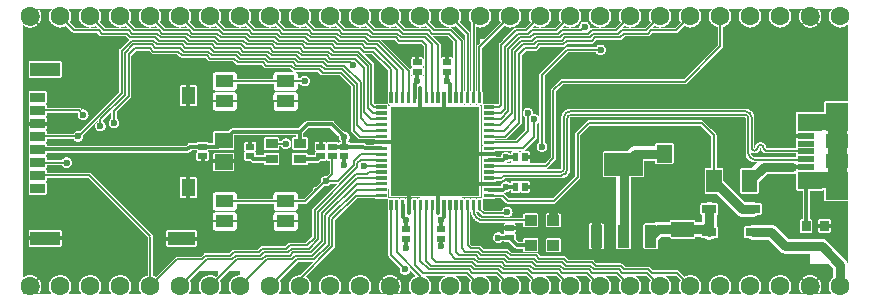
<source format=gbr>
G04 start of page 2 for group 0 idx 0 *
G04 Title: (unknown), top *
G04 Creator: pcb 1.99z *
G04 CreationDate: Mon Jul 22 15:03:28 2019 UTC *
G04 For: matt *
G04 Format: Gerber/RS-274X *
G04 PCB-Dimensions (mm): 152.40 127.00 *
G04 PCB-Coordinate-Origin: lower left *
%MOMM*%
%FSLAX43Y43*%
%LNTOP*%
%ADD20C,1.000*%
%ADD19C,0.600*%
%ADD18C,0.600*%
%ADD17C,1.600*%
%ADD16C,1.316*%
%ADD15C,1.570*%
%ADD14C,0.750*%
%ADD13C,0.300*%
%ADD12C,0.150*%
%ADD11C,0.002*%
G54D11*G36*
X57185Y64821D02*X57957Y64823D01*
X58003Y64834D01*
X58047Y64852D01*
X58087Y64877D01*
X58123Y64907D01*
X58153Y64943D01*
X58178Y64983D01*
X58196Y65027D01*
X58207Y65073D01*
X58210Y65120D01*
X58209Y65395D01*
X58861D01*
X58870Y65394D01*
X58905Y65397D01*
X58940Y65405D01*
X58972Y65419D01*
X59003Y65437D01*
X59030Y65460D01*
X59035Y65467D01*
X60023Y66455D01*
X60030Y66460D01*
X60035Y66467D01*
X60243Y66675D01*
X61107D01*
X59497Y65065D01*
X59490Y65060D01*
X59467Y65033D01*
X59449Y65002D01*
X59435Y64970D01*
X59427Y64935D01*
X59424Y64900D01*
X59425Y64891D01*
Y62643D01*
X58907Y62125D01*
X57559D01*
X57550Y62126D01*
X57515Y62123D01*
X57480Y62115D01*
X57448Y62101D01*
X57417Y62083D01*
X57417Y62083D01*
X57390Y62060D01*
X57385Y62053D01*
X57185Y61853D01*
Y63121D01*
X57957Y63123D01*
X58003Y63134D01*
X58047Y63152D01*
X58087Y63177D01*
X58123Y63207D01*
X58153Y63243D01*
X58178Y63283D01*
X58196Y63327D01*
X58207Y63373D01*
X58210Y63420D01*
X58207Y64467D01*
X58196Y64513D01*
X58178Y64557D01*
X58153Y64597D01*
X58123Y64633D01*
X58087Y64663D01*
X58047Y64688D01*
X58003Y64706D01*
X57957Y64717D01*
X57910Y64720D01*
X57185Y64719D01*
Y64821D01*
G37*
G36*
X52035D02*X52807Y64823D01*
X52853Y64834D01*
X52897Y64852D01*
X52937Y64877D01*
X52973Y64907D01*
X53003Y64943D01*
X53028Y64983D01*
X53046Y65027D01*
X53057Y65073D01*
X53060Y65120D01*
X53059Y65395D01*
X56162D01*
X56163Y65073D01*
X56174Y65027D01*
X56192Y64983D01*
X56217Y64943D01*
X56247Y64907D01*
X56283Y64877D01*
X56323Y64852D01*
X56367Y64834D01*
X56413Y64823D01*
X56460Y64820D01*
X57185Y64821D01*
Y64719D01*
X56413Y64717D01*
X56367Y64706D01*
X56323Y64688D01*
X56283Y64663D01*
X56247Y64633D01*
X56217Y64597D01*
X56192Y64557D01*
X56174Y64513D01*
X56163Y64467D01*
X56160Y64420D01*
X56163Y63373D01*
X56174Y63327D01*
X56192Y63283D01*
X56217Y63243D01*
X56247Y63207D01*
X56283Y63177D01*
X56323Y63152D01*
X56367Y63134D01*
X56413Y63123D01*
X56460Y63120D01*
X57185Y63121D01*
Y61853D01*
X57157Y61825D01*
X55209D01*
X55200Y61826D01*
X55165Y61823D01*
X55130Y61815D01*
X55098Y61801D01*
X55067Y61783D01*
X55067Y61783D01*
X55040Y61760D01*
X55035Y61753D01*
X54807Y61525D01*
X52809D01*
X52800Y61526D01*
X52765Y61523D01*
X52730Y61515D01*
X52698Y61501D01*
X52667Y61483D01*
X52667Y61483D01*
X52640Y61460D01*
X52635Y61453D01*
X52407Y61225D01*
X52035D01*
Y63121D01*
X52807Y63123D01*
X52853Y63134D01*
X52897Y63152D01*
X52937Y63177D01*
X52973Y63207D01*
X53003Y63243D01*
X53028Y63283D01*
X53046Y63327D01*
X53057Y63373D01*
X53060Y63420D01*
X53057Y64467D01*
X53046Y64513D01*
X53028Y64557D01*
X53003Y64597D01*
X52973Y64633D01*
X52937Y64663D01*
X52897Y64688D01*
X52853Y64706D01*
X52807Y64717D01*
X52760Y64720D01*
X52035Y64719D01*
Y64821D01*
G37*
G36*
X56160Y66120D02*X56161Y65845D01*
X53058D01*
X53057Y66167D01*
X53046Y66213D01*
X53028Y66257D01*
X53003Y66297D01*
X52973Y66333D01*
X52937Y66363D01*
X52897Y66388D01*
X52853Y66406D01*
X52807Y66417D01*
X52760Y66420D01*
X52035Y66419D01*
Y66675D01*
X59482D01*
X59477Y66655D01*
X59474Y66620D01*
X59477Y66585D01*
X59485Y66553D01*
X58777Y65845D01*
X58208D01*
X58207Y66167D01*
X58196Y66213D01*
X58178Y66257D01*
X58153Y66297D01*
X58123Y66333D01*
X58087Y66363D01*
X58047Y66388D01*
X58003Y66406D01*
X57957Y66417D01*
X57910Y66420D01*
X56413Y66417D01*
X56367Y66406D01*
X56323Y66388D01*
X56283Y66363D01*
X56247Y66333D01*
X56217Y66297D01*
X56192Y66257D01*
X56174Y66213D01*
X56163Y66167D01*
X56160Y66120D01*
G37*
G36*
X52035Y66419D02*X51263Y66417D01*
X51217Y66406D01*
X51173Y66388D01*
X51133Y66363D01*
X51097Y66333D01*
X51067Y66297D01*
X51042Y66257D01*
X51024Y66213D01*
X51013Y66167D01*
X51010Y66120D01*
X51013Y65073D01*
X51024Y65027D01*
X51042Y64983D01*
X51067Y64943D01*
X51097Y64907D01*
X51133Y64877D01*
X51173Y64852D01*
X51217Y64834D01*
X51263Y64823D01*
X51310Y64820D01*
X52035Y64821D01*
Y64719D01*
X51263Y64717D01*
X51217Y64706D01*
X51173Y64688D01*
X51133Y64663D01*
X51097Y64633D01*
X51067Y64597D01*
X51042Y64557D01*
X51024Y64513D01*
X51013Y64467D01*
X51010Y64420D01*
X51013Y63373D01*
X51024Y63327D01*
X51042Y63283D01*
X51067Y63243D01*
X51097Y63207D01*
X51133Y63177D01*
X51173Y63152D01*
X51217Y63134D01*
X51263Y63123D01*
X51310Y63120D01*
X52035Y63121D01*
Y61225D01*
X50409D01*
X50400Y61226D01*
X50365Y61223D01*
X50330Y61215D01*
X50298Y61201D01*
X50267Y61183D01*
X50267Y61183D01*
X50240Y61160D01*
X50235Y61153D01*
X50007Y60925D01*
X48375D01*
Y61751D01*
X49549Y61751D01*
X49572Y61757D01*
X49593Y61766D01*
X49613Y61778D01*
X49631Y61794D01*
X49647Y61812D01*
X49659Y61832D01*
X49668Y61853D01*
X49674Y61876D01*
X49675Y61900D01*
X49674Y63074D01*
X49668Y63097D01*
X49659Y63118D01*
X49647Y63138D01*
X49631Y63156D01*
X49613Y63172D01*
X49593Y63184D01*
X49572Y63193D01*
X49549Y63199D01*
X49525Y63200D01*
X48375Y63199D01*
Y65890D01*
X48385Y65890D01*
X49549Y65891D01*
X49572Y65897D01*
X49593Y65906D01*
X49613Y65918D01*
X49631Y65934D01*
X49647Y65952D01*
X49659Y65972D01*
X49668Y65993D01*
X49674Y66016D01*
X49675Y66040D01*
X49675Y66675D01*
X52035D01*
Y66419D01*
G37*
G36*
X48375Y60925D02*X48009D01*
X48000Y60926D01*
X47965Y60923D01*
X47930Y60915D01*
X47898Y60901D01*
X47867Y60883D01*
X47867Y60883D01*
X47840Y60860D01*
X47835Y60853D01*
X46214Y59232D01*
X46153Y59269D01*
X46014Y59326D01*
X45945Y59343D01*
Y62620D01*
X45944Y62632D01*
X45946Y62650D01*
X45943Y62685D01*
X45935Y62720D01*
X45921Y62752D01*
X45903Y62783D01*
X45879Y62809D01*
X45720Y62968D01*
Y66675D01*
X48236D01*
X48236Y66016D01*
X48242Y65993D01*
X48251Y65972D01*
X48263Y65952D01*
X48279Y65934D01*
X48297Y65918D01*
X48317Y65906D01*
X48338Y65897D01*
X48361Y65891D01*
X48375Y65890D01*
Y63199D01*
X47201Y63199D01*
X47178Y63193D01*
X47157Y63184D01*
X47137Y63172D01*
X47119Y63156D01*
X47103Y63138D01*
X47091Y63118D01*
X47082Y63097D01*
X47076Y63074D01*
X47075Y63050D01*
X47076Y61876D01*
X47082Y61853D01*
X47091Y61832D01*
X47103Y61812D01*
X47119Y61794D01*
X47137Y61778D01*
X47157Y61766D01*
X47178Y61757D01*
X47201Y61751D01*
X47225Y61750D01*
X48375Y61751D01*
Y60925D01*
G37*
G36*
X66835Y58504D02*X66837Y58490D01*
X66840Y58420D01*
X66837Y58350D01*
X66835Y58336D01*
Y58504D01*
G37*
G36*
Y65960D02*X68580Y65960D01*
Y65889D01*
X68438Y65889D01*
X68417Y65884D01*
X68396Y65875D01*
X68378Y65864D01*
X68361Y65849D01*
X68350Y65837D01*
X68339Y65849D01*
X68322Y65864D01*
X68304Y65875D01*
X68283Y65884D01*
X68262Y65889D01*
X68240Y65890D01*
X67938Y65889D01*
X67917Y65884D01*
X67896Y65875D01*
X67877Y65864D01*
X67861Y65849D01*
X67850Y65837D01*
X67839Y65849D01*
X67822Y65864D01*
X67804Y65875D01*
X67783Y65884D01*
X67762Y65889D01*
X67740Y65890D01*
X67438Y65889D01*
X67417Y65884D01*
X67396Y65875D01*
X67378Y65864D01*
X67361Y65849D01*
X67350Y65837D01*
X67339Y65849D01*
X67322Y65864D01*
X67304Y65875D01*
X67283Y65884D01*
X67262Y65889D01*
X67240Y65890D01*
X66938Y65889D01*
X66917Y65884D01*
X66896Y65875D01*
X66877Y65864D01*
X66861Y65849D01*
X66850Y65837D01*
X66839Y65849D01*
X66835Y65853D01*
Y65960D01*
G37*
G36*
X67873Y57785D02*X66835D01*
Y57901D01*
X66862Y57942D01*
X66901Y58016D01*
X66933Y58093D01*
X66958Y58173D01*
X66976Y58254D01*
X66987Y58337D01*
X66991Y58420D01*
X66987Y58503D01*
X66976Y58586D01*
X66958Y58667D01*
X66933Y58747D01*
X66901Y58824D01*
X66862Y58898D01*
X66835Y58940D01*
Y59997D01*
X66865Y59967D01*
X66854Y59921D01*
X66849Y59850D01*
X66854Y59779D01*
X66871Y59711D01*
X66898Y59645D01*
X66935Y59585D01*
X66981Y59531D01*
X67035Y59485D01*
X67095Y59448D01*
X67161Y59421D01*
X67229Y59404D01*
X67300Y59399D01*
X67371Y59404D01*
X67439Y59421D01*
X67505Y59448D01*
X67565Y59485D01*
X67619Y59531D01*
X67665Y59585D01*
X67702Y59645D01*
X67729Y59711D01*
X67746Y59779D01*
X67749Y59833D01*
X68264Y59317D01*
X68147Y59269D01*
X68020Y59191D01*
X67906Y59094D01*
X67809Y58980D01*
X67731Y58853D01*
X67674Y58714D01*
X67639Y58569D01*
X67627Y58420D01*
X67639Y58271D01*
X67674Y58126D01*
X67731Y57987D01*
X67809Y57860D01*
X67873Y57785D01*
G37*
G36*
X66040Y65973D02*X66057Y65966D01*
X66078Y65961D01*
X66100Y65960D01*
X66835Y65960D01*
Y65853D01*
X66822Y65864D01*
X66804Y65875D01*
X66783Y65884D01*
X66762Y65889D01*
X66740Y65890D01*
X66438Y65889D01*
X66417Y65884D01*
X66396Y65875D01*
X66378Y65864D01*
X66361Y65849D01*
X66350Y65837D01*
X66339Y65849D01*
X66322Y65864D01*
X66304Y65875D01*
X66283Y65884D01*
X66262Y65889D01*
X66240Y65890D01*
X66040Y65889D01*
Y65973D01*
G37*
G36*
X66835Y57785D02*X66040D01*
Y59220D01*
X66040Y59220D01*
X66110Y59217D01*
X66180Y59208D01*
X66248Y59192D01*
X66315Y59171D01*
X66380Y59144D01*
X66442Y59112D01*
X66501Y59074D01*
X66511Y59068D01*
X66522Y59063D01*
X66533Y59061D01*
X66545Y59060D01*
X66557Y59061D01*
X66568Y59064D01*
X66579Y59069D01*
X66589Y59075D01*
X66598Y59083D01*
X66606Y59092D01*
X66612Y59102D01*
X66616Y59113D01*
X66619Y59124D01*
X66619Y59136D01*
X66618Y59148D01*
X66615Y59159D01*
X66611Y59170D01*
X66604Y59180D01*
X66597Y59189D01*
X66587Y59196D01*
X66518Y59242D01*
X66444Y59281D01*
X66367Y59313D01*
X66287Y59338D01*
X66206Y59356D01*
X66123Y59367D01*
X66040Y59371D01*
X66040Y59371D01*
Y60792D01*
X66835Y59997D01*
Y58940D01*
X66817Y58968D01*
X66810Y58977D01*
X66801Y58985D01*
X66791Y58991D01*
X66780Y58996D01*
X66768Y58999D01*
X66756Y59000D01*
X66744Y58999D01*
X66733Y58997D01*
X66722Y58992D01*
X66711Y58986D01*
X66702Y58979D01*
X66694Y58970D01*
X66688Y58960D01*
X66683Y58949D01*
X66680Y58937D01*
X66679Y58925D01*
X66680Y58913D01*
X66683Y58902D01*
X66687Y58891D01*
X66693Y58880D01*
X66732Y58822D01*
X66764Y58760D01*
X66791Y58695D01*
X66812Y58628D01*
X66828Y58560D01*
X66835Y58504D01*
Y58336D01*
X66828Y58280D01*
X66812Y58212D01*
X66791Y58145D01*
X66764Y58080D01*
X66732Y58018D01*
X66694Y57959D01*
X66688Y57949D01*
X66683Y57938D01*
X66681Y57927D01*
X66680Y57915D01*
X66681Y57903D01*
X66684Y57892D01*
X66689Y57881D01*
X66695Y57871D01*
X66703Y57862D01*
X66712Y57854D01*
X66722Y57848D01*
X66733Y57844D01*
X66744Y57841D01*
X66756Y57841D01*
X66768Y57842D01*
X66779Y57845D01*
X66790Y57849D01*
X66800Y57856D01*
X66809Y57863D01*
X66816Y57873D01*
X66835Y57901D01*
Y57785D01*
G37*
G36*
X66040D02*X65245D01*
Y57900D01*
X65263Y57872D01*
X65270Y57863D01*
X65279Y57855D01*
X65289Y57849D01*
X65300Y57844D01*
X65312Y57841D01*
X65324Y57840D01*
X65336Y57841D01*
X65347Y57843D01*
X65358Y57848D01*
X65369Y57854D01*
X65378Y57861D01*
X65386Y57870D01*
X65392Y57880D01*
X65397Y57891D01*
X65400Y57903D01*
X65401Y57915D01*
X65400Y57927D01*
X65397Y57938D01*
X65393Y57949D01*
X65387Y57960D01*
X65348Y58018D01*
X65316Y58080D01*
X65289Y58145D01*
X65268Y58212D01*
X65252Y58280D01*
X65245Y58336D01*
Y58504D01*
X65252Y58560D01*
X65268Y58628D01*
X65289Y58695D01*
X65316Y58760D01*
X65348Y58822D01*
X65386Y58881D01*
X65392Y58891D01*
X65397Y58902D01*
X65399Y58913D01*
X65400Y58925D01*
X65399Y58937D01*
X65396Y58948D01*
X65391Y58959D01*
X65385Y58969D01*
X65377Y58978D01*
X65368Y58986D01*
X65358Y58992D01*
X65347Y58996D01*
X65336Y58999D01*
X65324Y58999D01*
X65312Y58998D01*
X65301Y58995D01*
X65290Y58991D01*
X65280Y58984D01*
X65271Y58977D01*
X65264Y58967D01*
X65245Y58939D01*
Y65821D01*
X65772Y65822D01*
X65793Y65827D01*
X65814Y65835D01*
X65832Y65847D01*
X65849Y65861D01*
X65863Y65878D01*
X65875Y65896D01*
X65883Y65917D01*
X65889Y65938D01*
X65890Y65960D01*
X65889Y66262D01*
X65883Y66284D01*
X65875Y66304D01*
X65863Y66323D01*
X65849Y66339D01*
X65837Y66350D01*
X65849Y66361D01*
X65863Y66378D01*
X65875Y66396D01*
X65883Y66417D01*
X65889Y66438D01*
X65890Y66460D01*
X65889Y66675D01*
X65961D01*
X65961Y66078D01*
X65966Y66057D01*
X65975Y66036D01*
X65986Y66017D01*
X66001Y66001D01*
X66017Y65986D01*
X66036Y65975D01*
X66040Y65973D01*
Y65889D01*
X65938Y65889D01*
X65917Y65884D01*
X65896Y65875D01*
X65877Y65864D01*
X65861Y65849D01*
X65846Y65833D01*
X65835Y65814D01*
X65826Y65793D01*
X65821Y65772D01*
X65820Y65750D01*
X65821Y64828D01*
X65826Y64807D01*
X65835Y64786D01*
X65846Y64768D01*
X65861Y64751D01*
X65875Y64739D01*
Y61059D01*
X65874Y61050D01*
X65877Y61015D01*
X65885Y60980D01*
X65899Y60948D01*
X65917Y60917D01*
X65917Y60917D01*
X65940Y60891D01*
X65947Y60885D01*
X66040Y60792D01*
Y59371D01*
X65957Y59367D01*
X65874Y59356D01*
X65793Y59338D01*
X65713Y59313D01*
X65636Y59281D01*
X65562Y59242D01*
X65492Y59197D01*
X65483Y59190D01*
X65475Y59181D01*
X65469Y59171D01*
X65464Y59160D01*
X65461Y59148D01*
X65460Y59136D01*
X65461Y59124D01*
X65463Y59113D01*
X65468Y59102D01*
X65474Y59091D01*
X65481Y59082D01*
X65490Y59074D01*
X65500Y59068D01*
X65511Y59063D01*
X65523Y59060D01*
X65535Y59059D01*
X65547Y59060D01*
X65558Y59063D01*
X65569Y59067D01*
X65580Y59073D01*
X65638Y59112D01*
X65700Y59144D01*
X65765Y59171D01*
X65832Y59192D01*
X65900Y59208D01*
X65970Y59217D01*
X66040Y59220D01*
Y57785D01*
G37*
G36*
X65245Y58336D02*X65243Y58350D01*
X65240Y58420D01*
X65243Y58490D01*
X65245Y58504D01*
Y58336D01*
G37*
G36*
Y57785D02*X64207D01*
X64271Y57860D01*
X64349Y57987D01*
X64406Y58126D01*
X64441Y58271D01*
X64450Y58420D01*
X64441Y58569D01*
X64406Y58714D01*
X64349Y58853D01*
X64271Y58980D01*
X64174Y59094D01*
X64060Y59191D01*
X63933Y59269D01*
X63794Y59326D01*
X63649Y59361D01*
X63500Y59373D01*
X63351Y59361D01*
X63206Y59326D01*
X63067Y59269D01*
X62940Y59191D01*
X62826Y59094D01*
X62729Y58980D01*
X62651Y58853D01*
X62594Y58714D01*
X62559Y58569D01*
X62547Y58420D01*
X62559Y58271D01*
X62594Y58126D01*
X62651Y57987D01*
X62729Y57860D01*
X62793Y57785D01*
X61667D01*
X61731Y57860D01*
X61809Y57987D01*
X61866Y58126D01*
X61901Y58271D01*
X61910Y58420D01*
X61901Y58569D01*
X61866Y58714D01*
X61809Y58853D01*
X61731Y58980D01*
X61634Y59094D01*
X61520Y59191D01*
X61393Y59269D01*
X61254Y59326D01*
X61109Y59361D01*
X60960Y59373D01*
X60811Y59361D01*
X60666Y59326D01*
X60527Y59269D01*
X60400Y59191D01*
X60286Y59094D01*
X60189Y58980D01*
X60111Y58853D01*
X60054Y58714D01*
X60019Y58569D01*
X60007Y58420D01*
X60019Y58271D01*
X60054Y58126D01*
X60111Y57987D01*
X60189Y57860D01*
X60253Y57785D01*
X59127D01*
X59191Y57860D01*
X59269Y57987D01*
X59326Y58126D01*
X59361Y58271D01*
X59370Y58420D01*
X59361Y58569D01*
X59326Y58714D01*
X59269Y58853D01*
X59191Y58980D01*
X59094Y59094D01*
X58980Y59191D01*
X58905Y59237D01*
X61303Y61635D01*
X61310Y61640D01*
X61333Y61667D01*
X61333Y61667D01*
X61351Y61698D01*
X61365Y61730D01*
X61373Y61765D01*
X61376Y61800D01*
X61375Y61809D01*
Y64007D01*
X63243Y65875D01*
X64738D01*
X64751Y65861D01*
X64767Y65847D01*
X64786Y65835D01*
X64807Y65827D01*
X64828Y65822D01*
X64850Y65820D01*
X65245Y65821D01*
Y58939D01*
X65218Y58898D01*
X65179Y58824D01*
X65147Y58747D01*
X65122Y58667D01*
X65104Y58586D01*
X65093Y58503D01*
X65089Y58420D01*
X65093Y58337D01*
X65104Y58254D01*
X65122Y58173D01*
X65147Y58093D01*
X65179Y58016D01*
X65218Y57942D01*
X65245Y57900D01*
Y57785D01*
G37*
G36*
X57713D02*X56587D01*
X56651Y57860D01*
X56729Y57987D01*
X56786Y58126D01*
X56821Y58271D01*
X56830Y58420D01*
X56821Y58569D01*
X56786Y58714D01*
X56729Y58853D01*
X56692Y58914D01*
X58253Y60475D01*
X59507D01*
X58403Y59372D01*
X58271Y59361D01*
X58126Y59326D01*
X57987Y59269D01*
X57860Y59191D01*
X57746Y59094D01*
X57649Y58980D01*
X57571Y58853D01*
X57514Y58714D01*
X57479Y58569D01*
X57467Y58420D01*
X57479Y58271D01*
X57514Y58126D01*
X57571Y57987D01*
X57649Y57860D01*
X57713Y57785D01*
G37*
G36*
X38807Y81915D02*X39933D01*
X39869Y81840D01*
X39791Y81713D01*
X39734Y81574D01*
X39699Y81429D01*
X39687Y81280D01*
X39699Y81131D01*
X39734Y80986D01*
X39791Y80847D01*
X39869Y80720D01*
X39966Y80606D01*
X40080Y80509D01*
X40207Y80431D01*
X40346Y80374D01*
X40491Y80339D01*
X40640Y80327D01*
X40789Y80339D01*
X40934Y80374D01*
X41073Y80431D01*
X41134Y80468D01*
X41275Y80327D01*
Y80325D01*
X39373D01*
X38912Y80786D01*
X38949Y80847D01*
X39006Y80986D01*
X39041Y81131D01*
X39050Y81280D01*
X39041Y81429D01*
X39006Y81574D01*
X38949Y81713D01*
X38871Y81840D01*
X38807Y81915D01*
G37*
G36*
X41347D02*X42473D01*
X42409Y81840D01*
X42331Y81713D01*
X42274Y81574D01*
X42239Y81429D01*
X42227Y81280D01*
X42239Y81131D01*
X42274Y80986D01*
X42331Y80847D01*
X42409Y80720D01*
X42506Y80606D01*
X42620Y80509D01*
X42747Y80431D01*
X42886Y80374D01*
X43031Y80339D01*
X43180Y80327D01*
X43329Y80339D01*
X43474Y80374D01*
X43613Y80431D01*
X43674Y80468D01*
X43815Y80327D01*
Y80325D01*
X41913D01*
X41452Y80786D01*
X41489Y80847D01*
X41546Y80986D01*
X41581Y81131D01*
X41590Y81280D01*
X41581Y81429D01*
X41546Y81574D01*
X41489Y81713D01*
X41411Y81840D01*
X41347Y81915D01*
G37*
G36*
X43887D02*X45013D01*
X44949Y81840D01*
X44871Y81713D01*
X44814Y81574D01*
X44779Y81429D01*
X44767Y81280D01*
X44779Y81131D01*
X44814Y80986D01*
X44871Y80847D01*
X44949Y80720D01*
X45046Y80606D01*
X45160Y80509D01*
X45287Y80431D01*
X45426Y80374D01*
X45571Y80339D01*
X45720Y80327D01*
X45869Y80339D01*
X46014Y80374D01*
X46153Y80431D01*
X46214Y80468D01*
X46355Y80327D01*
Y80325D01*
X44453D01*
X43992Y80786D01*
X44029Y80847D01*
X44086Y80986D01*
X44121Y81131D01*
X44130Y81280D01*
X44121Y81429D01*
X44086Y81574D01*
X44029Y81713D01*
X43951Y81840D01*
X43887Y81915D01*
G37*
G36*
X46427D02*X47553D01*
X47489Y81840D01*
X47411Y81713D01*
X47354Y81574D01*
X47319Y81429D01*
X47307Y81280D01*
X47319Y81131D01*
X47354Y80986D01*
X47411Y80847D01*
X47489Y80720D01*
X47586Y80606D01*
X47700Y80509D01*
X47827Y80431D01*
X47966Y80374D01*
X48111Y80339D01*
X48260Y80327D01*
X48409Y80339D01*
X48554Y80374D01*
X48693Y80431D01*
X48754Y80468D01*
X48895Y80327D01*
Y80325D01*
X46993D01*
X46532Y80786D01*
X46569Y80847D01*
X46626Y80986D01*
X46661Y81131D01*
X46670Y81280D01*
X46661Y81429D01*
X46626Y81574D01*
X46569Y81713D01*
X46491Y81840D01*
X46427Y81915D01*
G37*
G36*
X48967D02*X50093D01*
X50029Y81840D01*
X49951Y81713D01*
X49894Y81574D01*
X49859Y81429D01*
X49847Y81280D01*
X49859Y81131D01*
X49894Y80986D01*
X49951Y80847D01*
X50029Y80720D01*
X50126Y80606D01*
X50240Y80509D01*
X50367Y80431D01*
X50506Y80374D01*
X50651Y80339D01*
X50800Y80327D01*
X50949Y80339D01*
X51094Y80374D01*
X51233Y80431D01*
X51294Y80468D01*
X51437Y80325D01*
X49533D01*
X49072Y80786D01*
X49109Y80847D01*
X49166Y80986D01*
X49201Y81131D01*
X49210Y81280D01*
X49201Y81429D01*
X49166Y81574D01*
X49109Y81713D01*
X49031Y81840D01*
X48967Y81915D01*
G37*
G36*
X53340Y65395D02*Y61525D01*
X52809D01*
X52800Y61526D01*
X52765Y61523D01*
X52730Y61515D01*
X52698Y61501D01*
X52667Y61483D01*
X52667Y61483D01*
X52640Y61460D01*
X52635Y61453D01*
X52407Y61225D01*
X52035D01*
Y63121D01*
X52807Y63123D01*
X52853Y63134D01*
X52897Y63152D01*
X52937Y63177D01*
X52973Y63207D01*
X53003Y63243D01*
X53028Y63283D01*
X53046Y63327D01*
X53057Y63373D01*
X53060Y63420D01*
X53057Y64467D01*
X53046Y64513D01*
X53028Y64557D01*
X53003Y64597D01*
X52973Y64633D01*
X52937Y64663D01*
X52897Y64688D01*
X52853Y64706D01*
X52807Y64717D01*
X52760Y64720D01*
X52035Y64719D01*
Y64821D01*
X52807Y64823D01*
X52853Y64834D01*
X52897Y64852D01*
X52937Y64877D01*
X52973Y64907D01*
X53003Y64943D01*
X53028Y64983D01*
X53046Y65027D01*
X53057Y65073D01*
X53060Y65120D01*
X53059Y65395D01*
X53340D01*
G37*
G36*
X52035Y61225D02*X50409D01*
X50400Y61226D01*
X50365Y61223D01*
X50330Y61215D01*
X50298Y61201D01*
X50267Y61183D01*
X50267Y61183D01*
X50240Y61160D01*
X50235Y61153D01*
X50007Y60925D01*
X48375D01*
Y61751D01*
X49549Y61751D01*
X49572Y61757D01*
X49593Y61766D01*
X49613Y61778D01*
X49631Y61794D01*
X49647Y61812D01*
X49659Y61832D01*
X49668Y61853D01*
X49674Y61876D01*
X49675Y61900D01*
X49674Y63074D01*
X49668Y63097D01*
X49659Y63118D01*
X49647Y63138D01*
X49631Y63156D01*
X49613Y63172D01*
X49593Y63184D01*
X49572Y63193D01*
X49549Y63199D01*
X49525Y63200D01*
X48375Y63199D01*
Y65890D01*
X48385Y65890D01*
X49549Y65891D01*
X49572Y65897D01*
X49593Y65906D01*
X49613Y65918D01*
X49631Y65934D01*
X49647Y65952D01*
X49659Y65972D01*
X49668Y65993D01*
X49674Y66016D01*
X49675Y66040D01*
X51010D01*
X51013Y65073D01*
X51024Y65027D01*
X51042Y64983D01*
X51067Y64943D01*
X51097Y64907D01*
X51133Y64877D01*
X51173Y64852D01*
X51217Y64834D01*
X51263Y64823D01*
X51310Y64820D01*
X52035Y64821D01*
Y64719D01*
X51263Y64717D01*
X51217Y64706D01*
X51173Y64688D01*
X51133Y64663D01*
X51097Y64633D01*
X51067Y64597D01*
X51042Y64557D01*
X51024Y64513D01*
X51013Y64467D01*
X51010Y64420D01*
X51013Y63373D01*
X51024Y63327D01*
X51042Y63283D01*
X51067Y63243D01*
X51097Y63207D01*
X51133Y63177D01*
X51173Y63152D01*
X51217Y63134D01*
X51263Y63123D01*
X51310Y63120D01*
X52035Y63121D01*
Y61225D01*
G37*
G36*
X48375Y60925D02*X48009D01*
X48000Y60926D01*
X47965Y60923D01*
X47930Y60915D01*
X47898Y60901D01*
X47867Y60883D01*
X47867Y60883D01*
X47840Y60860D01*
X47835Y60853D01*
X46214Y59232D01*
X46153Y59269D01*
X46014Y59326D01*
X45945Y59343D01*
Y62620D01*
X45944Y62632D01*
X45946Y62650D01*
X45943Y62685D01*
X45935Y62720D01*
X45921Y62752D01*
X45903Y62783D01*
X45879Y62809D01*
X44450Y64238D01*
Y66040D01*
X48236D01*
X48236Y66016D01*
X48242Y65993D01*
X48251Y65972D01*
X48263Y65952D01*
X48279Y65934D01*
X48297Y65918D01*
X48317Y65906D01*
X48338Y65897D01*
X48361Y65891D01*
X48375Y65890D01*
Y63199D01*
X47201Y63199D01*
X47178Y63193D01*
X47157Y63184D01*
X47137Y63172D01*
X47119Y63156D01*
X47103Y63138D01*
X47091Y63118D01*
X47082Y63097D01*
X47076Y63074D01*
X47075Y63050D01*
X47076Y61876D01*
X47082Y61853D01*
X47091Y61832D01*
X47103Y61812D01*
X47119Y61794D01*
X47137Y61778D01*
X47157Y61766D01*
X47178Y61757D01*
X47201Y61751D01*
X47225Y61750D01*
X48375Y61751D01*
Y60925D01*
G37*
G36*
X52070Y62230D02*Y61225D01*
X50409D01*
X50400Y61226D01*
X50365Y61223D01*
X50330Y61215D01*
X50298Y61201D01*
X50267Y61183D01*
X50267Y61183D01*
X50240Y61160D01*
X50235Y61153D01*
X50007Y60925D01*
X48260D01*
Y61751D01*
X49549Y61751D01*
X49572Y61757D01*
X49593Y61766D01*
X49613Y61778D01*
X49631Y61794D01*
X49647Y61812D01*
X49659Y61832D01*
X49668Y61853D01*
X49674Y61876D01*
X49675Y61900D01*
X49675Y62230D01*
X52070D01*
G37*
G36*
X49072Y58914D02*X49848Y59690D01*
X51435D01*
Y59373D01*
X51294Y59232D01*
X51233Y59269D01*
X51094Y59326D01*
X50949Y59361D01*
X50800Y59373D01*
X50651Y59361D01*
X50506Y59326D01*
X50367Y59269D01*
X50240Y59191D01*
X50126Y59094D01*
X50029Y58980D01*
X49951Y58853D01*
X49894Y58714D01*
X49859Y58569D01*
X49847Y58420D01*
X49859Y58271D01*
X49894Y58126D01*
X49951Y57987D01*
X50029Y57860D01*
X50093Y57785D01*
X48967D01*
X49031Y57860D01*
X49109Y57987D01*
X49166Y58126D01*
X49201Y58271D01*
X49210Y58420D01*
X49201Y58569D01*
X49166Y58714D01*
X49109Y58853D01*
X49072Y58914D01*
G37*
G36*
X52388Y59690D02*X53340D01*
Y59373D01*
X53191Y59361D01*
X53046Y59326D01*
X52907Y59269D01*
X52780Y59191D01*
X52666Y59094D01*
X52569Y58980D01*
X52491Y58853D01*
X52434Y58714D01*
X52399Y58569D01*
X52387Y58420D01*
X52399Y58271D01*
X52434Y58126D01*
X52491Y57987D01*
X52569Y57860D01*
X52633Y57785D01*
X51507D01*
X51571Y57860D01*
X51649Y57987D01*
X51706Y58126D01*
X51741Y58271D01*
X51750Y58420D01*
X51741Y58569D01*
X51706Y58714D01*
X51649Y58853D01*
X51612Y58914D01*
X52388Y59690D01*
G37*
G36*
X70413Y57785D02*X69287D01*
X69351Y57860D01*
X69429Y57987D01*
X69486Y58126D01*
X69521Y58271D01*
X69530Y58420D01*
X69521Y58569D01*
X69486Y58714D01*
X69429Y58853D01*
X69351Y58980D01*
X69254Y59094D01*
X69140Y59191D01*
X69013Y59269D01*
X68878Y59325D01*
X70822D01*
X70687Y59269D01*
X70560Y59191D01*
X70446Y59094D01*
X70349Y58980D01*
X70271Y58853D01*
X70214Y58714D01*
X70179Y58569D01*
X70167Y58420D01*
X70179Y58271D01*
X70214Y58126D01*
X70271Y57987D01*
X70349Y57860D01*
X70413Y57785D01*
G37*
G36*
X72953D02*X71827D01*
X71891Y57860D01*
X71969Y57987D01*
X72026Y58126D01*
X72061Y58271D01*
X72070Y58420D01*
X72061Y58569D01*
X72026Y58714D01*
X71969Y58853D01*
X71891Y58980D01*
X71794Y59094D01*
X71680Y59191D01*
X71553Y59269D01*
X71418Y59325D01*
X72437D01*
X72848Y58914D01*
X72811Y58853D01*
X72754Y58714D01*
X72719Y58569D01*
X72707Y58420D01*
X72719Y58271D01*
X72754Y58126D01*
X72811Y57987D01*
X72889Y57860D01*
X72953Y57785D01*
G37*
G36*
X57185Y64821D02*X57957Y64823D01*
X58003Y64834D01*
X58047Y64852D01*
X58087Y64877D01*
X58123Y64907D01*
X58153Y64943D01*
X58178Y64983D01*
X58196Y65027D01*
X58207Y65073D01*
X58210Y65120D01*
X58209Y65395D01*
X58861D01*
X58870Y65394D01*
X58905Y65397D01*
X58940Y65405D01*
X58972Y65419D01*
X59003Y65437D01*
X59030Y65460D01*
X59035Y65467D01*
X60023Y66455D01*
X60030Y66460D01*
X60035Y66467D01*
X60483Y66915D01*
X60529Y66904D01*
X60600Y66899D01*
X60671Y66904D01*
X60739Y66921D01*
X60805Y66948D01*
X60865Y66985D01*
X60919Y67031D01*
X60965Y67085D01*
X60990Y67125D01*
X61557D01*
X59497Y65065D01*
X59490Y65060D01*
X59467Y65033D01*
X59449Y65002D01*
X59435Y64970D01*
X59427Y64935D01*
X59424Y64900D01*
X59425Y64891D01*
Y62643D01*
X58907Y62125D01*
X57559D01*
X57550Y62126D01*
X57515Y62123D01*
X57480Y62115D01*
X57448Y62101D01*
X57417Y62083D01*
X57417Y62083D01*
X57390Y62060D01*
X57385Y62053D01*
X57185Y61853D01*
Y63121D01*
X57957Y63123D01*
X58003Y63134D01*
X58047Y63152D01*
X58087Y63177D01*
X58123Y63207D01*
X58153Y63243D01*
X58178Y63283D01*
X58196Y63327D01*
X58207Y63373D01*
X58210Y63420D01*
X58207Y64467D01*
X58196Y64513D01*
X58178Y64557D01*
X58153Y64597D01*
X58123Y64633D01*
X58087Y64663D01*
X58047Y64688D01*
X58003Y64706D01*
X57957Y64717D01*
X57910Y64720D01*
X57185Y64719D01*
Y64821D01*
G37*
G36*
X55175Y65395D02*X56162D01*
X56163Y65073D01*
X56174Y65027D01*
X56192Y64983D01*
X56217Y64943D01*
X56247Y64907D01*
X56283Y64877D01*
X56323Y64852D01*
X56367Y64834D01*
X56413Y64823D01*
X56460Y64820D01*
X57185Y64821D01*
Y64719D01*
X56413Y64717D01*
X56367Y64706D01*
X56323Y64688D01*
X56283Y64663D01*
X56247Y64633D01*
X56217Y64597D01*
X56192Y64557D01*
X56174Y64513D01*
X56163Y64467D01*
X56160Y64420D01*
X56163Y63373D01*
X56174Y63327D01*
X56192Y63283D01*
X56217Y63243D01*
X56247Y63207D01*
X56283Y63177D01*
X56323Y63152D01*
X56367Y63134D01*
X56413Y63123D01*
X56460Y63120D01*
X57185Y63121D01*
Y61853D01*
X57157Y61825D01*
X55209D01*
X55200Y61826D01*
X55175Y61824D01*
Y65395D01*
G37*
G36*
X56493Y71200D02*X58100D01*
Y71039D01*
X57874Y71038D01*
X57849Y71032D01*
X57825Y71022D01*
X57803Y71009D01*
X57783Y70992D01*
X57766Y70972D01*
X57753Y70950D01*
X57743Y70926D01*
X57737Y70901D01*
X57735Y70875D01*
X57737Y70099D01*
X57743Y70074D01*
X57753Y70050D01*
X57766Y70028D01*
X57783Y70008D01*
X57803Y69991D01*
X57825Y69978D01*
X57849Y69968D01*
X57874Y69962D01*
X57900Y69960D01*
X58926Y69962D01*
X58951Y69968D01*
X58975Y69978D01*
X58997Y69991D01*
X59017Y70008D01*
X59034Y70028D01*
X59047Y70050D01*
X59057Y70074D01*
X59063Y70099D01*
X59065Y70125D01*
X59063Y70901D01*
X59057Y70926D01*
X59047Y70950D01*
X59034Y70972D01*
X59017Y70992D01*
X58997Y71009D01*
X58975Y71022D01*
X58951Y71032D01*
X58926Y71038D01*
X58900Y71040D01*
X58700Y71040D01*
Y71376D01*
X59174Y71850D01*
X60976D01*
X61638Y71188D01*
X61651Y71176D01*
X61663Y71163D01*
X61704Y71121D01*
X61704Y71121D01*
X61699Y71050D01*
X61704Y70979D01*
X61721Y70911D01*
X61748Y70845D01*
X61785Y70785D01*
X61831Y70731D01*
X61850Y70714D01*
Y70664D01*
X61774Y70664D01*
X61749Y70658D01*
X61725Y70648D01*
X61703Y70634D01*
X61683Y70617D01*
X61666Y70597D01*
X61652Y70575D01*
X61650Y70569D01*
X61648Y70575D01*
X61634Y70597D01*
X61617Y70617D01*
X61597Y70634D01*
X61575Y70648D01*
X61551Y70658D01*
X61526Y70664D01*
X61500Y70665D01*
X60774Y70664D01*
X60749Y70658D01*
X60725Y70648D01*
X60703Y70634D01*
X60683Y70617D01*
X60666Y70597D01*
X60652Y70575D01*
X60650Y70569D01*
X60648Y70575D01*
X60634Y70597D01*
X60617Y70617D01*
X60597Y70634D01*
X60575Y70648D01*
X60551Y70658D01*
X60526Y70664D01*
X60500Y70665D01*
X59774Y70664D01*
X59749Y70658D01*
X59725Y70648D01*
X59703Y70634D01*
X59683Y70617D01*
X59666Y70597D01*
X59652Y70575D01*
X59642Y70551D01*
X59636Y70526D01*
X59635Y70500D01*
X59636Y69974D01*
X59642Y69949D01*
X59652Y69925D01*
X59666Y69902D01*
X59683Y69883D01*
X59703Y69866D01*
X59725Y69852D01*
X59730Y69850D01*
X59725Y69848D01*
X59703Y69834D01*
X59683Y69817D01*
X59666Y69798D01*
X59652Y69775D01*
X59642Y69751D01*
X59636Y69726D01*
X59635Y69700D01*
X59635Y69500D01*
X59064D01*
X59063Y69601D01*
X59057Y69626D01*
X59047Y69650D01*
X59034Y69672D01*
X59017Y69692D01*
X58997Y69709D01*
X58975Y69722D01*
X58951Y69732D01*
X58926Y69738D01*
X58900Y69740D01*
X57874Y69738D01*
X57849Y69732D01*
X57825Y69722D01*
X57803Y69709D01*
X57783Y69692D01*
X57766Y69672D01*
X57753Y69650D01*
X57743Y69626D01*
X57737Y69601D01*
X57735Y69575D01*
X57737Y68799D01*
X57743Y68774D01*
X57753Y68750D01*
X57766Y68728D01*
X57783Y68708D01*
X57803Y68691D01*
X57825Y68678D01*
X57849Y68668D01*
X57874Y68662D01*
X57900Y68660D01*
X58926Y68662D01*
X58951Y68668D01*
X58975Y68678D01*
X58997Y68691D01*
X59017Y68708D01*
X59034Y68728D01*
X59047Y68750D01*
X59057Y68774D01*
X59063Y68799D01*
X59065Y68825D01*
X59065Y68900D01*
X59888D01*
X59900Y68899D01*
X59947Y68903D01*
X59993Y68914D01*
X60036Y68932D01*
X60077Y68957D01*
X60113Y68987D01*
X60120Y68996D01*
X60160Y69036D01*
X60526Y69036D01*
X60551Y69042D01*
X60575Y69052D01*
X60597Y69066D01*
X60617Y69083D01*
X60634Y69103D01*
X60648Y69125D01*
X60650Y69131D01*
X60652Y69125D01*
X60666Y69103D01*
X60683Y69083D01*
X60703Y69066D01*
X60725Y69052D01*
X60749Y69042D01*
X60774Y69036D01*
X60800Y69035D01*
X60925Y69035D01*
Y67993D01*
X60717Y67785D01*
X60671Y67796D01*
X60600Y67801D01*
X60529Y67796D01*
X60461Y67779D01*
X60395Y67752D01*
X60335Y67715D01*
X60281Y67669D01*
X60235Y67615D01*
X60198Y67555D01*
X60171Y67489D01*
X60154Y67421D01*
X60149Y67350D01*
X60154Y67279D01*
X60165Y67233D01*
X59777Y66845D01*
X59700D01*
X59665Y66843D01*
X59630Y66835D01*
X59598Y66821D01*
X59567Y66803D01*
X59540Y66780D01*
X59517Y66753D01*
X59499Y66722D01*
X59485Y66690D01*
X59477Y66655D01*
X59474Y66620D01*
X59477Y66585D01*
X59485Y66553D01*
X58777Y65845D01*
X58208D01*
X58207Y66167D01*
X58196Y66213D01*
X58178Y66257D01*
X58153Y66297D01*
X58123Y66333D01*
X58087Y66363D01*
X58047Y66388D01*
X58003Y66406D01*
X57957Y66417D01*
X57910Y66420D01*
X56493Y66417D01*
Y68662D01*
X56526Y68662D01*
X56551Y68668D01*
X56575Y68678D01*
X56597Y68691D01*
X56617Y68708D01*
X56634Y68728D01*
X56647Y68750D01*
X56657Y68774D01*
X56663Y68799D01*
X56665Y68825D01*
X56663Y69601D01*
X56657Y69626D01*
X56647Y69650D01*
X56634Y69672D01*
X56617Y69692D01*
X56597Y69709D01*
X56575Y69722D01*
X56551Y69732D01*
X56526Y69738D01*
X56500Y69740D01*
X56493Y69740D01*
Y69962D01*
X56526Y69962D01*
X56551Y69968D01*
X56575Y69978D01*
X56597Y69991D01*
X56617Y70008D01*
X56634Y70028D01*
X56647Y70050D01*
X56657Y70074D01*
X56663Y70099D01*
X56665Y70125D01*
X56665Y70275D01*
X56810D01*
X56835Y70235D01*
X56881Y70181D01*
X56935Y70135D01*
X56995Y70098D01*
X57061Y70071D01*
X57129Y70054D01*
X57200Y70049D01*
X57271Y70054D01*
X57339Y70071D01*
X57405Y70098D01*
X57465Y70135D01*
X57519Y70181D01*
X57565Y70235D01*
X57602Y70295D01*
X57629Y70361D01*
X57646Y70429D01*
X57650Y70500D01*
X57646Y70571D01*
X57629Y70639D01*
X57602Y70705D01*
X57565Y70765D01*
X57519Y70819D01*
X57465Y70865D01*
X57405Y70902D01*
X57339Y70929D01*
X57271Y70946D01*
X57200Y70951D01*
X57129Y70946D01*
X57061Y70929D01*
X56995Y70902D01*
X56935Y70865D01*
X56881Y70819D01*
X56835Y70765D01*
X56810Y70725D01*
X56664D01*
X56663Y70901D01*
X56657Y70926D01*
X56647Y70950D01*
X56634Y70972D01*
X56617Y70992D01*
X56597Y71009D01*
X56575Y71022D01*
X56551Y71032D01*
X56526Y71038D01*
X56500Y71040D01*
X56493Y71040D01*
Y71200D01*
G37*
G36*
Y66417D02*X56413Y66417D01*
X56367Y66406D01*
X56323Y66388D01*
X56283Y66363D01*
X56247Y66333D01*
X56217Y66297D01*
X56192Y66257D01*
X56174Y66213D01*
X56163Y66167D01*
X56160Y66120D01*
X56161Y65845D01*
X55175D01*
Y68900D01*
X55336D01*
X55337Y68799D01*
X55343Y68774D01*
X55353Y68750D01*
X55366Y68728D01*
X55383Y68708D01*
X55403Y68691D01*
X55425Y68678D01*
X55449Y68668D01*
X55474Y68662D01*
X55500Y68660D01*
X56493Y68662D01*
Y66417D01*
G37*
G36*
X55175Y71200D02*X56493D01*
Y71040D01*
X55474Y71038D01*
X55449Y71032D01*
X55425Y71022D01*
X55403Y71009D01*
X55383Y70992D01*
X55366Y70972D01*
X55353Y70950D01*
X55343Y70926D01*
X55337Y70901D01*
X55335Y70875D01*
X55337Y70099D01*
X55343Y70074D01*
X55353Y70050D01*
X55366Y70028D01*
X55383Y70008D01*
X55403Y69991D01*
X55425Y69978D01*
X55449Y69968D01*
X55474Y69962D01*
X55500Y69960D01*
X56493Y69962D01*
Y69740D01*
X55474Y69738D01*
X55449Y69732D01*
X55425Y69722D01*
X55403Y69709D01*
X55383Y69692D01*
X55366Y69672D01*
X55353Y69650D01*
X55343Y69626D01*
X55337Y69601D01*
X55335Y69575D01*
X55335Y69500D01*
X55175D01*
Y71200D01*
G37*
G36*
X57185Y74981D02*X57957Y74983D01*
X58003Y74994D01*
X58047Y75012D01*
X58087Y75037D01*
X58123Y75067D01*
X58153Y75103D01*
X58178Y75143D01*
X58196Y75187D01*
X58207Y75233D01*
X58210Y75280D01*
X58209Y75575D01*
X58410D01*
X58435Y75535D01*
X58481Y75481D01*
X58535Y75435D01*
X58595Y75398D01*
X58661Y75371D01*
X58729Y75354D01*
X58800Y75349D01*
X58871Y75354D01*
X58939Y75371D01*
X59005Y75398D01*
X59065Y75435D01*
X59119Y75481D01*
X59165Y75535D01*
X59202Y75595D01*
X59229Y75661D01*
X59246Y75729D01*
X59250Y75800D01*
X59246Y75871D01*
X59229Y75939D01*
X59202Y76005D01*
X59165Y76065D01*
X59119Y76119D01*
X59065Y76165D01*
X59005Y76202D01*
X58939Y76229D01*
X58871Y76246D01*
X58800Y76251D01*
X58729Y76246D01*
X58661Y76229D01*
X58595Y76202D01*
X58535Y76165D01*
X58481Y76119D01*
X58435Y76065D01*
X58410Y76025D01*
X58208D01*
X58207Y76327D01*
X58196Y76373D01*
X58178Y76417D01*
X58153Y76457D01*
X58123Y76493D01*
X58087Y76523D01*
X58047Y76548D01*
X58003Y76566D01*
X57966Y76575D01*
X59957D01*
X60185Y76347D01*
X60190Y76340D01*
X60217Y76317D01*
X60217Y76317D01*
X60248Y76299D01*
X60280Y76285D01*
X60315Y76277D01*
X60350Y76274D01*
X60359Y76275D01*
X61757D01*
X62725Y75307D01*
Y71609D01*
X62724Y71600D01*
X62727Y71565D01*
X62735Y71530D01*
X62749Y71498D01*
X62767Y71467D01*
X62767Y71467D01*
X62790Y71440D01*
X62797Y71435D01*
X63285Y70947D01*
X63291Y70940D01*
X63317Y70917D01*
X63317Y70917D01*
X63348Y70899D01*
X63380Y70885D01*
X63415Y70877D01*
X63450Y70874D01*
X63459Y70875D01*
X64738D01*
X64751Y70861D01*
X64763Y70850D01*
X64751Y70839D01*
X64736Y70822D01*
X64725Y70804D01*
X64716Y70783D01*
X64711Y70762D01*
X64710Y70740D01*
X64711Y70438D01*
X64716Y70417D01*
X64723Y70400D01*
X64024D01*
X63971Y70454D01*
X63963Y70463D01*
X63927Y70493D01*
X63927Y70493D01*
X63887Y70518D01*
X63843Y70536D01*
X63797Y70547D01*
X63750Y70551D01*
X63738Y70550D01*
X62658D01*
X62658Y70551D01*
X62648Y70575D01*
X62634Y70597D01*
X62617Y70617D01*
X62597Y70634D01*
X62575Y70648D01*
X62551Y70658D01*
X62526Y70664D01*
X62500Y70665D01*
X62450Y70665D01*
Y70714D01*
X62469Y70731D01*
X62515Y70785D01*
X62552Y70845D01*
X62579Y70911D01*
X62596Y70979D01*
X62600Y71050D01*
X62596Y71121D01*
X62579Y71189D01*
X62552Y71255D01*
X62515Y71315D01*
X62469Y71369D01*
X62415Y71415D01*
X62355Y71452D01*
X62289Y71479D01*
X62221Y71496D01*
X62175Y71499D01*
X62087Y71587D01*
X62074Y71599D01*
X62062Y71612D01*
X61320Y72354D01*
X61313Y72363D01*
X61277Y72393D01*
X61277Y72393D01*
X61237Y72418D01*
X61193Y72436D01*
X61147Y72447D01*
X61100Y72451D01*
X61088Y72450D01*
X59062D01*
X59050Y72451D01*
X59003Y72447D01*
X58957Y72436D01*
X58913Y72418D01*
X58873Y72393D01*
X58873Y72393D01*
X58837Y72363D01*
X58830Y72354D01*
X58276Y71800D01*
X57185D01*
Y73281D01*
X57957Y73283D01*
X58003Y73294D01*
X58047Y73312D01*
X58087Y73337D01*
X58123Y73367D01*
X58153Y73403D01*
X58178Y73443D01*
X58196Y73487D01*
X58207Y73533D01*
X58210Y73580D01*
X58207Y74627D01*
X58196Y74673D01*
X58178Y74717D01*
X58153Y74757D01*
X58123Y74793D01*
X58087Y74823D01*
X58047Y74848D01*
X58003Y74866D01*
X57957Y74877D01*
X57910Y74880D01*
X57185Y74879D01*
Y74981D01*
G37*
G36*
X55175Y75555D02*X56162D01*
X56163Y75233D01*
X56174Y75187D01*
X56192Y75143D01*
X56217Y75103D01*
X56247Y75067D01*
X56283Y75037D01*
X56323Y75012D01*
X56367Y74994D01*
X56413Y74983D01*
X56460Y74980D01*
X57185Y74981D01*
Y74879D01*
X56413Y74877D01*
X56367Y74866D01*
X56323Y74848D01*
X56283Y74823D01*
X56247Y74793D01*
X56217Y74757D01*
X56192Y74717D01*
X56174Y74673D01*
X56163Y74627D01*
X56160Y74580D01*
X56163Y73533D01*
X56174Y73487D01*
X56192Y73443D01*
X56217Y73403D01*
X56247Y73367D01*
X56283Y73337D01*
X56323Y73312D01*
X56367Y73294D01*
X56413Y73283D01*
X56460Y73280D01*
X57185Y73281D01*
Y71800D01*
X55175D01*
Y75555D01*
G37*
G36*
X56160Y76280D02*X56161Y76005D01*
X55175D01*
Y77157D01*
X55385Y76947D01*
X55390Y76940D01*
X55417Y76917D01*
X55417Y76917D01*
X55448Y76899D01*
X55480Y76885D01*
X55515Y76877D01*
X55550Y76874D01*
X55559Y76875D01*
X57557D01*
X57785Y76647D01*
X57790Y76640D01*
X57817Y76617D01*
X57817Y76617D01*
X57848Y76599D01*
X57880Y76585D01*
X57903Y76580D01*
X56413Y76577D01*
X56367Y76566D01*
X56323Y76548D01*
X56283Y76523D01*
X56247Y76493D01*
X56217Y76457D01*
X56192Y76417D01*
X56174Y76373D01*
X56163Y76327D01*
X56160Y76280D01*
G37*
G36*
X51950Y64821D02*X52807Y64823D01*
X52853Y64834D01*
X52897Y64852D01*
X52937Y64877D01*
X52973Y64907D01*
X53003Y64943D01*
X53028Y64983D01*
X53046Y65027D01*
X53057Y65073D01*
X53060Y65120D01*
X53059Y65395D01*
X55175D01*
Y61824D01*
X55165Y61823D01*
X55130Y61815D01*
X55098Y61801D01*
X55067Y61783D01*
X55067Y61783D01*
X55040Y61760D01*
X55035Y61753D01*
X54807Y61525D01*
X52809D01*
X52800Y61526D01*
X52765Y61523D01*
X52730Y61515D01*
X52698Y61501D01*
X52667Y61483D01*
X52667Y61483D01*
X52640Y61460D01*
X52635Y61453D01*
X52407Y61225D01*
X51950D01*
Y63121D01*
X52807Y63123D01*
X52853Y63134D01*
X52897Y63152D01*
X52937Y63177D01*
X52973Y63207D01*
X53003Y63243D01*
X53028Y63283D01*
X53046Y63327D01*
X53057Y63373D01*
X53060Y63420D01*
X53057Y64467D01*
X53046Y64513D01*
X53028Y64557D01*
X53003Y64597D01*
X52973Y64633D01*
X52937Y64663D01*
X52897Y64688D01*
X52853Y64706D01*
X52807Y64717D01*
X52760Y64720D01*
X51950Y64718D01*
Y64821D01*
G37*
G36*
Y69961D02*X52722Y69961D01*
X52743Y69966D01*
X52764Y69975D01*
X52782Y69986D01*
X52799Y70001D01*
X52813Y70017D01*
X52825Y70036D01*
X52833Y70057D01*
X52839Y70078D01*
X52840Y70100D01*
X52839Y71200D01*
X55175D01*
Y69500D01*
X54714D01*
X54714Y69726D01*
X54708Y69751D01*
X54698Y69775D01*
X54684Y69798D01*
X54667Y69817D01*
X54647Y69834D01*
X54625Y69848D01*
X54620Y69850D01*
X54625Y69852D01*
X54647Y69866D01*
X54667Y69883D01*
X54684Y69902D01*
X54698Y69925D01*
X54708Y69949D01*
X54714Y69974D01*
X54715Y70000D01*
X54714Y70526D01*
X54708Y70551D01*
X54698Y70575D01*
X54684Y70597D01*
X54667Y70617D01*
X54647Y70634D01*
X54625Y70648D01*
X54601Y70658D01*
X54576Y70664D01*
X54550Y70665D01*
X53824Y70664D01*
X53799Y70658D01*
X53775Y70648D01*
X53753Y70634D01*
X53733Y70617D01*
X53716Y70597D01*
X53703Y70575D01*
X53693Y70551D01*
X53687Y70526D01*
X53685Y70500D01*
X53687Y69974D01*
X53693Y69949D01*
X53703Y69925D01*
X53716Y69902D01*
X53733Y69883D01*
X53753Y69866D01*
X53775Y69852D01*
X53780Y69850D01*
X53775Y69848D01*
X53753Y69834D01*
X53733Y69817D01*
X53716Y69798D01*
X53703Y69775D01*
X53693Y69751D01*
X53687Y69726D01*
X53685Y69700D01*
X53687Y69174D01*
X53693Y69149D01*
X53703Y69125D01*
X53716Y69103D01*
X53733Y69083D01*
X53753Y69066D01*
X53775Y69052D01*
X53799Y69042D01*
X53824Y69036D01*
X53850Y69035D01*
X54191Y69036D01*
X54230Y68996D01*
X54238Y68987D01*
X54273Y68957D01*
X54274Y68957D01*
X54314Y68932D01*
X54357Y68914D01*
X54403Y68903D01*
X54450Y68899D01*
X54462Y68900D01*
X55175D01*
Y65845D01*
X53058D01*
X53057Y66167D01*
X53046Y66213D01*
X53028Y66257D01*
X53003Y66297D01*
X52973Y66333D01*
X52937Y66363D01*
X52897Y66388D01*
X52853Y66406D01*
X52807Y66417D01*
X52760Y66420D01*
X51950Y66418D01*
Y68161D01*
X52722Y68161D01*
X52743Y68167D01*
X52764Y68175D01*
X52782Y68186D01*
X52799Y68201D01*
X52813Y68218D01*
X52825Y68236D01*
X52833Y68257D01*
X52839Y68278D01*
X52840Y68300D01*
X52839Y69622D01*
X52833Y69643D01*
X52825Y69664D01*
X52813Y69683D01*
X52799Y69699D01*
X52782Y69714D01*
X52764Y69725D01*
X52743Y69734D01*
X52722Y69739D01*
X52700Y69740D01*
X51950Y69739D01*
Y69961D01*
G37*
G36*
X48955Y69732D02*X48963Y69734D01*
X49007Y69752D01*
X49047Y69777D01*
X49083Y69807D01*
X49090Y69816D01*
X49224Y69950D01*
X49642D01*
X49642Y69949D01*
X49652Y69925D01*
X49666Y69902D01*
X49683Y69883D01*
X49703Y69866D01*
X49725Y69852D01*
X49730Y69850D01*
X49725Y69848D01*
X49703Y69834D01*
X49683Y69817D01*
X49666Y69798D01*
X49652Y69775D01*
X49642Y69751D01*
X49636Y69726D01*
X49635Y69700D01*
X49636Y69174D01*
X49642Y69149D01*
X49652Y69125D01*
X49666Y69103D01*
X49683Y69083D01*
X49703Y69066D01*
X49725Y69052D01*
X49749Y69042D01*
X49774Y69036D01*
X49800Y69035D01*
X50526Y69036D01*
X50551Y69042D01*
X50575Y69052D01*
X50597Y69066D01*
X50617Y69083D01*
X50634Y69103D01*
X50648Y69125D01*
X50658Y69149D01*
X50664Y69174D01*
X50665Y69200D01*
X50664Y69726D01*
X50658Y69751D01*
X50648Y69775D01*
X50634Y69798D01*
X50617Y69817D01*
X50597Y69834D01*
X50575Y69848D01*
X50570Y69850D01*
X50575Y69852D01*
X50597Y69866D01*
X50617Y69883D01*
X50634Y69902D01*
X50648Y69925D01*
X50658Y69949D01*
X50658Y69950D01*
X51438D01*
X51450Y69949D01*
X51497Y69953D01*
X51528Y69960D01*
X51950Y69961D01*
Y69739D01*
X51178Y69739D01*
X51157Y69734D01*
X51136Y69725D01*
X51118Y69714D01*
X51101Y69699D01*
X51087Y69683D01*
X51075Y69664D01*
X51067Y69643D01*
X51061Y69622D01*
X51060Y69600D01*
X51061Y68278D01*
X51067Y68257D01*
X51075Y68236D01*
X51087Y68218D01*
X51101Y68201D01*
X51118Y68186D01*
X51136Y68175D01*
X51157Y68167D01*
X51178Y68161D01*
X51200Y68160D01*
X51950Y68161D01*
Y66418D01*
X51263Y66417D01*
X51217Y66406D01*
X51173Y66388D01*
X51133Y66363D01*
X51097Y66333D01*
X51067Y66297D01*
X51042Y66257D01*
X51024Y66213D01*
X51013Y66167D01*
X51010Y66120D01*
X51013Y65073D01*
X51024Y65027D01*
X51042Y64983D01*
X51067Y64943D01*
X51097Y64907D01*
X51133Y64877D01*
X51173Y64852D01*
X51217Y64834D01*
X51263Y64823D01*
X51310Y64820D01*
X51950Y64821D01*
Y64718D01*
X51263Y64717D01*
X51217Y64706D01*
X51173Y64688D01*
X51133Y64663D01*
X51097Y64633D01*
X51067Y64597D01*
X51042Y64557D01*
X51024Y64513D01*
X51013Y64467D01*
X51010Y64420D01*
X51013Y63373D01*
X51024Y63327D01*
X51042Y63283D01*
X51067Y63243D01*
X51097Y63207D01*
X51133Y63177D01*
X51173Y63152D01*
X51217Y63134D01*
X51263Y63123D01*
X51310Y63120D01*
X51950Y63121D01*
Y61225D01*
X50409D01*
X50400Y61226D01*
X50365Y61223D01*
X50330Y61215D01*
X50298Y61201D01*
X50267Y61183D01*
X50267Y61183D01*
X50240Y61160D01*
X50235Y61153D01*
X50007Y60925D01*
X48955D01*
Y61751D01*
X49549Y61751D01*
X49572Y61757D01*
X49593Y61766D01*
X49613Y61778D01*
X49631Y61794D01*
X49647Y61812D01*
X49659Y61832D01*
X49668Y61853D01*
X49674Y61876D01*
X49675Y61900D01*
X49674Y63074D01*
X49668Y63097D01*
X49659Y63118D01*
X49647Y63138D01*
X49631Y63156D01*
X49613Y63172D01*
X49593Y63184D01*
X49572Y63193D01*
X49549Y63199D01*
X49525Y63200D01*
X48955Y63200D01*
Y65891D01*
X49549Y65891D01*
X49572Y65897D01*
X49593Y65906D01*
X49613Y65918D01*
X49631Y65934D01*
X49647Y65952D01*
X49659Y65972D01*
X49668Y65993D01*
X49674Y66016D01*
X49675Y66040D01*
X49674Y67554D01*
X49668Y67577D01*
X49659Y67598D01*
X49647Y67618D01*
X49631Y67636D01*
X49613Y67652D01*
X49593Y67664D01*
X49572Y67673D01*
X49549Y67679D01*
X49525Y67680D01*
X48955Y67679D01*
Y69732D01*
G37*
G36*
X52035Y74981D02*X52807Y74983D01*
X52853Y74994D01*
X52897Y75012D01*
X52937Y75037D01*
X52973Y75067D01*
X53003Y75103D01*
X53028Y75143D01*
X53046Y75187D01*
X53057Y75233D01*
X53060Y75280D01*
X53059Y75555D01*
X55175D01*
Y71800D01*
X52712D01*
X52700Y71801D01*
X52653Y71797D01*
X52607Y71786D01*
X52563Y71768D01*
X52523Y71743D01*
X52523Y71743D01*
X52487Y71713D01*
X52480Y71704D01*
X52315Y71540D01*
X52035Y71539D01*
Y73281D01*
X52807Y73283D01*
X52853Y73294D01*
X52897Y73312D01*
X52937Y73337D01*
X52973Y73367D01*
X53003Y73403D01*
X53028Y73443D01*
X53046Y73487D01*
X53057Y73533D01*
X53060Y73580D01*
X53057Y74627D01*
X53046Y74673D01*
X53028Y74717D01*
X53003Y74757D01*
X52973Y74793D01*
X52937Y74823D01*
X52897Y74848D01*
X52853Y74866D01*
X52807Y74877D01*
X52760Y74880D01*
X52035Y74879D01*
Y74981D01*
G37*
G36*
X55175Y76005D02*X53058D01*
X53057Y76327D01*
X53046Y76373D01*
X53028Y76417D01*
X53003Y76457D01*
X52973Y76493D01*
X52937Y76523D01*
X52897Y76548D01*
X52853Y76566D01*
X52807Y76577D01*
X52760Y76580D01*
X52035Y76579D01*
Y77475D01*
X52757D01*
X52985Y77247D01*
X52990Y77240D01*
X53017Y77217D01*
X53017Y77217D01*
X53048Y77199D01*
X53080Y77185D01*
X53115Y77177D01*
X53150Y77174D01*
X53159Y77175D01*
X55157D01*
X55175Y77157D01*
Y76005D01*
G37*
G36*
X52035Y76579D02*X51263Y76577D01*
X51217Y76566D01*
X51173Y76548D01*
X51133Y76523D01*
X51097Y76493D01*
X51067Y76457D01*
X51042Y76417D01*
X51024Y76373D01*
X51013Y76327D01*
X51010Y76280D01*
X51013Y75233D01*
X51024Y75187D01*
X51042Y75143D01*
X51067Y75103D01*
X51097Y75067D01*
X51133Y75037D01*
X51173Y75012D01*
X51217Y74994D01*
X51263Y74983D01*
X51310Y74980D01*
X52035Y74981D01*
Y74879D01*
X51263Y74877D01*
X51217Y74866D01*
X51173Y74848D01*
X51133Y74823D01*
X51097Y74793D01*
X51067Y74757D01*
X51042Y74717D01*
X51024Y74673D01*
X51013Y74627D01*
X51010Y74580D01*
X51013Y73533D01*
X51024Y73487D01*
X51042Y73443D01*
X51067Y73403D01*
X51097Y73367D01*
X51133Y73337D01*
X51173Y73312D01*
X51217Y73294D01*
X51263Y73283D01*
X51310Y73280D01*
X52035Y73281D01*
Y71539D01*
X51178Y71539D01*
X51157Y71533D01*
X51136Y71525D01*
X51118Y71514D01*
X51101Y71499D01*
X51087Y71482D01*
X51075Y71464D01*
X51067Y71443D01*
X51061Y71422D01*
X51060Y71400D01*
X51061Y70550D01*
X50658D01*
X50658Y70551D01*
X50648Y70575D01*
X50634Y70597D01*
X50617Y70617D01*
X50597Y70634D01*
X50575Y70648D01*
X50551Y70658D01*
X50526Y70664D01*
X50500Y70665D01*
X49774Y70664D01*
X49749Y70658D01*
X49725Y70648D01*
X49703Y70634D01*
X49683Y70617D01*
X49666Y70597D01*
X49652Y70575D01*
X49642Y70551D01*
X49642Y70550D01*
X49112D01*
X49100Y70551D01*
X49053Y70547D01*
X49007Y70536D01*
X48963Y70518D01*
X48955Y70513D01*
Y73671D01*
X49549Y73671D01*
X49572Y73677D01*
X49593Y73686D01*
X49613Y73698D01*
X49631Y73714D01*
X49647Y73732D01*
X49659Y73752D01*
X49668Y73773D01*
X49674Y73796D01*
X49675Y73820D01*
X49674Y75334D01*
X49668Y75357D01*
X49659Y75378D01*
X49647Y75398D01*
X49631Y75416D01*
X49613Y75432D01*
X49593Y75444D01*
X49572Y75453D01*
X49549Y75459D01*
X49525Y75460D01*
X48955Y75459D01*
Y77775D01*
X50407D01*
X50635Y77547D01*
X50640Y77540D01*
X50667Y77517D01*
X50667Y77517D01*
X50698Y77499D01*
X50730Y77485D01*
X50765Y77477D01*
X50800Y77474D01*
X50809Y77475D01*
X52035D01*
Y76579D01*
G37*
G36*
X36355Y81364D02*X36357Y81350D01*
X36360Y81280D01*
X36357Y81210D01*
X36355Y81196D01*
Y81364D01*
G37*
G36*
Y81915D02*X37393D01*
X37329Y81840D01*
X37251Y81713D01*
X37194Y81574D01*
X37159Y81429D01*
X37147Y81280D01*
X37159Y81131D01*
X37194Y80986D01*
X37251Y80847D01*
X37329Y80720D01*
X37426Y80606D01*
X37540Y80509D01*
X37667Y80431D01*
X37806Y80374D01*
X37951Y80339D01*
X38100Y80327D01*
X38249Y80339D01*
X38394Y80374D01*
X38533Y80431D01*
X38594Y80468D01*
X39115Y79947D01*
X39120Y79940D01*
X39147Y79917D01*
X39147Y79917D01*
X39178Y79899D01*
X39210Y79885D01*
X39245Y79877D01*
X39280Y79874D01*
X39289Y79875D01*
X41257D01*
X41485Y79647D01*
X41490Y79640D01*
X41517Y79617D01*
X41517Y79617D01*
X41548Y79599D01*
X41580Y79585D01*
X41615Y79577D01*
X41650Y79574D01*
X41659Y79575D01*
X43657D01*
X43885Y79347D01*
X43890Y79340D01*
X43917Y79317D01*
X43917Y79317D01*
X43937Y79305D01*
X43147Y78515D01*
X43140Y78510D01*
X43117Y78483D01*
X43099Y78452D01*
X43085Y78420D01*
X43077Y78385D01*
X43074Y78350D01*
X43075Y78341D01*
Y74893D01*
X39737Y71555D01*
X39691Y71566D01*
X39620Y71571D01*
X39549Y71566D01*
X39481Y71549D01*
X39415Y71522D01*
X39355Y71485D01*
X39301Y71439D01*
X39255Y71385D01*
X39230Y71345D01*
X36964D01*
X36964Y71544D01*
X36958Y71567D01*
X36949Y71588D01*
X36937Y71608D01*
X36921Y71626D01*
X36903Y71642D01*
X36883Y71654D01*
X36862Y71663D01*
X36839Y71669D01*
X36815Y71670D01*
X36355Y71670D01*
Y71671D01*
X36839Y71671D01*
X36862Y71677D01*
X36883Y71686D01*
X36903Y71698D01*
X36921Y71714D01*
X36937Y71732D01*
X36949Y71752D01*
X36958Y71773D01*
X36964Y71796D01*
X36965Y71820D01*
X36964Y72644D01*
X36958Y72667D01*
X36949Y72688D01*
X36937Y72708D01*
X36921Y72726D01*
X36903Y72742D01*
X36883Y72754D01*
X36862Y72763D01*
X36839Y72769D01*
X36815Y72770D01*
X36355Y72770D01*
Y72771D01*
X36839Y72771D01*
X36862Y72777D01*
X36883Y72786D01*
X36903Y72798D01*
X36921Y72814D01*
X36937Y72832D01*
X36949Y72852D01*
X36958Y72873D01*
X36964Y72896D01*
X36965Y72920D01*
X36965Y73095D01*
X39587D01*
X39615Y73067D01*
X39604Y73021D01*
X39599Y72950D01*
X39604Y72879D01*
X39621Y72811D01*
X39648Y72745D01*
X39685Y72685D01*
X39731Y72631D01*
X39785Y72585D01*
X39845Y72548D01*
X39911Y72521D01*
X39979Y72504D01*
X40050Y72499D01*
X40121Y72504D01*
X40189Y72521D01*
X40255Y72548D01*
X40315Y72585D01*
X40369Y72631D01*
X40415Y72685D01*
X40452Y72745D01*
X40479Y72811D01*
X40496Y72879D01*
X40500Y72950D01*
X40496Y73021D01*
X40479Y73089D01*
X40452Y73155D01*
X40415Y73215D01*
X40369Y73269D01*
X40315Y73315D01*
X40255Y73352D01*
X40189Y73379D01*
X40121Y73396D01*
X40050Y73401D01*
X39979Y73396D01*
X39933Y73385D01*
X39845Y73473D01*
X39840Y73480D01*
X39813Y73503D01*
X39813Y73503D01*
X39782Y73521D01*
X39750Y73535D01*
X39715Y73543D01*
X39680Y73546D01*
X39671Y73545D01*
X36964D01*
X36964Y73744D01*
X36958Y73767D01*
X36949Y73788D01*
X36937Y73808D01*
X36921Y73826D01*
X36903Y73842D01*
X36883Y73854D01*
X36862Y73863D01*
X36839Y73869D01*
X36815Y73870D01*
X36355Y73870D01*
Y73871D01*
X36839Y73871D01*
X36862Y73877D01*
X36883Y73886D01*
X36903Y73898D01*
X36921Y73914D01*
X36937Y73932D01*
X36949Y73952D01*
X36958Y73973D01*
X36964Y73996D01*
X36965Y74020D01*
X36964Y74844D01*
X36958Y74867D01*
X36949Y74888D01*
X36937Y74908D01*
X36921Y74926D01*
X36903Y74942D01*
X36883Y74954D01*
X36862Y74963D01*
X36839Y74969D01*
X36815Y74970D01*
X36355Y74970D01*
Y76040D01*
X38099Y76041D01*
X38122Y76047D01*
X38143Y76056D01*
X38163Y76068D01*
X38181Y76084D01*
X38197Y76102D01*
X38209Y76122D01*
X38218Y76143D01*
X38224Y76166D01*
X38225Y76190D01*
X38224Y77364D01*
X38218Y77387D01*
X38209Y77408D01*
X38197Y77428D01*
X38181Y77446D01*
X38163Y77462D01*
X38143Y77474D01*
X38122Y77483D01*
X38099Y77489D01*
X38075Y77490D01*
X36355Y77489D01*
Y80761D01*
X36382Y80802D01*
X36421Y80876D01*
X36453Y80953D01*
X36478Y81033D01*
X36496Y81114D01*
X36507Y81197D01*
X36511Y81280D01*
X36507Y81363D01*
X36496Y81446D01*
X36478Y81527D01*
X36453Y81607D01*
X36421Y81684D01*
X36382Y81758D01*
X36355Y81800D01*
Y81915D01*
G37*
G36*
Y74970D02*X36195Y74969D01*
Y76040D01*
X36355Y76040D01*
Y74970D01*
G37*
G36*
Y73870D02*X36195Y73869D01*
Y73871D01*
X36355Y73871D01*
Y73870D01*
G37*
G36*
Y72770D02*X36195Y72769D01*
Y72771D01*
X36355Y72771D01*
Y72770D01*
G37*
G36*
Y71670D02*X36195Y71669D01*
Y71671D01*
X36355Y71671D01*
Y71670D01*
G37*
G36*
X36195Y81915D02*X36355D01*
Y81800D01*
X36337Y81828D01*
X36330Y81837D01*
X36321Y81845D01*
X36311Y81851D01*
X36300Y81856D01*
X36288Y81859D01*
X36276Y81860D01*
X36264Y81859D01*
X36253Y81857D01*
X36242Y81852D01*
X36231Y81846D01*
X36222Y81839D01*
X36214Y81830D01*
X36208Y81820D01*
X36203Y81809D01*
X36200Y81797D01*
X36199Y81785D01*
X36200Y81773D01*
X36203Y81762D01*
X36207Y81751D01*
X36213Y81740D01*
X36252Y81682D01*
X36284Y81620D01*
X36311Y81555D01*
X36332Y81488D01*
X36348Y81420D01*
X36355Y81364D01*
Y81196D01*
X36348Y81140D01*
X36332Y81072D01*
X36311Y81005D01*
X36284Y80940D01*
X36252Y80878D01*
X36214Y80819D01*
X36208Y80809D01*
X36203Y80798D01*
X36201Y80787D01*
X36200Y80775D01*
X36201Y80763D01*
X36204Y80752D01*
X36209Y80741D01*
X36215Y80731D01*
X36223Y80722D01*
X36232Y80714D01*
X36242Y80708D01*
X36253Y80704D01*
X36264Y80701D01*
X36276Y80701D01*
X36288Y80702D01*
X36299Y80705D01*
X36310Y80709D01*
X36320Y80716D01*
X36329Y80723D01*
X36336Y80733D01*
X36355Y80761D01*
Y77489D01*
X36195Y77489D01*
Y81915D01*
G37*
G36*
X36355Y58504D02*X36357Y58490D01*
X36360Y58420D01*
X36357Y58350D01*
X36355Y58336D01*
Y58504D01*
G37*
G36*
Y67271D02*X36839Y67271D01*
X36862Y67277D01*
X36883Y67286D01*
X36903Y67298D01*
X36921Y67314D01*
X36937Y67332D01*
X36949Y67352D01*
X36958Y67373D01*
X36964Y67396D01*
X36965Y67420D01*
X36965Y67595D01*
X40457D01*
X45495Y62557D01*
Y59343D01*
X45426Y59326D01*
X45287Y59269D01*
X45160Y59191D01*
X45046Y59094D01*
X44949Y58980D01*
X44871Y58853D01*
X44814Y58714D01*
X44779Y58569D01*
X44767Y58420D01*
X44779Y58271D01*
X44814Y58126D01*
X44871Y57987D01*
X44949Y57860D01*
X45013Y57785D01*
X43887D01*
X43951Y57860D01*
X44029Y57987D01*
X44086Y58126D01*
X44121Y58271D01*
X44130Y58420D01*
X44121Y58569D01*
X44086Y58714D01*
X44029Y58853D01*
X43951Y58980D01*
X43854Y59094D01*
X43740Y59191D01*
X43613Y59269D01*
X43474Y59326D01*
X43329Y59361D01*
X43180Y59373D01*
X43031Y59361D01*
X42886Y59326D01*
X42747Y59269D01*
X42620Y59191D01*
X42506Y59094D01*
X42409Y58980D01*
X42331Y58853D01*
X42274Y58714D01*
X42239Y58569D01*
X42227Y58420D01*
X42239Y58271D01*
X42274Y58126D01*
X42331Y57987D01*
X42409Y57860D01*
X42473Y57785D01*
X41347D01*
X41411Y57860D01*
X41489Y57987D01*
X41546Y58126D01*
X41581Y58271D01*
X41590Y58420D01*
X41581Y58569D01*
X41546Y58714D01*
X41489Y58853D01*
X41411Y58980D01*
X41314Y59094D01*
X41200Y59191D01*
X41073Y59269D01*
X40934Y59326D01*
X40789Y59361D01*
X40640Y59373D01*
X40491Y59361D01*
X40346Y59326D01*
X40207Y59269D01*
X40080Y59191D01*
X39966Y59094D01*
X39869Y58980D01*
X39791Y58853D01*
X39734Y58714D01*
X39699Y58569D01*
X39687Y58420D01*
X39699Y58271D01*
X39734Y58126D01*
X39791Y57987D01*
X39869Y57860D01*
X39933Y57785D01*
X38807D01*
X38871Y57860D01*
X38949Y57987D01*
X39006Y58126D01*
X39041Y58271D01*
X39050Y58420D01*
X39041Y58569D01*
X39006Y58714D01*
X38949Y58853D01*
X38871Y58980D01*
X38774Y59094D01*
X38660Y59191D01*
X38533Y59269D01*
X38394Y59326D01*
X38249Y59361D01*
X38100Y59373D01*
X37951Y59361D01*
X37806Y59326D01*
X37667Y59269D01*
X37540Y59191D01*
X37426Y59094D01*
X37329Y58980D01*
X37251Y58853D01*
X37194Y58714D01*
X37159Y58569D01*
X37147Y58420D01*
X37159Y58271D01*
X37194Y58126D01*
X37251Y57987D01*
X37329Y57860D01*
X37393Y57785D01*
X36355D01*
Y57901D01*
X36382Y57942D01*
X36421Y58016D01*
X36453Y58093D01*
X36478Y58173D01*
X36496Y58254D01*
X36507Y58337D01*
X36511Y58420D01*
X36507Y58503D01*
X36496Y58586D01*
X36478Y58667D01*
X36453Y58747D01*
X36421Y58824D01*
X36382Y58898D01*
X36355Y58940D01*
Y61750D01*
X38099Y61751D01*
X38122Y61757D01*
X38143Y61766D01*
X38163Y61778D01*
X38181Y61794D01*
X38197Y61812D01*
X38209Y61832D01*
X38218Y61853D01*
X38224Y61876D01*
X38225Y61900D01*
X38224Y63074D01*
X38218Y63097D01*
X38209Y63118D01*
X38197Y63138D01*
X38181Y63156D01*
X38163Y63172D01*
X38143Y63184D01*
X38122Y63193D01*
X38099Y63199D01*
X38075Y63200D01*
X36355Y63199D01*
Y66171D01*
X36839Y66171D01*
X36862Y66177D01*
X36883Y66186D01*
X36903Y66198D01*
X36921Y66214D01*
X36937Y66232D01*
X36949Y66252D01*
X36958Y66273D01*
X36964Y66296D01*
X36965Y66320D01*
X36964Y67144D01*
X36958Y67167D01*
X36949Y67188D01*
X36937Y67208D01*
X36921Y67226D01*
X36903Y67242D01*
X36883Y67254D01*
X36862Y67263D01*
X36839Y67269D01*
X36815Y67270D01*
X36355Y67270D01*
Y67271D01*
G37*
G36*
Y63199D02*X36195Y63199D01*
Y66171D01*
X36355Y66171D01*
Y63199D01*
G37*
G36*
Y57785D02*X36195D01*
Y61750D01*
X36355Y61750D01*
Y58940D01*
X36337Y58968D01*
X36330Y58977D01*
X36321Y58985D01*
X36311Y58991D01*
X36300Y58996D01*
X36288Y58999D01*
X36276Y59000D01*
X36264Y58999D01*
X36253Y58997D01*
X36242Y58992D01*
X36231Y58986D01*
X36222Y58979D01*
X36214Y58970D01*
X36208Y58960D01*
X36203Y58949D01*
X36200Y58937D01*
X36199Y58925D01*
X36200Y58913D01*
X36203Y58902D01*
X36207Y58891D01*
X36213Y58880D01*
X36252Y58822D01*
X36284Y58760D01*
X36311Y58695D01*
X36332Y58628D01*
X36348Y58560D01*
X36355Y58504D01*
Y58336D01*
X36348Y58280D01*
X36332Y58212D01*
X36311Y58145D01*
X36284Y58080D01*
X36252Y58018D01*
X36214Y57959D01*
X36208Y57949D01*
X36203Y57938D01*
X36201Y57927D01*
X36200Y57915D01*
X36201Y57903D01*
X36204Y57892D01*
X36209Y57881D01*
X36215Y57871D01*
X36223Y57862D01*
X36232Y57854D01*
X36242Y57848D01*
X36253Y57844D01*
X36264Y57841D01*
X36276Y57841D01*
X36288Y57842D01*
X36299Y57845D01*
X36310Y57849D01*
X36320Y57856D01*
X36329Y57863D01*
X36336Y57873D01*
X36355Y57901D01*
Y57785D01*
G37*
G36*
X36195Y67271D02*X36355Y67271D01*
Y67270D01*
X36195Y67269D01*
Y67271D01*
G37*
G36*
Y69471D02*X36839Y69471D01*
X36862Y69477D01*
X36883Y69486D01*
X36903Y69498D01*
X36921Y69514D01*
X36937Y69532D01*
X36949Y69552D01*
X36958Y69573D01*
X36964Y69596D01*
X36965Y69620D01*
X36965Y69720D01*
X48858D01*
X48870Y69719D01*
X48917Y69723D01*
X48955Y69732D01*
Y67679D01*
X48361Y67679D01*
X48338Y67673D01*
X48317Y67664D01*
X48297Y67652D01*
X48279Y67636D01*
X48263Y67618D01*
X48251Y67598D01*
X48242Y67577D01*
X48236Y67554D01*
X48235Y67530D01*
X48236Y66016D01*
X48242Y65993D01*
X48251Y65972D01*
X48263Y65952D01*
X48279Y65934D01*
X48297Y65918D01*
X48317Y65906D01*
X48338Y65897D01*
X48361Y65891D01*
X48385Y65890D01*
X48955Y65891D01*
Y63200D01*
X47201Y63199D01*
X47178Y63193D01*
X47157Y63184D01*
X47137Y63172D01*
X47119Y63156D01*
X47103Y63138D01*
X47091Y63118D01*
X47082Y63097D01*
X47076Y63074D01*
X47075Y63050D01*
X47076Y61876D01*
X47082Y61853D01*
X47091Y61832D01*
X47103Y61812D01*
X47119Y61794D01*
X47137Y61778D01*
X47157Y61766D01*
X47178Y61757D01*
X47201Y61751D01*
X47225Y61750D01*
X48955Y61751D01*
Y60925D01*
X48009D01*
X48000Y60926D01*
X47965Y60923D01*
X47930Y60915D01*
X47898Y60901D01*
X47867Y60883D01*
X47867Y60883D01*
X47840Y60860D01*
X47835Y60853D01*
X46214Y59232D01*
X46153Y59269D01*
X46014Y59326D01*
X45945Y59343D01*
Y62620D01*
X45944Y62632D01*
X45946Y62650D01*
X45943Y62685D01*
X45935Y62720D01*
X45921Y62752D01*
X45903Y62783D01*
X45879Y62809D01*
X40715Y67973D01*
X40710Y67980D01*
X40683Y68003D01*
X40683Y68003D01*
X40652Y68021D01*
X40620Y68035D01*
X40585Y68043D01*
X40550Y68046D01*
X40541Y68045D01*
X36964D01*
X36964Y68244D01*
X36958Y68267D01*
X36949Y68288D01*
X36937Y68308D01*
X36921Y68326D01*
X36903Y68342D01*
X36883Y68354D01*
X36862Y68363D01*
X36839Y68369D01*
X36815Y68370D01*
X36195Y68369D01*
Y68371D01*
X36839Y68371D01*
X36862Y68377D01*
X36883Y68386D01*
X36903Y68398D01*
X36921Y68414D01*
X36937Y68432D01*
X36949Y68452D01*
X36958Y68473D01*
X36964Y68496D01*
X36965Y68520D01*
X36965Y68675D01*
X38260D01*
X38285Y68635D01*
X38331Y68581D01*
X38385Y68535D01*
X38445Y68498D01*
X38511Y68471D01*
X38579Y68454D01*
X38650Y68449D01*
X38721Y68454D01*
X38789Y68471D01*
X38855Y68498D01*
X38915Y68535D01*
X38969Y68581D01*
X39015Y68635D01*
X39052Y68695D01*
X39079Y68761D01*
X39096Y68829D01*
X39100Y68900D01*
X39096Y68971D01*
X39079Y69039D01*
X39052Y69105D01*
X39015Y69165D01*
X38969Y69219D01*
X38915Y69265D01*
X38855Y69302D01*
X38789Y69329D01*
X38721Y69346D01*
X38650Y69351D01*
X38579Y69346D01*
X38511Y69329D01*
X38445Y69302D01*
X38385Y69265D01*
X38331Y69219D01*
X38285Y69165D01*
X38260Y69125D01*
X36964D01*
X36964Y69344D01*
X36958Y69367D01*
X36949Y69388D01*
X36937Y69408D01*
X36921Y69426D01*
X36903Y69442D01*
X36883Y69454D01*
X36862Y69463D01*
X36839Y69469D01*
X36815Y69470D01*
X36195Y69469D01*
Y69471D01*
G37*
G36*
X48955Y70513D02*X48923Y70493D01*
X48923Y70493D01*
X48887Y70463D01*
X48880Y70454D01*
X48746Y70320D01*
X36964D01*
X36964Y70444D01*
X36958Y70467D01*
X36949Y70488D01*
X36937Y70508D01*
X36921Y70526D01*
X36903Y70542D01*
X36883Y70554D01*
X36862Y70563D01*
X36839Y70569D01*
X36815Y70570D01*
X36195Y70569D01*
Y70571D01*
X36839Y70571D01*
X36862Y70577D01*
X36883Y70586D01*
X36903Y70598D01*
X36921Y70614D01*
X36937Y70632D01*
X36949Y70652D01*
X36958Y70673D01*
X36964Y70696D01*
X36965Y70720D01*
X36965Y70895D01*
X39230D01*
X39255Y70855D01*
X39301Y70801D01*
X39355Y70755D01*
X39415Y70718D01*
X39481Y70691D01*
X39549Y70674D01*
X39620Y70669D01*
X39691Y70674D01*
X39759Y70691D01*
X39825Y70718D01*
X39885Y70755D01*
X39939Y70801D01*
X39985Y70855D01*
X40022Y70915D01*
X40049Y70981D01*
X40066Y71049D01*
X40070Y71120D01*
X40066Y71191D01*
X40055Y71237D01*
X41275Y72457D01*
Y72390D01*
X41235Y72365D01*
X41181Y72319D01*
X41135Y72265D01*
X41098Y72205D01*
X41071Y72139D01*
X41054Y72071D01*
X41049Y72000D01*
X41054Y71929D01*
X41071Y71861D01*
X41098Y71795D01*
X41135Y71735D01*
X41181Y71681D01*
X41235Y71635D01*
X41295Y71598D01*
X41361Y71571D01*
X41429Y71554D01*
X41500Y71549D01*
X41571Y71554D01*
X41639Y71571D01*
X41705Y71598D01*
X41765Y71635D01*
X41819Y71681D01*
X41865Y71735D01*
X41902Y71795D01*
X41929Y71861D01*
X41946Y71929D01*
X41950Y72000D01*
X41946Y72071D01*
X41929Y72139D01*
X41902Y72205D01*
X41865Y72265D01*
X41819Y72319D01*
X41765Y72365D01*
X41725Y72390D01*
Y72457D01*
X42425Y73157D01*
Y72640D01*
X42385Y72615D01*
X42331Y72569D01*
X42285Y72515D01*
X42248Y72455D01*
X42221Y72389D01*
X42204Y72321D01*
X42199Y72250D01*
X42204Y72179D01*
X42221Y72111D01*
X42248Y72045D01*
X42285Y71985D01*
X42331Y71931D01*
X42385Y71885D01*
X42445Y71848D01*
X42511Y71821D01*
X42579Y71804D01*
X42650Y71799D01*
X42721Y71804D01*
X42789Y71821D01*
X42855Y71848D01*
X42915Y71885D01*
X42969Y71931D01*
X43015Y71985D01*
X43052Y72045D01*
X43079Y72111D01*
X43096Y72179D01*
X43100Y72250D01*
X43096Y72321D01*
X43079Y72389D01*
X43052Y72455D01*
X43015Y72515D01*
X42969Y72569D01*
X42915Y72615D01*
X42875Y72640D01*
Y73157D01*
X44053Y74335D01*
X44060Y74340D01*
X44083Y74367D01*
X44083Y74367D01*
X44101Y74398D01*
X44115Y74430D01*
X44123Y74465D01*
X44126Y74500D01*
X44125Y74509D01*
Y77957D01*
X44543Y78375D01*
X45607D01*
X45835Y78147D01*
X45840Y78140D01*
X45867Y78117D01*
X45867Y78117D01*
X45898Y78099D01*
X45930Y78085D01*
X45965Y78077D01*
X46000Y78074D01*
X46009Y78075D01*
X48007D01*
X48235Y77847D01*
X48240Y77840D01*
X48267Y77817D01*
X48267Y77817D01*
X48298Y77799D01*
X48330Y77785D01*
X48365Y77777D01*
X48400Y77774D01*
X48409Y77775D01*
X48955D01*
Y75459D01*
X48361Y75459D01*
X48338Y75453D01*
X48317Y75444D01*
X48297Y75432D01*
X48279Y75416D01*
X48263Y75398D01*
X48251Y75378D01*
X48242Y75357D01*
X48236Y75334D01*
X48235Y75310D01*
X48236Y73796D01*
X48242Y73773D01*
X48251Y73752D01*
X48263Y73732D01*
X48279Y73714D01*
X48297Y73698D01*
X48317Y73686D01*
X48338Y73677D01*
X48361Y73671D01*
X48385Y73670D01*
X48955Y73671D01*
Y70513D01*
G37*
G36*
X35560Y71671D02*X35575Y71670D01*
X36195Y71671D01*
Y71669D01*
X35560Y71669D01*
Y71671D01*
G37*
G36*
Y72771D02*X35575Y72770D01*
X36195Y72771D01*
Y72769D01*
X35560Y72769D01*
Y72771D01*
G37*
G36*
Y73871D02*X35575Y73870D01*
X36195Y73871D01*
Y73869D01*
X35560Y73869D01*
Y73871D01*
G37*
G36*
Y76041D02*X35575Y76040D01*
X36195Y76040D01*
Y74969D01*
X35560Y74969D01*
Y76041D01*
G37*
G36*
Y81915D02*X36195D01*
Y77489D01*
X35560Y77489D01*
Y80329D01*
X35643Y80333D01*
X35726Y80344D01*
X35807Y80362D01*
X35887Y80387D01*
X35964Y80419D01*
X36038Y80458D01*
X36108Y80503D01*
X36117Y80510D01*
X36125Y80519D01*
X36131Y80529D01*
X36136Y80540D01*
X36139Y80552D01*
X36140Y80564D01*
X36139Y80576D01*
X36137Y80587D01*
X36132Y80598D01*
X36126Y80609D01*
X36119Y80618D01*
X36110Y80626D01*
X36100Y80632D01*
X36089Y80637D01*
X36077Y80640D01*
X36065Y80641D01*
X36053Y80640D01*
X36042Y80637D01*
X36031Y80633D01*
X36020Y80627D01*
X35962Y80588D01*
X35900Y80556D01*
X35835Y80529D01*
X35768Y80508D01*
X35700Y80492D01*
X35630Y80483D01*
X35560Y80480D01*
Y81915D01*
G37*
G36*
Y61751D02*X35575Y61750D01*
X36195Y61750D01*
Y57785D01*
X35560D01*
Y59220D01*
X35630Y59217D01*
X35700Y59208D01*
X35768Y59192D01*
X35835Y59171D01*
X35900Y59144D01*
X35962Y59112D01*
X36021Y59074D01*
X36031Y59068D01*
X36042Y59063D01*
X36053Y59061D01*
X36065Y59060D01*
X36077Y59061D01*
X36088Y59064D01*
X36099Y59069D01*
X36109Y59075D01*
X36118Y59083D01*
X36126Y59092D01*
X36132Y59102D01*
X36136Y59113D01*
X36139Y59124D01*
X36139Y59136D01*
X36138Y59148D01*
X36135Y59159D01*
X36131Y59170D01*
X36124Y59180D01*
X36117Y59189D01*
X36107Y59196D01*
X36038Y59242D01*
X35964Y59281D01*
X35887Y59313D01*
X35807Y59338D01*
X35726Y59356D01*
X35643Y59367D01*
X35560Y59371D01*
Y61751D01*
G37*
G36*
Y66171D02*X35575Y66170D01*
X36195Y66171D01*
Y63199D01*
X35560Y63199D01*
Y66171D01*
G37*
G36*
Y67271D02*X35575Y67270D01*
X36195Y67271D01*
Y67269D01*
X35560Y67269D01*
Y67271D01*
G37*
G36*
Y68371D02*X35575Y68370D01*
X36195Y68371D01*
Y68369D01*
X35560Y68369D01*
Y68371D01*
G37*
G36*
Y69471D02*X35575Y69470D01*
X36195Y69471D01*
Y69469D01*
X35560Y69469D01*
Y69471D01*
G37*
G36*
X36195Y70569D02*X35560Y70569D01*
Y70571D01*
X35575Y70570D01*
X36195Y70571D01*
Y70569D01*
G37*
G36*
X35560Y70569D02*X35551Y70569D01*
X35528Y70563D01*
X35507Y70554D01*
X35487Y70542D01*
X35469Y70526D01*
X35453Y70508D01*
X35441Y70488D01*
X35432Y70467D01*
X35426Y70444D01*
X35425Y70420D01*
X35426Y69596D01*
X35432Y69573D01*
X35441Y69552D01*
X35453Y69532D01*
X35469Y69514D01*
X35487Y69498D01*
X35507Y69486D01*
X35528Y69477D01*
X35551Y69471D01*
X35560Y69471D01*
Y69469D01*
X35551Y69469D01*
X35528Y69463D01*
X35507Y69454D01*
X35487Y69442D01*
X35469Y69426D01*
X35453Y69408D01*
X35441Y69388D01*
X35432Y69367D01*
X35426Y69344D01*
X35425Y69320D01*
X35426Y68496D01*
X35432Y68473D01*
X35441Y68452D01*
X35453Y68432D01*
X35469Y68414D01*
X35487Y68398D01*
X35507Y68386D01*
X35528Y68377D01*
X35551Y68371D01*
X35560Y68371D01*
Y68369D01*
X35551Y68369D01*
X35528Y68363D01*
X35507Y68354D01*
X35487Y68342D01*
X35469Y68326D01*
X35453Y68308D01*
X35441Y68288D01*
X35432Y68267D01*
X35426Y68244D01*
X35425Y68220D01*
X35426Y67396D01*
X35432Y67373D01*
X35441Y67352D01*
X35453Y67332D01*
X35469Y67314D01*
X35487Y67298D01*
X35507Y67286D01*
X35528Y67277D01*
X35551Y67271D01*
X35560Y67271D01*
Y67269D01*
X35551Y67269D01*
X35528Y67263D01*
X35507Y67254D01*
X35487Y67242D01*
X35469Y67226D01*
X35453Y67208D01*
X35441Y67188D01*
X35432Y67167D01*
X35426Y67144D01*
X35425Y67120D01*
X35426Y66296D01*
X35432Y66273D01*
X35441Y66252D01*
X35453Y66232D01*
X35469Y66214D01*
X35487Y66198D01*
X35507Y66186D01*
X35528Y66177D01*
X35551Y66171D01*
X35560Y66171D01*
Y63199D01*
X35551Y63199D01*
X35528Y63193D01*
X35507Y63184D01*
X35487Y63172D01*
X35469Y63156D01*
X35453Y63138D01*
X35441Y63118D01*
X35432Y63097D01*
X35426Y63074D01*
X35425Y63050D01*
X35426Y61876D01*
X35432Y61853D01*
X35441Y61832D01*
X35453Y61812D01*
X35469Y61794D01*
X35487Y61778D01*
X35507Y61766D01*
X35528Y61757D01*
X35551Y61751D01*
X35560Y61751D01*
Y59371D01*
X35560Y59371D01*
X35477Y59367D01*
X35394Y59356D01*
X35313Y59338D01*
X35233Y59313D01*
X35156Y59281D01*
X35082Y59242D01*
X35012Y59197D01*
X35003Y59190D01*
X34995Y59181D01*
X34989Y59171D01*
X34984Y59160D01*
X34981Y59148D01*
X34980Y59136D01*
X34981Y59124D01*
X34983Y59113D01*
X34988Y59102D01*
X34994Y59091D01*
X35001Y59082D01*
X35010Y59074D01*
X35020Y59068D01*
X35031Y59063D01*
X35043Y59060D01*
X35055Y59059D01*
X35067Y59060D01*
X35078Y59063D01*
X35089Y59067D01*
X35100Y59073D01*
X35158Y59112D01*
X35220Y59144D01*
X35285Y59171D01*
X35352Y59192D01*
X35420Y59208D01*
X35490Y59217D01*
X35560Y59220D01*
X35560Y59220D01*
Y57785D01*
X34925D01*
Y81915D01*
X35560D01*
Y80480D01*
X35560Y80480D01*
X35490Y80483D01*
X35420Y80492D01*
X35352Y80508D01*
X35285Y80529D01*
X35220Y80556D01*
X35158Y80588D01*
X35099Y80626D01*
X35089Y80632D01*
X35078Y80637D01*
X35067Y80639D01*
X35055Y80640D01*
X35043Y80639D01*
X35032Y80636D01*
X35021Y80631D01*
X35011Y80625D01*
X35002Y80617D01*
X34994Y80608D01*
X34988Y80598D01*
X34984Y80587D01*
X34981Y80576D01*
X34981Y80564D01*
X34982Y80552D01*
X34985Y80541D01*
X34989Y80530D01*
X34996Y80520D01*
X35003Y80511D01*
X35013Y80504D01*
X35082Y80458D01*
X35156Y80419D01*
X35233Y80387D01*
X35313Y80362D01*
X35394Y80344D01*
X35477Y80333D01*
X35560Y80329D01*
X35560Y80329D01*
Y77489D01*
X35551Y77489D01*
X35528Y77483D01*
X35507Y77474D01*
X35487Y77462D01*
X35469Y77446D01*
X35453Y77428D01*
X35441Y77408D01*
X35432Y77387D01*
X35426Y77364D01*
X35425Y77340D01*
X35426Y76166D01*
X35432Y76143D01*
X35441Y76122D01*
X35453Y76102D01*
X35469Y76084D01*
X35487Y76068D01*
X35507Y76056D01*
X35528Y76047D01*
X35551Y76041D01*
X35560Y76041D01*
Y74969D01*
X35551Y74969D01*
X35528Y74963D01*
X35507Y74954D01*
X35487Y74942D01*
X35469Y74926D01*
X35453Y74908D01*
X35441Y74888D01*
X35432Y74867D01*
X35426Y74844D01*
X35425Y74820D01*
X35426Y73996D01*
X35432Y73973D01*
X35441Y73952D01*
X35453Y73932D01*
X35469Y73914D01*
X35487Y73898D01*
X35507Y73886D01*
X35528Y73877D01*
X35551Y73871D01*
X35560Y73871D01*
Y73869D01*
X35551Y73869D01*
X35528Y73863D01*
X35507Y73854D01*
X35487Y73842D01*
X35469Y73826D01*
X35453Y73808D01*
X35441Y73788D01*
X35432Y73767D01*
X35426Y73744D01*
X35425Y73720D01*
X35426Y72896D01*
X35432Y72873D01*
X35441Y72852D01*
X35453Y72832D01*
X35469Y72814D01*
X35487Y72798D01*
X35507Y72786D01*
X35528Y72777D01*
X35551Y72771D01*
X35560Y72771D01*
Y72769D01*
X35551Y72769D01*
X35528Y72763D01*
X35507Y72754D01*
X35487Y72742D01*
X35469Y72726D01*
X35453Y72708D01*
X35441Y72688D01*
X35432Y72667D01*
X35426Y72644D01*
X35425Y72620D01*
X35426Y71796D01*
X35432Y71773D01*
X35441Y71752D01*
X35453Y71732D01*
X35469Y71714D01*
X35487Y71698D01*
X35507Y71686D01*
X35528Y71677D01*
X35551Y71671D01*
X35560Y71671D01*
Y71669D01*
X35551Y71669D01*
X35528Y71663D01*
X35507Y71654D01*
X35487Y71642D01*
X35469Y71626D01*
X35453Y71608D01*
X35441Y71588D01*
X35432Y71567D01*
X35426Y71544D01*
X35425Y71520D01*
X35426Y70696D01*
X35432Y70673D01*
X35441Y70652D01*
X35453Y70632D01*
X35469Y70614D01*
X35487Y70598D01*
X35507Y70586D01*
X35528Y70577D01*
X35551Y70571D01*
X35560Y70571D01*
Y70569D01*
G37*
G36*
X81650Y71850D02*X82132D01*
X81747Y71465D01*
X81740Y71460D01*
X81732Y71450D01*
X81650D01*
Y71850D01*
G37*
G36*
X102395Y81364D02*X102397Y81350D01*
X102400Y81280D01*
X102397Y81210D01*
X102395Y81196D01*
Y81364D01*
G37*
G36*
Y81915D02*X103433D01*
X103369Y81840D01*
X103291Y81713D01*
X103234Y81574D01*
X103199Y81429D01*
X103187Y81280D01*
X103199Y81131D01*
X103234Y80986D01*
X103291Y80847D01*
X103369Y80720D01*
X103466Y80606D01*
X103580Y80509D01*
X103707Y80431D01*
X103846Y80374D01*
X103991Y80339D01*
X104140Y80327D01*
X104289Y80339D01*
X104434Y80374D01*
X104573Y80431D01*
X104700Y80509D01*
X104775Y80573D01*
Y74090D01*
X102907Y74089D01*
X102886Y74084D01*
X102865Y74075D01*
X102846Y74064D01*
X102830Y74049D01*
X102815Y74033D01*
X102804Y74014D01*
X102795Y73993D01*
X102790Y73972D01*
X102789Y73950D01*
X102789Y73120D01*
X102750D01*
X102743Y73133D01*
X102728Y73149D01*
X102712Y73164D01*
X102693Y73175D01*
X102672Y73184D01*
X102651Y73189D01*
X102629Y73190D01*
X102395Y73190D01*
Y80761D01*
X102422Y80802D01*
X102461Y80876D01*
X102493Y80953D01*
X102518Y81033D01*
X102536Y81114D01*
X102547Y81197D01*
X102551Y81280D01*
X102547Y81363D01*
X102536Y81446D01*
X102518Y81527D01*
X102493Y81607D01*
X102461Y81684D01*
X102422Y81758D01*
X102395Y81800D01*
Y81915D01*
G37*
G36*
X101600D02*X102395D01*
Y81800D01*
X102377Y81828D01*
X102370Y81837D01*
X102361Y81845D01*
X102351Y81851D01*
X102340Y81856D01*
X102328Y81859D01*
X102316Y81860D01*
X102304Y81859D01*
X102293Y81857D01*
X102282Y81852D01*
X102271Y81846D01*
X102262Y81839D01*
X102254Y81830D01*
X102248Y81820D01*
X102243Y81809D01*
X102240Y81797D01*
X102239Y81785D01*
X102240Y81773D01*
X102243Y81762D01*
X102247Y81751D01*
X102253Y81740D01*
X102292Y81682D01*
X102324Y81620D01*
X102351Y81555D01*
X102372Y81488D01*
X102388Y81420D01*
X102395Y81364D01*
Y81196D01*
X102388Y81140D01*
X102372Y81072D01*
X102351Y81005D01*
X102324Y80940D01*
X102292Y80878D01*
X102254Y80819D01*
X102248Y80809D01*
X102243Y80798D01*
X102241Y80787D01*
X102240Y80775D01*
X102241Y80763D01*
X102244Y80752D01*
X102249Y80741D01*
X102255Y80731D01*
X102263Y80722D01*
X102272Y80714D01*
X102282Y80708D01*
X102293Y80704D01*
X102304Y80701D01*
X102316Y80701D01*
X102328Y80702D01*
X102339Y80705D01*
X102350Y80709D01*
X102360Y80716D01*
X102369Y80723D01*
X102376Y80733D01*
X102395Y80761D01*
Y73190D01*
X101600Y73189D01*
Y80329D01*
X101683Y80333D01*
X101766Y80344D01*
X101847Y80362D01*
X101927Y80387D01*
X102004Y80419D01*
X102078Y80458D01*
X102148Y80503D01*
X102157Y80510D01*
X102165Y80519D01*
X102171Y80529D01*
X102176Y80540D01*
X102179Y80552D01*
X102180Y80564D01*
X102179Y80576D01*
X102177Y80587D01*
X102172Y80598D01*
X102166Y80609D01*
X102159Y80618D01*
X102150Y80626D01*
X102140Y80632D01*
X102129Y80637D01*
X102117Y80640D01*
X102105Y80641D01*
X102093Y80640D01*
X102082Y80637D01*
X102071Y80633D01*
X102060Y80627D01*
X102002Y80588D01*
X101940Y80556D01*
X101875Y80529D01*
X101808Y80508D01*
X101740Y80492D01*
X101670Y80483D01*
X101600Y80480D01*
Y81915D01*
G37*
G36*
X100805D02*X101600D01*
Y80480D01*
X101600Y80480D01*
X101530Y80483D01*
X101460Y80492D01*
X101392Y80508D01*
X101325Y80529D01*
X101260Y80556D01*
X101198Y80588D01*
X101139Y80626D01*
X101129Y80632D01*
X101118Y80637D01*
X101107Y80639D01*
X101095Y80640D01*
X101083Y80639D01*
X101072Y80636D01*
X101061Y80631D01*
X101051Y80625D01*
X101042Y80617D01*
X101034Y80608D01*
X101028Y80598D01*
X101024Y80587D01*
X101021Y80576D01*
X101021Y80564D01*
X101022Y80552D01*
X101025Y80541D01*
X101029Y80530D01*
X101036Y80520D01*
X101043Y80511D01*
X101053Y80504D01*
X101122Y80458D01*
X101196Y80419D01*
X101273Y80387D01*
X101353Y80362D01*
X101434Y80344D01*
X101517Y80333D01*
X101600Y80329D01*
X101600Y80329D01*
Y73189D01*
X100805Y73189D01*
Y80760D01*
X100823Y80732D01*
X100830Y80723D01*
X100839Y80715D01*
X100849Y80709D01*
X100860Y80704D01*
X100872Y80701D01*
X100884Y80700D01*
X100896Y80701D01*
X100907Y80703D01*
X100918Y80708D01*
X100929Y80714D01*
X100938Y80721D01*
X100946Y80730D01*
X100952Y80740D01*
X100957Y80751D01*
X100960Y80763D01*
X100961Y80775D01*
X100960Y80787D01*
X100957Y80798D01*
X100953Y80809D01*
X100947Y80820D01*
X100908Y80878D01*
X100876Y80940D01*
X100849Y81005D01*
X100828Y81072D01*
X100812Y81140D01*
X100805Y81196D01*
Y81364D01*
X100812Y81420D01*
X100828Y81488D01*
X100849Y81555D01*
X100876Y81620D01*
X100908Y81682D01*
X100946Y81741D01*
X100952Y81751D01*
X100957Y81762D01*
X100959Y81773D01*
X100960Y81785D01*
X100959Y81797D01*
X100956Y81808D01*
X100951Y81819D01*
X100945Y81829D01*
X100937Y81838D01*
X100928Y81846D01*
X100918Y81852D01*
X100907Y81856D01*
X100896Y81859D01*
X100884Y81859D01*
X100872Y81858D01*
X100861Y81855D01*
X100850Y81851D01*
X100840Y81844D01*
X100831Y81837D01*
X100824Y81827D01*
X100805Y81799D01*
Y81915D01*
G37*
G36*
Y81196D02*X100803Y81210D01*
X100800Y81280D01*
X100803Y81350D01*
X100805Y81364D01*
Y81196D01*
G37*
G36*
X96925Y70147D02*X96925Y70146D01*
X96924Y70144D01*
X96923Y70141D01*
X96923Y70139D01*
X96922Y70138D01*
X96920Y70136D01*
X96919Y70134D01*
X96918Y70132D01*
X96916Y70131D01*
X96914Y70130D01*
X96912Y70128D01*
X96911Y70127D01*
X96909Y70127D01*
X96906Y70126D01*
X96904Y70125D01*
X96902Y70125D01*
X96900Y70125D01*
X96900Y70125D01*
X96898Y70125D01*
X96896Y70125D01*
X96894Y70126D01*
X96891Y70127D01*
X96889Y70127D01*
X96888Y70128D01*
X96886Y70130D01*
X96884Y70131D01*
X96882Y70132D01*
X96881Y70134D01*
X96880Y70136D01*
X96878Y70138D01*
X96877Y70139D01*
X96877Y70141D01*
X96876Y70144D01*
X96875Y70146D01*
X96875Y70148D01*
X96875Y70150D01*
Y72700D01*
X96875Y72700D01*
X96873Y72768D01*
X96864Y72835D01*
X96849Y72901D01*
X96829Y72965D01*
X96803Y73028D01*
X96772Y73088D01*
X96735Y73145D01*
X96694Y73199D01*
X96649Y73249D01*
X96599Y73294D01*
X96545Y73335D01*
X96488Y73372D01*
X96428Y73403D01*
X96365Y73429D01*
X96301Y73449D01*
X96235Y73464D01*
X96168Y73473D01*
X96100Y73476D01*
X96090Y73475D01*
X93250D01*
X93248Y73475D01*
X93247Y73475D01*
X81300D01*
X81232Y73473D01*
X81165Y73464D01*
X81099Y73449D01*
X81035Y73429D01*
X80972Y73403D01*
X80912Y73372D01*
X80855Y73335D01*
X80801Y73294D01*
X80751Y73249D01*
X80706Y73199D01*
X80665Y73145D01*
X80628Y73088D01*
X80597Y73028D01*
X80571Y72965D01*
X80551Y72901D01*
X80536Y72835D01*
X80527Y72768D01*
X80524Y72700D01*
X80525Y72690D01*
Y68350D01*
X80525Y68350D01*
X80525Y68348D01*
X80525Y68346D01*
X80524Y68344D01*
X80523Y68341D01*
X80523Y68339D01*
X80522Y68338D01*
X80520Y68336D01*
X80519Y68334D01*
X80518Y68332D01*
X80516Y68331D01*
X80514Y68330D01*
X80512Y68328D01*
X80511Y68327D01*
X80509Y68327D01*
X80506Y68326D01*
X80504Y68325D01*
X80502Y68325D01*
X80500Y68325D01*
X74961D01*
X74949Y68339D01*
X74936Y68350D01*
X74949Y68361D01*
X74961Y68375D01*
X79191D01*
X79200Y68375D01*
X79236Y68377D01*
X79270Y68386D01*
X79303Y68399D01*
X79333Y68418D01*
X79360Y68441D01*
X79366Y68447D01*
X80003Y69085D01*
X80010Y69090D01*
X80033Y69117D01*
X80033Y69117D01*
X80051Y69148D01*
X80065Y69180D01*
X80073Y69215D01*
X80076Y69250D01*
X80075Y69259D01*
Y74907D01*
X80693Y75525D01*
X90981D01*
X90990Y75524D01*
X91025Y75527D01*
X91060Y75535D01*
X91092Y75549D01*
X91123Y75567D01*
X91150Y75590D01*
X91155Y75597D01*
X94133Y78575D01*
X94140Y78580D01*
X94163Y78607D01*
X94163Y78607D01*
X94181Y78638D01*
X94195Y78670D01*
X94203Y78705D01*
X94206Y78740D01*
X94205Y78749D01*
Y80357D01*
X94274Y80374D01*
X94413Y80431D01*
X94540Y80509D01*
X94654Y80606D01*
X94751Y80720D01*
X94829Y80847D01*
X94886Y80986D01*
X94921Y81131D01*
X94930Y81280D01*
X94921Y81429D01*
X94886Y81574D01*
X94829Y81713D01*
X94751Y81840D01*
X94687Y81915D01*
X95813D01*
X95749Y81840D01*
X95671Y81713D01*
X95614Y81574D01*
X95579Y81429D01*
X95567Y81280D01*
X95579Y81131D01*
X95614Y80986D01*
X95671Y80847D01*
X95749Y80720D01*
X95846Y80606D01*
X95960Y80509D01*
X96087Y80431D01*
X96226Y80374D01*
X96371Y80339D01*
X96520Y80327D01*
X96669Y80339D01*
X96814Y80374D01*
X96953Y80431D01*
X97080Y80509D01*
X97194Y80606D01*
X97291Y80720D01*
X97369Y80847D01*
X97426Y80986D01*
X97461Y81131D01*
X97470Y81280D01*
X97461Y81429D01*
X97426Y81574D01*
X97369Y81713D01*
X97291Y81840D01*
X97227Y81915D01*
X98353D01*
X98289Y81840D01*
X98211Y81713D01*
X98154Y81574D01*
X98119Y81429D01*
X98107Y81280D01*
X98119Y81131D01*
X98154Y80986D01*
X98211Y80847D01*
X98289Y80720D01*
X98386Y80606D01*
X98500Y80509D01*
X98627Y80431D01*
X98766Y80374D01*
X98911Y80339D01*
X99060Y80327D01*
X99209Y80339D01*
X99354Y80374D01*
X99493Y80431D01*
X99620Y80509D01*
X99734Y80606D01*
X99831Y80720D01*
X99909Y80847D01*
X99966Y80986D01*
X100001Y81131D01*
X100010Y81280D01*
X100001Y81429D01*
X99966Y81574D01*
X99909Y81713D01*
X99831Y81840D01*
X99767Y81915D01*
X100805D01*
Y81799D01*
X100778Y81758D01*
X100739Y81684D01*
X100707Y81607D01*
X100682Y81527D01*
X100664Y81446D01*
X100653Y81363D01*
X100649Y81280D01*
X100653Y81197D01*
X100664Y81114D01*
X100682Y81033D01*
X100707Y80953D01*
X100739Y80876D01*
X100778Y80802D01*
X100805Y80760D01*
Y73189D01*
X100507Y73189D01*
X100486Y73184D01*
X100465Y73175D01*
X100446Y73164D01*
X100430Y73149D01*
X100415Y73133D01*
X100404Y73114D01*
X100395Y73093D01*
X100390Y73072D01*
X100389Y73050D01*
X100390Y71553D01*
X100395Y71532D01*
X100404Y71511D01*
X100415Y71492D01*
X100422Y71485D01*
X100415Y71478D01*
X100404Y71459D01*
X100395Y71438D01*
X100390Y71417D01*
X100389Y71395D01*
X100390Y70883D01*
X100395Y70862D01*
X100404Y70841D01*
X100414Y70825D01*
X100404Y70809D01*
X100395Y70788D01*
X100390Y70767D01*
X100389Y70745D01*
X100390Y70233D01*
X100395Y70212D01*
X100404Y70191D01*
X100414Y70175D01*
X100404Y70159D01*
X100395Y70138D01*
X100392Y70125D01*
X97900D01*
X97900Y70125D01*
X97898Y70125D01*
X97896Y70125D01*
X97894Y70126D01*
X97891Y70127D01*
X97889Y70127D01*
X97888Y70128D01*
X97886Y70130D01*
X97884Y70131D01*
X97882Y70132D01*
X97881Y70134D01*
X97880Y70136D01*
X97878Y70138D01*
X97877Y70139D01*
X97877Y70141D01*
X97876Y70144D01*
X97875Y70146D01*
X97875Y70148D01*
X97875Y70150D01*
X97875Y70150D01*
X97874Y70191D01*
X97868Y70233D01*
X97859Y70273D01*
X97847Y70313D01*
X97831Y70351D01*
X97812Y70388D01*
X97789Y70423D01*
X97764Y70456D01*
X97736Y70486D01*
X97706Y70514D01*
X97673Y70539D01*
X97638Y70562D01*
X97601Y70581D01*
X97563Y70597D01*
X97523Y70609D01*
X97483Y70618D01*
X97441Y70624D01*
X97400Y70625D01*
X97388Y70625D01*
X97359Y70624D01*
X97317Y70618D01*
X97277Y70609D01*
X97237Y70597D01*
X97199Y70581D01*
X97162Y70562D01*
X97127Y70539D01*
X97094Y70514D01*
X97064Y70486D01*
X97036Y70456D01*
X97011Y70423D01*
X96988Y70388D01*
X96969Y70351D01*
X96953Y70313D01*
X96941Y70273D01*
X96932Y70233D01*
X96926Y70191D01*
X96925Y70150D01*
X96925Y70147D01*
G37*
G36*
X87067Y81915D02*X88193D01*
X88129Y81840D01*
X88051Y81713D01*
X87994Y81574D01*
X87959Y81429D01*
X87947Y81280D01*
X87959Y81131D01*
X87994Y80986D01*
X88051Y80847D01*
X88088Y80786D01*
X87627Y80325D01*
X85725D01*
Y80327D01*
X85866Y80468D01*
X85927Y80431D01*
X86066Y80374D01*
X86211Y80339D01*
X86360Y80327D01*
X86509Y80339D01*
X86654Y80374D01*
X86793Y80431D01*
X86920Y80509D01*
X87034Y80606D01*
X87131Y80720D01*
X87209Y80847D01*
X87266Y80986D01*
X87301Y81131D01*
X87310Y81280D01*
X87301Y81429D01*
X87266Y81574D01*
X87209Y81713D01*
X87131Y81840D01*
X87067Y81915D01*
G37*
G36*
X89607D02*X90733D01*
X90669Y81840D01*
X90591Y81713D01*
X90534Y81574D01*
X90499Y81429D01*
X90487Y81280D01*
X90499Y81131D01*
X90534Y80986D01*
X90591Y80847D01*
X90628Y80786D01*
X90167Y80325D01*
X88263D01*
X88406Y80468D01*
X88467Y80431D01*
X88606Y80374D01*
X88751Y80339D01*
X88900Y80327D01*
X89049Y80339D01*
X89194Y80374D01*
X89333Y80431D01*
X89460Y80509D01*
X89574Y80606D01*
X89671Y80720D01*
X89749Y80847D01*
X89806Y80986D01*
X89841Y81131D01*
X89850Y81280D01*
X89841Y81429D01*
X89806Y81574D01*
X89749Y81713D01*
X89671Y81840D01*
X89607Y81915D01*
G37*
G36*
X83460Y78675D02*X81009D01*
X81000Y78676D01*
X80965Y78673D01*
X80930Y78665D01*
X80898Y78651D01*
X80867Y78633D01*
X80867Y78633D01*
X80840Y78610D01*
X80835Y78603D01*
X78747Y76515D01*
X78740Y76510D01*
X78717Y76483D01*
X78699Y76452D01*
X78685Y76420D01*
X78677Y76385D01*
X78674Y76350D01*
X78675Y76341D01*
Y72700D01*
X78652Y72755D01*
X78615Y72815D01*
X78569Y72869D01*
X78515Y72915D01*
X78455Y72952D01*
X78389Y72979D01*
X78321Y72996D01*
X78250Y73001D01*
X78179Y72996D01*
X78135Y72985D01*
X78146Y73029D01*
X78150Y73100D01*
X78146Y73171D01*
X78129Y73239D01*
X78102Y73305D01*
X78065Y73365D01*
X78019Y73419D01*
X77965Y73465D01*
X77905Y73502D01*
X77839Y73529D01*
X77771Y73546D01*
X77700Y73551D01*
X77629Y73546D01*
X77561Y73529D01*
X77495Y73502D01*
X77435Y73465D01*
X77381Y73419D01*
X77335Y73365D01*
X77298Y73305D01*
X77271Y73239D01*
X77254Y73171D01*
X77249Y73100D01*
X77254Y73029D01*
X77271Y72961D01*
X77298Y72895D01*
X77335Y72835D01*
X77381Y72781D01*
X77435Y72735D01*
X77475Y72710D01*
Y71643D01*
X76657Y70825D01*
X74961D01*
X74949Y70839D01*
X74937Y70850D01*
X74949Y70861D01*
X74961Y70875D01*
X75791D01*
X75800Y70874D01*
X75835Y70877D01*
X75870Y70885D01*
X75902Y70899D01*
X75933Y70917D01*
X75960Y70940D01*
X75965Y70947D01*
X77103Y72085D01*
X77110Y72090D01*
X77133Y72117D01*
X77133Y72117D01*
X77151Y72148D01*
X77165Y72180D01*
X77173Y72215D01*
X77176Y72250D01*
X77175Y72259D01*
Y78007D01*
X77543Y78375D01*
X78341D01*
X78350Y78374D01*
X78385Y78377D01*
X78420Y78385D01*
X78452Y78399D01*
X78483Y78417D01*
X78510Y78440D01*
X78515Y78447D01*
X78743Y78675D01*
X80691D01*
X80700Y78674D01*
X80735Y78677D01*
X80770Y78685D01*
X80802Y78699D01*
X80833Y78717D01*
X80860Y78740D01*
X80865Y78747D01*
X81093Y78975D01*
X83091D01*
X83100Y78974D01*
X83135Y78977D01*
X83170Y78985D01*
X83202Y78999D01*
X83233Y79017D01*
X83260Y79040D01*
X83265Y79047D01*
X83493Y79275D01*
X85491D01*
X85500Y79274D01*
X85535Y79277D01*
X85570Y79285D01*
X85602Y79299D01*
X85633Y79317D01*
X85660Y79340D01*
X85665Y79347D01*
X85893Y79575D01*
X87841D01*
X87850Y79574D01*
X87885Y79577D01*
X87920Y79585D01*
X87952Y79599D01*
X87983Y79617D01*
X88010Y79640D01*
X88015Y79647D01*
X88243Y79875D01*
X90251D01*
X90260Y79874D01*
X90295Y79877D01*
X90330Y79885D01*
X90362Y79899D01*
X90393Y79917D01*
X90420Y79940D01*
X90425Y79947D01*
X90946Y80468D01*
X91007Y80431D01*
X91146Y80374D01*
X91291Y80339D01*
X91440Y80327D01*
X91589Y80339D01*
X91734Y80374D01*
X91873Y80431D01*
X92000Y80509D01*
X92114Y80606D01*
X92211Y80720D01*
X92289Y80847D01*
X92346Y80986D01*
X92381Y81131D01*
X92390Y81280D01*
X92381Y81429D01*
X92346Y81574D01*
X92289Y81713D01*
X92211Y81840D01*
X92147Y81915D01*
X93273D01*
X93209Y81840D01*
X93131Y81713D01*
X93074Y81574D01*
X93039Y81429D01*
X93027Y81280D01*
X93039Y81131D01*
X93074Y80986D01*
X93131Y80847D01*
X93209Y80720D01*
X93306Y80606D01*
X93420Y80509D01*
X93547Y80431D01*
X93686Y80374D01*
X93755Y80357D01*
Y78833D01*
X90897Y75975D01*
X80609D01*
X80600Y75976D01*
X80565Y75973D01*
X80530Y75965D01*
X80498Y75951D01*
X80467Y75933D01*
X80467Y75933D01*
X80440Y75910D01*
X80435Y75903D01*
X79697Y75165D01*
X79690Y75160D01*
X79667Y75133D01*
X79649Y75102D01*
X79635Y75070D01*
X79627Y75035D01*
X79624Y75000D01*
X79625Y74991D01*
Y69343D01*
X79107Y68825D01*
X75721D01*
X75737Y68832D01*
X75777Y68857D01*
X75813Y68887D01*
X75820Y68896D01*
X75825Y68901D01*
X75850Y68899D01*
X75921Y68904D01*
X75989Y68921D01*
X76055Y68948D01*
X76115Y68985D01*
X76169Y69031D01*
X76186Y69050D01*
X76236D01*
X76236Y68974D01*
X76242Y68949D01*
X76252Y68925D01*
X76266Y68903D01*
X76283Y68883D01*
X76303Y68866D01*
X76325Y68852D01*
X76349Y68842D01*
X76374Y68836D01*
X76400Y68835D01*
X76926Y68836D01*
X76951Y68842D01*
X76975Y68852D01*
X76997Y68866D01*
X77017Y68883D01*
X77034Y68903D01*
X77048Y68925D01*
X77050Y68930D01*
X77052Y68925D01*
X77065Y68903D01*
X77082Y68883D01*
X77102Y68866D01*
X77124Y68852D01*
X77148Y68842D01*
X77174Y68836D01*
X77200Y68835D01*
X77726Y68836D01*
X77751Y68842D01*
X77775Y68852D01*
X77797Y68866D01*
X77817Y68883D01*
X77834Y68903D01*
X77847Y68925D01*
X77857Y68949D01*
X77863Y68974D01*
X77865Y69000D01*
X77863Y69726D01*
X77857Y69751D01*
X77847Y69775D01*
X77834Y69797D01*
X77817Y69817D01*
X77797Y69834D01*
X77775Y69848D01*
X77751Y69858D01*
X77726Y69864D01*
X77700Y69865D01*
X77174Y69864D01*
X77148Y69858D01*
X77124Y69848D01*
X77102Y69834D01*
X77082Y69817D01*
X77065Y69797D01*
X77052Y69775D01*
X77050Y69770D01*
X77048Y69775D01*
X77034Y69797D01*
X77017Y69817D01*
X76997Y69834D01*
X76975Y69848D01*
X76951Y69858D01*
X76926Y69864D01*
X76900Y69865D01*
X76374Y69864D01*
X76349Y69858D01*
X76325Y69848D01*
X76303Y69834D01*
X76283Y69817D01*
X76266Y69797D01*
X76252Y69775D01*
X76242Y69751D01*
X76236Y69726D01*
X76235Y69700D01*
X76235Y69650D01*
X76186D01*
X76169Y69669D01*
X76115Y69715D01*
X76055Y69752D01*
X75989Y69779D01*
X75921Y69796D01*
X75850Y69801D01*
X75779Y69796D01*
X75711Y69779D01*
X75645Y69752D01*
X75585Y69715D01*
X75531Y69669D01*
X75485Y69615D01*
X75448Y69555D01*
X75421Y69489D01*
X75404Y69421D01*
X75403Y69400D01*
X74976D01*
X74983Y69417D01*
X74989Y69438D01*
X74990Y69460D01*
X74989Y69762D01*
X74983Y69784D01*
X74975Y69804D01*
X74963Y69823D01*
X74949Y69839D01*
X74937Y69850D01*
X74949Y69861D01*
X74961Y69875D01*
X77291D01*
X77300Y69874D01*
X77335Y69877D01*
X77370Y69885D01*
X77402Y69899D01*
X77433Y69917D01*
X77460Y69940D01*
X77465Y69947D01*
X78403Y70885D01*
X78410Y70890D01*
X78433Y70917D01*
X78433Y70917D01*
X78451Y70948D01*
X78465Y70980D01*
X78473Y71015D01*
X78476Y71050D01*
X78475Y71059D01*
Y72160D01*
X78515Y72185D01*
X78569Y72231D01*
X78615Y72285D01*
X78652Y72345D01*
X78675Y72400D01*
Y70640D01*
X78635Y70615D01*
X78581Y70569D01*
X78535Y70515D01*
X78498Y70455D01*
X78471Y70389D01*
X78454Y70321D01*
X78449Y70250D01*
X78454Y70179D01*
X78471Y70111D01*
X78498Y70045D01*
X78535Y69985D01*
X78581Y69931D01*
X78635Y69885D01*
X78695Y69848D01*
X78761Y69821D01*
X78829Y69804D01*
X78900Y69799D01*
X78971Y69804D01*
X79039Y69821D01*
X79105Y69848D01*
X79165Y69885D01*
X79219Y69931D01*
X79265Y69985D01*
X79302Y70045D01*
X79329Y70111D01*
X79346Y70179D01*
X79350Y70250D01*
X79346Y70321D01*
X79329Y70389D01*
X79302Y70455D01*
X79265Y70515D01*
X79219Y70569D01*
X79165Y70615D01*
X79125Y70640D01*
Y76257D01*
X81093Y78225D01*
X83460D01*
X83485Y78185D01*
X83531Y78131D01*
X83585Y78085D01*
X83645Y78048D01*
X83711Y78021D01*
X83779Y78004D01*
X83850Y77999D01*
X83921Y78004D01*
X83989Y78021D01*
X84055Y78048D01*
X84115Y78085D01*
X84169Y78131D01*
X84215Y78185D01*
X84252Y78245D01*
X84279Y78311D01*
X84296Y78379D01*
X84300Y78450D01*
X84296Y78521D01*
X84279Y78589D01*
X84252Y78655D01*
X84215Y78715D01*
X84169Y78769D01*
X84115Y78815D01*
X84055Y78852D01*
X83989Y78879D01*
X83921Y78896D01*
X83850Y78901D01*
X83779Y78896D01*
X83711Y78879D01*
X83645Y78852D01*
X83585Y78815D01*
X83531Y78769D01*
X83485Y78715D01*
X83460Y78675D01*
G37*
G36*
X76900Y67365D02*X76374Y67364D01*
X76349Y67358D01*
X76325Y67348D01*
X76303Y67334D01*
X76283Y67317D01*
X76266Y67297D01*
X76252Y67275D01*
X76242Y67251D01*
X76236Y67226D01*
X76235Y67200D01*
X76235Y67150D01*
X76186D01*
X76169Y67169D01*
X76115Y67215D01*
X76055Y67252D01*
X75989Y67279D01*
X75921Y67296D01*
X75850Y67301D01*
X75779Y67296D01*
X75711Y67279D01*
X75645Y67252D01*
X75585Y67215D01*
X75531Y67169D01*
X75485Y67115D01*
X75448Y67055D01*
X75421Y66989D01*
X75404Y66921D01*
X75403Y66900D01*
X74977D01*
X74983Y66917D01*
X74989Y66938D01*
X74990Y66960D01*
X74989Y67262D01*
X74983Y67283D01*
X74975Y67304D01*
X74963Y67322D01*
X74949Y67339D01*
X74936Y67350D01*
X74949Y67361D01*
X74961Y67375D01*
X75450D01*
X75450Y67375D01*
X75479Y67376D01*
X75507Y67380D01*
X75534Y67386D01*
X75561Y67394D01*
X75588Y67405D01*
X75613Y67418D01*
X75637Y67434D01*
X75659Y67451D01*
X75680Y67470D01*
X75699Y67491D01*
X75717Y67514D01*
X75732Y67537D01*
X75745Y67563D01*
X75750Y67575D01*
X80500D01*
X80500Y67575D01*
X80568Y67577D01*
X80635Y67586D01*
X80701Y67601D01*
X80765Y67621D01*
X80828Y67647D01*
X80888Y67678D01*
X80945Y67715D01*
X80999Y67756D01*
X81049Y67801D01*
X81094Y67851D01*
X81135Y67905D01*
X81172Y67962D01*
X81203Y68022D01*
X81229Y68085D01*
X81249Y68149D01*
X81264Y68215D01*
X81273Y68282D01*
X81276Y68350D01*
X81275Y68360D01*
Y68580D01*
X81675D01*
Y67743D01*
X79807Y65875D01*
X76093D01*
X75715Y66253D01*
X75710Y66260D01*
X75683Y66283D01*
X75683Y66283D01*
X75652Y66301D01*
X75648Y66303D01*
X75693Y66314D01*
X75737Y66332D01*
X75777Y66357D01*
X75813Y66387D01*
X75821Y66396D01*
X75825Y66401D01*
X75850Y66399D01*
X75921Y66404D01*
X75989Y66421D01*
X76055Y66448D01*
X76115Y66485D01*
X76169Y66531D01*
X76186Y66550D01*
X76236D01*
X76236Y66474D01*
X76242Y66449D01*
X76252Y66425D01*
X76266Y66403D01*
X76283Y66383D01*
X76303Y66366D01*
X76325Y66352D01*
X76349Y66342D01*
X76374Y66336D01*
X76400Y66335D01*
X76926Y66336D01*
X76951Y66342D01*
X76975Y66352D01*
X76998Y66366D01*
X77017Y66383D01*
X77034Y66403D01*
X77048Y66425D01*
X77050Y66430D01*
X77052Y66425D01*
X77066Y66403D01*
X77083Y66383D01*
X77102Y66366D01*
X77125Y66352D01*
X77149Y66342D01*
X77174Y66336D01*
X77200Y66335D01*
X77726Y66336D01*
X77751Y66342D01*
X77775Y66352D01*
X77797Y66366D01*
X77817Y66383D01*
X77834Y66403D01*
X77848Y66425D01*
X77858Y66449D01*
X77864Y66474D01*
X77865Y66500D01*
X77864Y67226D01*
X77858Y67251D01*
X77848Y67275D01*
X77834Y67297D01*
X77817Y67317D01*
X77797Y67334D01*
X77775Y67348D01*
X77751Y67358D01*
X77726Y67364D01*
X77700Y67365D01*
X77174Y67364D01*
X77149Y67358D01*
X77125Y67348D01*
X77102Y67334D01*
X77083Y67317D01*
X77066Y67297D01*
X77052Y67275D01*
X77050Y67270D01*
X77048Y67275D01*
X77034Y67297D01*
X77017Y67317D01*
X76998Y67334D01*
X76975Y67348D01*
X76951Y67358D01*
X76926Y67364D01*
X76900Y67365D01*
G37*
G36*
X81675Y67945D02*X81161D01*
X81172Y67962D01*
X81203Y68022D01*
X81229Y68085D01*
X81249Y68149D01*
X81264Y68215D01*
X81273Y68282D01*
X81276Y68350D01*
X81275Y68360D01*
Y72700D01*
X81275Y72700D01*
X81275Y72702D01*
X81275Y72704D01*
X81276Y72706D01*
X81277Y72709D01*
X81277Y72711D01*
X81278Y72712D01*
X81280Y72714D01*
X81281Y72716D01*
X81282Y72718D01*
X81284Y72719D01*
X81286Y72720D01*
X81288Y72722D01*
X81289Y72723D01*
X81291Y72723D01*
X81294Y72724D01*
X81296Y72725D01*
X81298Y72725D01*
X81300Y72725D01*
X81915D01*
Y71633D01*
X81747Y71465D01*
X81740Y71460D01*
X81717Y71433D01*
X81699Y71402D01*
X81685Y71370D01*
X81677Y71335D01*
X81674Y71300D01*
X81675Y71291D01*
Y67945D01*
G37*
G36*
X95250Y72725D02*Y71755D01*
X93213D01*
X92565Y72403D01*
X92560Y72410D01*
X92533Y72433D01*
X92533Y72433D01*
X92502Y72451D01*
X92470Y72465D01*
X92435Y72473D01*
X92400Y72476D01*
X92391Y72475D01*
X82859D01*
X82850Y72476D01*
X82815Y72473D01*
X82780Y72465D01*
X82748Y72451D01*
X82717Y72433D01*
X82717Y72433D01*
X82690Y72410D01*
X82685Y72403D01*
X82037Y71755D01*
X81280D01*
Y72715D01*
X81281Y72716D01*
X81282Y72718D01*
X81284Y72719D01*
X81286Y72720D01*
X81288Y72722D01*
X81289Y72723D01*
X81291Y72723D01*
X81294Y72724D01*
X81296Y72725D01*
X81298Y72725D01*
X81300Y72725D01*
X93039D01*
X93044Y72725D01*
X93050Y72725D01*
X95250D01*
G37*
G36*
X90635Y72025D02*X92307D01*
X93225Y71107D01*
Y68439D01*
X92778Y68439D01*
X92757Y68434D01*
X92736Y68425D01*
X92718Y68414D01*
X92701Y68399D01*
X92686Y68383D01*
X92675Y68364D01*
X92667Y68343D01*
X92661Y68322D01*
X92660Y68300D01*
X92661Y66378D01*
X92667Y66357D01*
X92675Y66336D01*
X92686Y66317D01*
X92701Y66301D01*
X92718Y66286D01*
X92736Y66275D01*
X92757Y66266D01*
X92778Y66261D01*
X92800Y66260D01*
X93650Y66261D01*
X95388Y64523D01*
X95404Y64504D01*
X95479Y64440D01*
X95479Y64440D01*
X95532Y64407D01*
X95564Y64388D01*
X95655Y64350D01*
X95751Y64327D01*
X95850Y64319D01*
X95875Y64321D01*
X96750D01*
X96849Y64327D01*
X96945Y64350D01*
X97036Y64388D01*
X97121Y64440D01*
X97134Y64451D01*
X97374Y64451D01*
X97396Y64457D01*
X97418Y64466D01*
X97438Y64478D01*
X97456Y64494D01*
X97472Y64512D01*
X97484Y64532D01*
X97493Y64554D01*
X97499Y64576D01*
X97500Y64600D01*
X97499Y65324D01*
X97493Y65346D01*
X97484Y65368D01*
X97472Y65388D01*
X97456Y65406D01*
X97438Y65422D01*
X97418Y65434D01*
X97396Y65443D01*
X97374Y65449D01*
X97350Y65450D01*
X97133Y65450D01*
X97121Y65460D01*
X97036Y65512D01*
X96945Y65550D01*
X96849Y65573D01*
X96750Y65579D01*
X96111D01*
X94239Y67450D01*
X94239Y68322D01*
X94234Y68343D01*
X94225Y68364D01*
X94214Y68383D01*
X94199Y68399D01*
X94183Y68414D01*
X94164Y68425D01*
X94143Y68434D01*
X94122Y68439D01*
X94100Y68440D01*
X93675Y68440D01*
Y71191D01*
X93676Y71200D01*
X93673Y71235D01*
X93665Y71270D01*
X93651Y71302D01*
X93633Y71333D01*
X93633Y71333D01*
X93610Y71359D01*
X93603Y71365D01*
X92565Y72403D01*
X92560Y72410D01*
X92533Y72433D01*
X92533Y72433D01*
X92502Y72451D01*
X92470Y72465D01*
X92435Y72473D01*
X92400Y72476D01*
X92391Y72475D01*
X90635D01*
Y72725D01*
X93039D01*
X93044Y72725D01*
X93050Y72725D01*
X96100D01*
X96100Y72725D01*
X96102Y72725D01*
X96104Y72725D01*
X96106Y72724D01*
X96109Y72723D01*
X96111Y72723D01*
X96112Y72722D01*
X96114Y72720D01*
X96116Y72719D01*
X96118Y72718D01*
X96119Y72716D01*
X96120Y72714D01*
X96122Y72712D01*
X96123Y72711D01*
X96123Y72709D01*
X96124Y72706D01*
X96125Y72704D01*
X96125Y72702D01*
X96125Y72700D01*
Y69700D01*
X96127Y69632D01*
X96136Y69565D01*
X96151Y69499D01*
X96171Y69435D01*
X96197Y69372D01*
X96228Y69312D01*
X96265Y69255D01*
X96306Y69201D01*
X96351Y69151D01*
X96401Y69106D01*
X96455Y69065D01*
X96512Y69028D01*
X96572Y68997D01*
X96635Y68971D01*
X96699Y68951D01*
X96765Y68936D01*
X96832Y68927D01*
X96900Y68924D01*
X96910Y68925D01*
X97135D01*
X96650Y68440D01*
X95778Y68439D01*
X95757Y68434D01*
X95736Y68425D01*
X95717Y68414D01*
X95701Y68399D01*
X95686Y68383D01*
X95675Y68364D01*
X95666Y68343D01*
X95661Y68322D01*
X95660Y68300D01*
X95661Y66378D01*
X95666Y66357D01*
X95675Y66336D01*
X95686Y66317D01*
X95701Y66301D01*
X95717Y66286D01*
X95736Y66275D01*
X95757Y66266D01*
X95778Y66261D01*
X95800Y66260D01*
X97122Y66261D01*
X97143Y66266D01*
X97164Y66275D01*
X97182Y66286D01*
X97199Y66301D01*
X97214Y66317D01*
X97225Y66336D01*
X97233Y66357D01*
X97239Y66378D01*
X97240Y66400D01*
X97239Y67250D01*
X97910Y67921D01*
X99300D01*
Y62890D01*
X98762Y63427D01*
X98746Y63446D01*
X98671Y63510D01*
X98671Y63510D01*
X98586Y63562D01*
X98495Y63600D01*
X98399Y63623D01*
X98300Y63631D01*
X98275Y63629D01*
X96750D01*
X96651Y63623D01*
X96555Y63600D01*
X96464Y63562D01*
X96379Y63510D01*
X96366Y63499D01*
X96126Y63499D01*
X96104Y63493D01*
X96082Y63484D01*
X96062Y63472D01*
X96044Y63456D01*
X96028Y63438D01*
X96016Y63418D01*
X96007Y63396D01*
X96001Y63374D01*
X96000Y63350D01*
X96001Y62626D01*
X96007Y62604D01*
X96016Y62582D01*
X96028Y62562D01*
X96044Y62544D01*
X96062Y62528D01*
X96082Y62516D01*
X96104Y62507D01*
X96126Y62501D01*
X96150Y62500D01*
X96367Y62500D01*
X96379Y62490D01*
X96464Y62438D01*
X96555Y62400D01*
X96651Y62377D01*
X96750Y62371D01*
X98039D01*
X99013Y61398D01*
X99029Y61379D01*
X99104Y61315D01*
X99104Y61315D01*
X99156Y61282D01*
X99189Y61263D01*
X99280Y61225D01*
X99300Y61220D01*
Y59550D01*
X90635D01*
Y62461D01*
X91772Y62461D01*
X91793Y62467D01*
X91814Y62475D01*
X91833Y62486D01*
X91849Y62501D01*
X91864Y62518D01*
X91875Y62536D01*
X91884Y62557D01*
X91889Y62578D01*
X91890Y62600D01*
X91890Y62621D01*
X92303D01*
X92307Y62604D01*
X92316Y62582D01*
X92328Y62562D01*
X92344Y62544D01*
X92362Y62528D01*
X92382Y62516D01*
X92404Y62507D01*
X92426Y62501D01*
X92450Y62500D01*
X92667Y62500D01*
X92679Y62490D01*
X92764Y62438D01*
X92855Y62400D01*
X92951Y62377D01*
X93050Y62369D01*
X93149Y62377D01*
X93245Y62400D01*
X93336Y62438D01*
X93421Y62490D01*
X93434Y62501D01*
X93674Y62501D01*
X93696Y62507D01*
X93718Y62516D01*
X93738Y62528D01*
X93756Y62544D01*
X93772Y62562D01*
X93784Y62582D01*
X93793Y62604D01*
X93799Y62626D01*
X93800Y62650D01*
X93799Y63374D01*
X93793Y63396D01*
X93784Y63418D01*
X93772Y63438D01*
X93756Y63456D01*
X93738Y63472D01*
X93718Y63484D01*
X93696Y63493D01*
X93679Y63497D01*
Y63625D01*
X93681Y63650D01*
X93679Y63675D01*
Y64453D01*
X93696Y64457D01*
X93718Y64466D01*
X93738Y64478D01*
X93756Y64494D01*
X93772Y64512D01*
X93784Y64532D01*
X93793Y64554D01*
X93799Y64576D01*
X93800Y64600D01*
X93799Y65324D01*
X93793Y65346D01*
X93784Y65368D01*
X93772Y65388D01*
X93756Y65406D01*
X93738Y65422D01*
X93718Y65434D01*
X93696Y65443D01*
X93674Y65449D01*
X93650Y65450D01*
X93433Y65450D01*
X93421Y65460D01*
X93336Y65512D01*
X93245Y65550D01*
X93149Y65573D01*
X93050Y65581D01*
X92951Y65573D01*
X92855Y65550D01*
X92764Y65512D01*
X92679Y65460D01*
X92666Y65449D01*
X92426Y65449D01*
X92404Y65443D01*
X92382Y65434D01*
X92362Y65422D01*
X92344Y65406D01*
X92328Y65388D01*
X92316Y65368D01*
X92307Y65346D01*
X92301Y65324D01*
X92300Y65300D01*
X92301Y64576D01*
X92307Y64554D01*
X92316Y64532D01*
X92328Y64512D01*
X92344Y64494D01*
X92362Y64478D01*
X92382Y64466D01*
X92404Y64457D01*
X92421Y64453D01*
Y63911D01*
X92390Y63879D01*
X91889D01*
X91889Y63922D01*
X91884Y63943D01*
X91875Y63964D01*
X91864Y63983D01*
X91849Y63999D01*
X91833Y64014D01*
X91814Y64025D01*
X91793Y64034D01*
X91772Y64039D01*
X91750Y64040D01*
X90635Y64039D01*
Y72025D01*
G37*
G36*
Y72475D02*X87035D01*
Y72725D01*
X90635D01*
Y72475D01*
G37*
G36*
X87035Y72025D02*X90635D01*
Y64039D01*
X89828Y64039D01*
X89807Y64034D01*
X89786Y64025D01*
X89767Y64014D01*
X89751Y63999D01*
X89736Y63983D01*
X89725Y63964D01*
X89716Y63943D01*
X89711Y63922D01*
X89710Y63900D01*
X89710Y63879D01*
X88725D01*
X88700Y63881D01*
X88601Y63873D01*
X88505Y63850D01*
X88414Y63812D01*
X88329Y63761D01*
X88329Y63760D01*
X88305Y63740D01*
X87598Y63739D01*
X87577Y63734D01*
X87556Y63725D01*
X87537Y63714D01*
X87521Y63699D01*
X87506Y63683D01*
X87495Y63664D01*
X87486Y63643D01*
X87481Y63622D01*
X87480Y63600D01*
X87481Y62764D01*
X87477Y62749D01*
X87469Y62650D01*
X87477Y62551D01*
X87481Y62535D01*
X87481Y61678D01*
X87486Y61657D01*
X87495Y61636D01*
X87506Y61617D01*
X87521Y61601D01*
X87537Y61586D01*
X87556Y61575D01*
X87577Y61566D01*
X87598Y61561D01*
X87620Y61560D01*
X88602Y61561D01*
X88623Y61566D01*
X88644Y61575D01*
X88663Y61586D01*
X88679Y61601D01*
X88694Y61617D01*
X88705Y61636D01*
X88714Y61657D01*
X88719Y61678D01*
X88720Y61700D01*
X88720Y62380D01*
X88961Y62621D01*
X89711D01*
X89711Y62578D01*
X89716Y62557D01*
X89725Y62536D01*
X89736Y62518D01*
X89751Y62501D01*
X89767Y62486D01*
X89786Y62475D01*
X89807Y62467D01*
X89828Y62461D01*
X89850Y62460D01*
X90635Y62461D01*
Y59550D01*
X90628D01*
X90475Y59703D01*
X90470Y59710D01*
X90443Y59733D01*
X90443Y59733D01*
X90412Y59751D01*
X90380Y59765D01*
X90345Y59773D01*
X90310Y59776D01*
X90301Y59775D01*
X88293D01*
X88065Y60003D01*
X88060Y60010D01*
X88033Y60033D01*
X88033Y60033D01*
X88002Y60051D01*
X87970Y60065D01*
X87935Y60073D01*
X87900Y60076D01*
X87891Y60075D01*
X87035D01*
Y67661D01*
X87452Y67661D01*
X87473Y67666D01*
X87494Y67675D01*
X87513Y67686D01*
X87529Y67701D01*
X87544Y67717D01*
X87555Y67736D01*
X87564Y67757D01*
X87569Y67778D01*
X87570Y67800D01*
X87569Y69021D01*
X88461D01*
X88461Y68878D01*
X88467Y68857D01*
X88475Y68836D01*
X88487Y68818D01*
X88501Y68801D01*
X88518Y68787D01*
X88536Y68775D01*
X88557Y68767D01*
X88578Y68761D01*
X88600Y68760D01*
X89922Y68761D01*
X89944Y68767D01*
X89964Y68775D01*
X89983Y68787D01*
X90000Y68801D01*
X90014Y68818D01*
X90025Y68836D01*
X90034Y68857D01*
X90039Y68878D01*
X90040Y68900D01*
X90039Y70422D01*
X90034Y70443D01*
X90025Y70464D01*
X90014Y70482D01*
X90000Y70499D01*
X89983Y70513D01*
X89964Y70525D01*
X89944Y70533D01*
X89922Y70539D01*
X89900Y70540D01*
X88578Y70539D01*
X88557Y70533D01*
X88536Y70525D01*
X88518Y70513D01*
X88501Y70499D01*
X88487Y70482D01*
X88475Y70464D01*
X88467Y70443D01*
X88461Y70422D01*
X88460Y70400D01*
X88460Y70279D01*
X87035D01*
Y72025D01*
G37*
G36*
Y72475D02*X83500D01*
Y72725D01*
X87035D01*
Y72475D01*
G37*
G36*
X83500Y72025D02*X87035D01*
Y70279D01*
X86775D01*
X86750Y70281D01*
X86651Y70273D01*
X86555Y70250D01*
X86464Y70212D01*
X86379Y70160D01*
X86379Y70160D01*
X86304Y70096D01*
X86288Y70077D01*
X86050Y69839D01*
X84148Y69839D01*
X84127Y69834D01*
X84106Y69825D01*
X84087Y69814D01*
X84071Y69799D01*
X84056Y69783D01*
X84045Y69764D01*
X84036Y69743D01*
X84031Y69722D01*
X84030Y69700D01*
X84031Y67778D01*
X84036Y67757D01*
X84045Y67736D01*
X84056Y67717D01*
X84071Y67701D01*
X84087Y67686D01*
X84106Y67675D01*
X84127Y67666D01*
X84148Y67661D01*
X84170Y67660D01*
X85171Y67660D01*
Y62650D01*
X85177Y62551D01*
X85181Y62535D01*
X85181Y61678D01*
X85186Y61657D01*
X85195Y61636D01*
X85206Y61617D01*
X85221Y61601D01*
X85237Y61586D01*
X85256Y61575D01*
X85277Y61566D01*
X85298Y61561D01*
X85320Y61560D01*
X86302Y61561D01*
X86323Y61566D01*
X86344Y61575D01*
X86363Y61586D01*
X86379Y61601D01*
X86394Y61617D01*
X86405Y61636D01*
X86414Y61657D01*
X86419Y61678D01*
X86420Y61700D01*
X86419Y62536D01*
X86423Y62551D01*
X86429Y62650D01*
Y67661D01*
X87035Y67661D01*
Y60075D01*
X85943D01*
X85715Y60303D01*
X85710Y60310D01*
X85683Y60333D01*
X85683Y60333D01*
X85652Y60351D01*
X85620Y60365D01*
X85585Y60373D01*
X85550Y60376D01*
X85541Y60375D01*
X83543D01*
X83500Y60418D01*
Y61561D01*
X84002Y61561D01*
X84023Y61566D01*
X84044Y61575D01*
X84063Y61586D01*
X84079Y61601D01*
X84094Y61617D01*
X84105Y61636D01*
X84114Y61657D01*
X84119Y61678D01*
X84120Y61700D01*
X84119Y63622D01*
X84114Y63643D01*
X84105Y63664D01*
X84094Y63683D01*
X84079Y63699D01*
X84063Y63714D01*
X84044Y63725D01*
X84023Y63734D01*
X84002Y63739D01*
X83980Y63740D01*
X83500Y63739D01*
Y72025D01*
G37*
G36*
Y72475D02*X82859D01*
X82850Y72476D01*
X82815Y72473D01*
X82780Y72465D01*
X82748Y72451D01*
X82717Y72433D01*
X82717Y72433D01*
X82690Y72410D01*
X82685Y72403D01*
X81747Y71465D01*
X81740Y71460D01*
X81717Y71433D01*
X81699Y71402D01*
X81685Y71370D01*
X81677Y71335D01*
X81674Y71300D01*
X81675Y71291D01*
Y67743D01*
X79850Y65918D01*
Y67575D01*
X80500D01*
X80500Y67575D01*
X80568Y67577D01*
X80635Y67586D01*
X80701Y67601D01*
X80765Y67621D01*
X80828Y67647D01*
X80888Y67678D01*
X80945Y67715D01*
X80999Y67756D01*
X81049Y67801D01*
X81094Y67851D01*
X81135Y67905D01*
X81172Y67962D01*
X81203Y68022D01*
X81229Y68085D01*
X81249Y68149D01*
X81264Y68215D01*
X81273Y68282D01*
X81276Y68350D01*
X81275Y68360D01*
Y72700D01*
X81275Y72700D01*
X81275Y72702D01*
X81275Y72704D01*
X81276Y72706D01*
X81277Y72709D01*
X81277Y72711D01*
X81278Y72712D01*
X81280Y72714D01*
X81281Y72716D01*
X81282Y72718D01*
X81284Y72719D01*
X81286Y72720D01*
X81288Y72722D01*
X81289Y72723D01*
X81291Y72723D01*
X81294Y72724D01*
X81296Y72725D01*
X81298Y72725D01*
X81300Y72725D01*
X83500D01*
Y72475D01*
G37*
G36*
X79850Y65425D02*X79891D01*
X79900Y65424D01*
X79935Y65427D01*
X79970Y65435D01*
X80002Y65449D01*
X80033Y65467D01*
X80060Y65490D01*
X80065Y65497D01*
X82053Y67485D01*
X82060Y67490D01*
X82083Y67517D01*
X82083Y67517D01*
X82101Y67548D01*
X82115Y67580D01*
X82123Y67615D01*
X82126Y67650D01*
X82125Y67659D01*
Y71207D01*
X82943Y72025D01*
X83500D01*
Y63739D01*
X82998Y63739D01*
X82977Y63734D01*
X82956Y63725D01*
X82937Y63714D01*
X82921Y63699D01*
X82906Y63683D01*
X82895Y63664D01*
X82886Y63643D01*
X82881Y63622D01*
X82880Y63600D01*
X82881Y61678D01*
X82886Y61657D01*
X82895Y61636D01*
X82906Y61617D01*
X82921Y61601D01*
X82937Y61586D01*
X82956Y61575D01*
X82977Y61566D01*
X82998Y61561D01*
X83020Y61560D01*
X83500Y61561D01*
Y60418D01*
X83315Y60603D01*
X83310Y60610D01*
X83283Y60633D01*
X83283Y60633D01*
X83252Y60651D01*
X83220Y60665D01*
X83185Y60673D01*
X83150Y60676D01*
X83141Y60675D01*
X81143D01*
X80915Y60903D01*
X80910Y60910D01*
X80883Y60933D01*
X80883Y60933D01*
X80852Y60951D01*
X80820Y60965D01*
X80785Y60973D01*
X80750Y60976D01*
X80741Y60975D01*
X79850D01*
Y61311D01*
X80372Y61311D01*
X80393Y61316D01*
X80414Y61325D01*
X80433Y61336D01*
X80449Y61351D01*
X80464Y61367D01*
X80475Y61386D01*
X80484Y61407D01*
X80489Y61428D01*
X80490Y61450D01*
X80489Y62372D01*
X80484Y62393D01*
X80475Y62414D01*
X80464Y62433D01*
X80449Y62449D01*
X80433Y62464D01*
X80414Y62475D01*
X80393Y62484D01*
X80372Y62489D01*
X80350Y62490D01*
X79850Y62489D01*
Y63411D01*
X80372Y63411D01*
X80393Y63416D01*
X80414Y63425D01*
X80433Y63436D01*
X80449Y63451D01*
X80464Y63467D01*
X80475Y63486D01*
X80484Y63507D01*
X80489Y63528D01*
X80490Y63550D01*
X80489Y64472D01*
X80484Y64493D01*
X80475Y64514D01*
X80464Y64533D01*
X80449Y64549D01*
X80433Y64564D01*
X80414Y64575D01*
X80393Y64584D01*
X80372Y64589D01*
X80350Y64590D01*
X79850Y64589D01*
Y65425D01*
G37*
G36*
Y65918D02*X79807Y65875D01*
X76093D01*
X75715Y66253D01*
X75710Y66260D01*
X75683Y66283D01*
X75683Y66283D01*
X75652Y66301D01*
X75648Y66303D01*
X75693Y66314D01*
X75737Y66332D01*
X75777Y66357D01*
X75813Y66387D01*
X75821Y66396D01*
X75825Y66401D01*
X75850Y66399D01*
X75921Y66404D01*
X75989Y66421D01*
X76055Y66448D01*
X76115Y66485D01*
X76169Y66531D01*
X76186Y66550D01*
X76236D01*
X76236Y66474D01*
X76242Y66449D01*
X76252Y66425D01*
X76266Y66403D01*
X76283Y66383D01*
X76303Y66366D01*
X76325Y66352D01*
X76349Y66342D01*
X76374Y66336D01*
X76400Y66335D01*
X76926Y66336D01*
X76951Y66342D01*
X76975Y66352D01*
X76998Y66366D01*
X77017Y66383D01*
X77034Y66403D01*
X77048Y66425D01*
X77050Y66430D01*
X77052Y66425D01*
X77066Y66403D01*
X77083Y66383D01*
X77102Y66366D01*
X77125Y66352D01*
X77149Y66342D01*
X77174Y66336D01*
X77200Y66335D01*
X77726Y66336D01*
X77751Y66342D01*
X77775Y66352D01*
X77797Y66366D01*
X77817Y66383D01*
X77834Y66403D01*
X77848Y66425D01*
X77858Y66449D01*
X77864Y66474D01*
X77865Y66500D01*
X77864Y67226D01*
X77858Y67251D01*
X77848Y67275D01*
X77834Y67297D01*
X77817Y67317D01*
X77797Y67334D01*
X77775Y67348D01*
X77751Y67358D01*
X77726Y67364D01*
X77700Y67365D01*
X77174Y67364D01*
X77149Y67358D01*
X77125Y67348D01*
X77102Y67334D01*
X77083Y67317D01*
X77066Y67297D01*
X77052Y67275D01*
X77050Y67270D01*
X77048Y67275D01*
X77034Y67297D01*
X77017Y67317D01*
X76998Y67334D01*
X76975Y67348D01*
X76951Y67358D01*
X76926Y67364D01*
X76900Y67365D01*
X76374Y67364D01*
X76349Y67358D01*
X76325Y67348D01*
X76303Y67334D01*
X76283Y67317D01*
X76266Y67297D01*
X76252Y67275D01*
X76242Y67251D01*
X76236Y67226D01*
X76235Y67200D01*
X76235Y67150D01*
X76186D01*
X76169Y67169D01*
X76115Y67215D01*
X76055Y67252D01*
X75989Y67279D01*
X75921Y67296D01*
X75850Y67301D01*
X75779Y67296D01*
X75711Y67279D01*
X75645Y67252D01*
X75585Y67215D01*
X75531Y67169D01*
X75485Y67115D01*
X75448Y67055D01*
X75421Y66989D01*
X75404Y66921D01*
X75403Y66900D01*
X74977D01*
X74983Y66917D01*
X74989Y66938D01*
X74990Y66960D01*
X74989Y67262D01*
X74983Y67283D01*
X74975Y67304D01*
X74963Y67322D01*
X74949Y67339D01*
X74936Y67350D01*
X74949Y67361D01*
X74961Y67375D01*
X75450D01*
X75450Y67375D01*
X75479Y67376D01*
X75507Y67380D01*
X75534Y67386D01*
X75561Y67394D01*
X75588Y67405D01*
X75613Y67418D01*
X75637Y67434D01*
X75659Y67451D01*
X75680Y67470D01*
X75699Y67491D01*
X75717Y67514D01*
X75732Y67537D01*
X75745Y67563D01*
X75750Y67575D01*
X79850D01*
Y65918D01*
G37*
G36*
X77310Y64450D02*X77310Y64225D01*
X76669D01*
Y65425D01*
X79850D01*
Y64589D01*
X79328Y64589D01*
X79307Y64584D01*
X79286Y64575D01*
X79267Y64564D01*
X79251Y64549D01*
X79236Y64533D01*
X79225Y64514D01*
X79216Y64493D01*
X79211Y64472D01*
X79210Y64450D01*
X79211Y63528D01*
X79216Y63507D01*
X79225Y63486D01*
X79236Y63467D01*
X79251Y63451D01*
X79267Y63436D01*
X79286Y63425D01*
X79307Y63416D01*
X79328Y63411D01*
X79350Y63410D01*
X79850Y63411D01*
Y62489D01*
X79328Y62489D01*
X79307Y62484D01*
X79286Y62475D01*
X79267Y62464D01*
X79251Y62449D01*
X79236Y62433D01*
X79225Y62414D01*
X79216Y62393D01*
X79211Y62372D01*
X79210Y62350D01*
X79211Y61428D01*
X79216Y61407D01*
X79225Y61386D01*
X79236Y61367D01*
X79251Y61351D01*
X79267Y61336D01*
X79286Y61325D01*
X79307Y61316D01*
X79328Y61311D01*
X79350Y61310D01*
X79850Y61311D01*
Y60975D01*
X78743D01*
X78515Y61203D01*
X78510Y61210D01*
X78483Y61233D01*
X78483Y61233D01*
X78452Y61251D01*
X78420Y61265D01*
X78385Y61273D01*
X78350Y61276D01*
X78341Y61275D01*
X76669D01*
Y61630D01*
X76707Y61614D01*
X76753Y61603D01*
X76800Y61599D01*
X76812Y61600D01*
X77311D01*
X77311Y61428D01*
X77316Y61407D01*
X77325Y61386D01*
X77336Y61367D01*
X77351Y61351D01*
X77367Y61336D01*
X77386Y61325D01*
X77407Y61316D01*
X77428Y61311D01*
X77450Y61310D01*
X78472Y61311D01*
X78493Y61316D01*
X78514Y61325D01*
X78533Y61336D01*
X78549Y61351D01*
X78564Y61367D01*
X78575Y61386D01*
X78584Y61407D01*
X78589Y61428D01*
X78590Y61450D01*
X78589Y62372D01*
X78584Y62393D01*
X78575Y62414D01*
X78564Y62433D01*
X78549Y62449D01*
X78533Y62464D01*
X78514Y62475D01*
X78493Y62484D01*
X78472Y62489D01*
X78450Y62490D01*
X77428Y62489D01*
X77407Y62484D01*
X77386Y62475D01*
X77367Y62464D01*
X77351Y62449D01*
X77336Y62433D01*
X77325Y62414D01*
X77316Y62393D01*
X77311Y62372D01*
X77310Y62350D01*
X77310Y62200D01*
X76924D01*
X76669Y62455D01*
Y63775D01*
X77311D01*
X77311Y63528D01*
X77316Y63507D01*
X77325Y63486D01*
X77336Y63467D01*
X77351Y63451D01*
X77367Y63436D01*
X77386Y63425D01*
X77407Y63416D01*
X77428Y63411D01*
X77450Y63410D01*
X78472Y63411D01*
X78493Y63416D01*
X78514Y63425D01*
X78533Y63436D01*
X78549Y63451D01*
X78564Y63467D01*
X78575Y63486D01*
X78584Y63507D01*
X78589Y63528D01*
X78590Y63550D01*
X78589Y64472D01*
X78584Y64493D01*
X78575Y64514D01*
X78564Y64533D01*
X78549Y64549D01*
X78533Y64564D01*
X78514Y64575D01*
X78493Y64584D01*
X78472Y64589D01*
X78450Y64590D01*
X77428Y64589D01*
X77407Y64584D01*
X77386Y64575D01*
X77367Y64564D01*
X77351Y64549D01*
X77336Y64533D01*
X77325Y64514D01*
X77316Y64493D01*
X77311Y64472D01*
X77310Y64450D01*
G37*
G36*
X76669Y61275D02*X76343D01*
X76115Y61503D01*
X76110Y61510D01*
X76083Y61533D01*
X76083Y61533D01*
X76052Y61551D01*
X76020Y61565D01*
X75985Y61573D01*
X75950Y61576D01*
X75941Y61575D01*
X73993D01*
X73765Y61803D01*
X73760Y61810D01*
X73733Y61833D01*
X73733Y61833D01*
X73702Y61851D01*
X73670Y61865D01*
X73635Y61873D01*
X73600Y61876D01*
X73591Y61875D01*
X72993D01*
X72825Y62043D01*
Y64739D01*
X72839Y64751D01*
X72850Y64763D01*
X72861Y64751D01*
X72877Y64737D01*
X72881Y64734D01*
X72890Y64663D01*
X72911Y64572D01*
X72939Y64482D01*
X72975Y64395D01*
X73018Y64312D01*
X73069Y64233D01*
X73126Y64158D01*
X73189Y64089D01*
X73258Y64026D01*
X73333Y63969D01*
X73412Y63918D01*
X73495Y63875D01*
X73582Y63839D01*
X73672Y63811D01*
X73763Y63790D01*
X73856Y63778D01*
X73950Y63774D01*
X73964Y63775D01*
X76669D01*
Y62455D01*
X76665Y62460D01*
X76664Y62826D01*
X76658Y62851D01*
X76648Y62875D01*
X76634Y62898D01*
X76617Y62917D01*
X76597Y62934D01*
X76575Y62948D01*
X76570Y62950D01*
X76575Y62952D01*
X76597Y62966D01*
X76617Y62983D01*
X76634Y63002D01*
X76648Y63025D01*
X76658Y63049D01*
X76664Y63074D01*
X76665Y63100D01*
X76664Y63626D01*
X76658Y63651D01*
X76648Y63675D01*
X76634Y63697D01*
X76617Y63717D01*
X76597Y63734D01*
X76575Y63748D01*
X76551Y63758D01*
X76526Y63764D01*
X76500Y63765D01*
X75774Y63764D01*
X75749Y63758D01*
X75725Y63748D01*
X75703Y63734D01*
X75683Y63717D01*
X75666Y63697D01*
X75652Y63675D01*
X75642Y63651D01*
X75636Y63626D01*
X75635Y63600D01*
X75636Y63074D01*
X75642Y63049D01*
X75652Y63025D01*
X75666Y63002D01*
X75683Y62983D01*
X75703Y62966D01*
X75725Y62952D01*
X75730Y62950D01*
X75725Y62948D01*
X75703Y62934D01*
X75683Y62917D01*
X75666Y62898D01*
X75652Y62875D01*
X75642Y62851D01*
X75642Y62850D01*
X75536D01*
X75519Y62869D01*
X75465Y62915D01*
X75405Y62952D01*
X75339Y62979D01*
X75271Y62996D01*
X75200Y63001D01*
X75129Y62996D01*
X75061Y62979D01*
X74995Y62952D01*
X74935Y62915D01*
X74881Y62869D01*
X74835Y62815D01*
X74798Y62755D01*
X74771Y62689D01*
X74754Y62621D01*
X74749Y62550D01*
X74754Y62479D01*
X74771Y62411D01*
X74798Y62345D01*
X74835Y62285D01*
X74881Y62231D01*
X74935Y62185D01*
X74995Y62148D01*
X75061Y62121D01*
X75129Y62104D01*
X75200Y62099D01*
X75271Y62104D01*
X75339Y62121D01*
X75405Y62148D01*
X75465Y62185D01*
X75519Y62231D01*
X75536Y62250D01*
X75642D01*
X75642Y62249D01*
X75652Y62225D01*
X75666Y62203D01*
X75683Y62183D01*
X75703Y62166D01*
X75725Y62152D01*
X75749Y62142D01*
X75774Y62136D01*
X75800Y62135D01*
X76140Y62136D01*
X76580Y61696D01*
X76587Y61687D01*
X76623Y61657D01*
X76623Y61657D01*
X76664Y61632D01*
X76669Y61630D01*
Y61275D01*
G37*
G36*
Y64225D02*X73960D01*
X73950Y64226D01*
X73896Y64227D01*
X73841Y64234D01*
X73788Y64246D01*
X73736Y64263D01*
X73686Y64284D01*
X73638Y64309D01*
X73592Y64338D01*
X73548Y64371D01*
X73508Y64408D01*
X73471Y64448D01*
X73438Y64492D01*
X73409Y64537D01*
X73384Y64586D01*
X73363Y64636D01*
X73346Y64688D01*
X73334Y64741D01*
X73334Y64746D01*
X73339Y64751D01*
X73350Y64763D01*
X73361Y64751D01*
X73377Y64737D01*
X73396Y64725D01*
X73416Y64717D01*
X73438Y64711D01*
X73460Y64710D01*
X73521Y64710D01*
X73785Y64447D01*
X73790Y64440D01*
X73817Y64417D01*
X73817Y64417D01*
X73848Y64399D01*
X73880Y64385D01*
X73915Y64377D01*
X73950Y64374D01*
X73959Y64375D01*
X75638D01*
X75685Y64335D01*
X75745Y64298D01*
X75811Y64271D01*
X75879Y64254D01*
X75950Y64249D01*
X76021Y64254D01*
X76089Y64271D01*
X76155Y64298D01*
X76215Y64335D01*
X76269Y64381D01*
X76315Y64435D01*
X76352Y64495D01*
X76379Y64561D01*
X76396Y64629D01*
X76400Y64700D01*
X76396Y64771D01*
X76379Y64839D01*
X76352Y64905D01*
X76315Y64965D01*
X76269Y65019D01*
X76215Y65065D01*
X76155Y65102D01*
X76089Y65129D01*
X76021Y65146D01*
X75950Y65151D01*
X75879Y65146D01*
X75811Y65129D01*
X75745Y65102D01*
X75685Y65065D01*
X75631Y65019D01*
X75585Y64965D01*
X75548Y64905D01*
X75521Y64839D01*
X75517Y64825D01*
X74043D01*
X73880Y64989D01*
X73878Y65772D01*
X73873Y65793D01*
X73865Y65814D01*
X73853Y65833D01*
X73839Y65849D01*
X73822Y65864D01*
X73804Y65875D01*
X73783Y65884D01*
X73762Y65889D01*
X73740Y65890D01*
X73438Y65889D01*
X73416Y65884D01*
X73396Y65875D01*
X73377Y65864D01*
X73361Y65849D01*
X73350Y65837D01*
X73339Y65849D01*
X73322Y65864D01*
X73304Y65875D01*
X73283Y65884D01*
X73262Y65889D01*
X73240Y65890D01*
X72938Y65889D01*
X72917Y65884D01*
X72896Y65875D01*
X72877Y65864D01*
X72861Y65849D01*
X72850Y65837D01*
X72839Y65849D01*
X72822Y65864D01*
X72804Y65875D01*
X72783Y65884D01*
X72762Y65889D01*
X72740Y65890D01*
X72438Y65889D01*
X72416Y65884D01*
X72396Y65875D01*
X72377Y65864D01*
X72361Y65849D01*
X72350Y65837D01*
X72339Y65849D01*
X72322Y65864D01*
X72304Y65875D01*
X72283Y65884D01*
X72262Y65889D01*
X72240Y65890D01*
X72100Y65889D01*
Y65961D01*
X73622Y65961D01*
X73643Y65966D01*
X73664Y65975D01*
X73683Y65986D01*
X73699Y66001D01*
X73714Y66017D01*
X73725Y66036D01*
X73734Y66057D01*
X73739Y66078D01*
X73740Y66100D01*
X73739Y73622D01*
X73734Y73643D01*
X73725Y73664D01*
X73714Y73683D01*
X73699Y73699D01*
X73683Y73714D01*
X73664Y73725D01*
X73643Y73734D01*
X73622Y73739D01*
X73600Y73740D01*
X72100Y73740D01*
Y73811D01*
X72262Y73811D01*
X72283Y73816D01*
X72304Y73825D01*
X72322Y73836D01*
X72339Y73851D01*
X72350Y73863D01*
X72361Y73851D01*
X72377Y73836D01*
X72396Y73825D01*
X72417Y73816D01*
X72438Y73811D01*
X72460Y73810D01*
X72762Y73811D01*
X72783Y73816D01*
X72804Y73825D01*
X72822Y73836D01*
X72839Y73851D01*
X72850Y73863D01*
X72861Y73851D01*
X72877Y73836D01*
X72896Y73825D01*
X72916Y73816D01*
X72938Y73811D01*
X72960Y73810D01*
X73262Y73811D01*
X73283Y73816D01*
X73304Y73825D01*
X73322Y73836D01*
X73339Y73851D01*
X73350Y73863D01*
X73361Y73851D01*
X73377Y73836D01*
X73396Y73825D01*
X73417Y73816D01*
X73438Y73811D01*
X73460Y73810D01*
X73762Y73811D01*
X73783Y73816D01*
X73804Y73825D01*
X73822Y73836D01*
X73839Y73851D01*
X73853Y73868D01*
X73865Y73886D01*
X73873Y73907D01*
X73879Y73928D01*
X73880Y73950D01*
X73880Y74000D01*
X75225D01*
Y73893D01*
X75157Y73825D01*
X74961D01*
X74949Y73839D01*
X74932Y73853D01*
X74914Y73865D01*
X74893Y73873D01*
X74872Y73879D01*
X74850Y73880D01*
X73928Y73879D01*
X73907Y73873D01*
X73886Y73865D01*
X73867Y73853D01*
X73851Y73839D01*
X73836Y73822D01*
X73825Y73804D01*
X73816Y73783D01*
X73811Y73762D01*
X73810Y73740D01*
X73811Y73438D01*
X73816Y73417D01*
X73825Y73396D01*
X73836Y73377D01*
X73851Y73361D01*
X73863Y73350D01*
X73851Y73339D01*
X73836Y73322D01*
X73825Y73304D01*
X73816Y73283D01*
X73811Y73262D01*
X73810Y73240D01*
X73811Y72938D01*
X73816Y72917D01*
X73825Y72896D01*
X73836Y72878D01*
X73851Y72861D01*
X73863Y72850D01*
X73851Y72839D01*
X73836Y72822D01*
X73825Y72804D01*
X73816Y72783D01*
X73811Y72762D01*
X73810Y72740D01*
X73811Y72438D01*
X73816Y72417D01*
X73825Y72396D01*
X73836Y72377D01*
X73851Y72361D01*
X73863Y72350D01*
X73851Y72339D01*
X73836Y72322D01*
X73825Y72304D01*
X73816Y72283D01*
X73811Y72262D01*
X73810Y72240D01*
X73811Y71938D01*
X73816Y71917D01*
X73825Y71896D01*
X73836Y71878D01*
X73851Y71861D01*
X73863Y71850D01*
X73851Y71839D01*
X73836Y71822D01*
X73825Y71804D01*
X73816Y71783D01*
X73811Y71762D01*
X73810Y71740D01*
X73811Y71438D01*
X73816Y71417D01*
X73825Y71396D01*
X73836Y71377D01*
X73851Y71361D01*
X73863Y71350D01*
X73851Y71339D01*
X73836Y71322D01*
X73825Y71304D01*
X73816Y71283D01*
X73811Y71262D01*
X73810Y71240D01*
X73811Y70938D01*
X73816Y70917D01*
X73825Y70896D01*
X73836Y70878D01*
X73851Y70861D01*
X73863Y70850D01*
X73851Y70839D01*
X73836Y70822D01*
X73825Y70804D01*
X73816Y70783D01*
X73811Y70762D01*
X73810Y70740D01*
X73811Y70438D01*
X73816Y70417D01*
X73825Y70396D01*
X73836Y70377D01*
X73851Y70361D01*
X73863Y70350D01*
X73851Y70339D01*
X73836Y70322D01*
X73825Y70304D01*
X73816Y70283D01*
X73811Y70262D01*
X73810Y70240D01*
X73811Y69938D01*
X73816Y69917D01*
X73825Y69896D01*
X73836Y69878D01*
X73851Y69861D01*
X73863Y69850D01*
X73851Y69839D01*
X73836Y69823D01*
X73825Y69804D01*
X73816Y69784D01*
X73811Y69762D01*
X73810Y69740D01*
X73811Y69438D01*
X73816Y69417D01*
X73825Y69396D01*
X73836Y69378D01*
X73851Y69361D01*
X73863Y69350D01*
X73851Y69339D01*
X73836Y69322D01*
X73825Y69304D01*
X73816Y69283D01*
X73811Y69262D01*
X73810Y69240D01*
X73811Y68938D01*
X73816Y68917D01*
X73825Y68896D01*
X73836Y68878D01*
X73851Y68861D01*
X73863Y68850D01*
X73851Y68839D01*
X73836Y68823D01*
X73825Y68804D01*
X73816Y68784D01*
X73811Y68762D01*
X73810Y68740D01*
X73811Y68438D01*
X73816Y68417D01*
X73825Y68396D01*
X73836Y68378D01*
X73851Y68361D01*
X73863Y68350D01*
X73851Y68339D01*
X73836Y68322D01*
X73825Y68304D01*
X73816Y68283D01*
X73811Y68262D01*
X73810Y68240D01*
X73811Y67938D01*
X73816Y67917D01*
X73825Y67896D01*
X73836Y67878D01*
X73851Y67861D01*
X73863Y67850D01*
X73851Y67839D01*
X73836Y67823D01*
X73825Y67804D01*
X73816Y67784D01*
X73811Y67762D01*
X73810Y67740D01*
X73811Y67438D01*
X73816Y67417D01*
X73825Y67396D01*
X73836Y67378D01*
X73851Y67361D01*
X73863Y67350D01*
X73851Y67339D01*
X73836Y67322D01*
X73825Y67304D01*
X73816Y67283D01*
X73811Y67262D01*
X73810Y67240D01*
X73811Y66938D01*
X73816Y66917D01*
X73825Y66896D01*
X73836Y66878D01*
X73851Y66861D01*
X73863Y66850D01*
X73851Y66839D01*
X73836Y66823D01*
X73825Y66804D01*
X73816Y66784D01*
X73811Y66762D01*
X73810Y66740D01*
X73811Y66438D01*
X73816Y66417D01*
X73825Y66396D01*
X73836Y66378D01*
X73851Y66361D01*
X73863Y66350D01*
X73851Y66339D01*
X73836Y66322D01*
X73825Y66304D01*
X73816Y66283D01*
X73811Y66262D01*
X73810Y66240D01*
X73811Y65938D01*
X73816Y65917D01*
X73825Y65896D01*
X73836Y65878D01*
X73851Y65861D01*
X73867Y65846D01*
X73886Y65835D01*
X73907Y65826D01*
X73928Y65821D01*
X73950Y65820D01*
X74872Y65821D01*
X74893Y65826D01*
X74914Y65835D01*
X74932Y65846D01*
X74949Y65861D01*
X74961Y65875D01*
X75457D01*
X75835Y65497D01*
X75840Y65490D01*
X75867Y65467D01*
X75867Y65467D01*
X75898Y65449D01*
X75930Y65435D01*
X75965Y65427D01*
X76000Y65424D01*
X76009Y65425D01*
X76669D01*
Y64225D01*
G37*
G36*
X79447Y81915D02*X80573D01*
X80509Y81840D01*
X80431Y81713D01*
X80374Y81574D01*
X80339Y81429D01*
X80327Y81280D01*
X80339Y81131D01*
X80374Y80986D01*
X80431Y80847D01*
X80468Y80786D01*
X80007Y80325D01*
X78103D01*
X78246Y80468D01*
X78307Y80431D01*
X78446Y80374D01*
X78591Y80339D01*
X78740Y80327D01*
X78889Y80339D01*
X79034Y80374D01*
X79173Y80431D01*
X79300Y80509D01*
X79414Y80606D01*
X79511Y80720D01*
X79589Y80847D01*
X79646Y80986D01*
X79681Y81131D01*
X79690Y81280D01*
X79681Y81429D01*
X79646Y81574D01*
X79589Y81713D01*
X79511Y81840D01*
X79447Y81915D01*
G37*
G36*
X81987D02*X83113D01*
X83049Y81840D01*
X82971Y81713D01*
X82914Y81574D01*
X82879Y81429D01*
X82867Y81280D01*
X82879Y81131D01*
X82914Y80986D01*
X82971Y80847D01*
X83049Y80720D01*
X83146Y80606D01*
X83260Y80509D01*
X83387Y80431D01*
X83526Y80374D01*
X83671Y80339D01*
X83820Y80327D01*
Y80325D01*
X83109D01*
X83100Y80326D01*
X83065Y80323D01*
X83030Y80315D01*
X82998Y80301D01*
X82967Y80283D01*
X82967Y80283D01*
X82940Y80260D01*
X82935Y80253D01*
X82920Y80238D01*
X82929Y80261D01*
X82946Y80329D01*
X82950Y80400D01*
X82946Y80471D01*
X82929Y80539D01*
X82902Y80605D01*
X82865Y80665D01*
X82819Y80719D01*
X82765Y80765D01*
X82705Y80802D01*
X82639Y80829D01*
X82571Y80846D01*
X82500Y80851D01*
X82429Y80846D01*
X82361Y80829D01*
X82295Y80802D01*
X82235Y80765D01*
X82181Y80719D01*
X82135Y80665D01*
X82098Y80605D01*
X82071Y80539D01*
X82054Y80471D01*
X82049Y80400D01*
X82054Y80329D01*
X82055Y80325D01*
X80645D01*
Y80327D01*
X80786Y80468D01*
X80847Y80431D01*
X80986Y80374D01*
X81131Y80339D01*
X81280Y80327D01*
X81429Y80339D01*
X81574Y80374D01*
X81713Y80431D01*
X81840Y80509D01*
X81954Y80606D01*
X82051Y80720D01*
X82129Y80847D01*
X82186Y80986D01*
X82221Y81131D01*
X82230Y81280D01*
X82221Y81429D01*
X82186Y81574D01*
X82129Y81713D01*
X82051Y81840D01*
X81987Y81915D01*
G37*
G36*
X84527D02*X85653D01*
X85589Y81840D01*
X85511Y81713D01*
X85454Y81574D01*
X85419Y81429D01*
X85407Y81280D01*
X85419Y81131D01*
X85454Y80986D01*
X85511Y80847D01*
X85548Y80786D01*
X85087Y80325D01*
X83185D01*
Y80573D01*
X83260Y80509D01*
X83387Y80431D01*
X83526Y80374D01*
X83671Y80339D01*
X83820Y80327D01*
X83969Y80339D01*
X84114Y80374D01*
X84253Y80431D01*
X84380Y80509D01*
X84494Y80606D01*
X84591Y80720D01*
X84669Y80847D01*
X84726Y80986D01*
X84761Y81131D01*
X84770Y81280D01*
X84761Y81429D01*
X84726Y81574D01*
X84669Y81713D01*
X84591Y81840D01*
X84527Y81915D01*
G37*
G36*
X102395Y58504D02*X102397Y58490D01*
X102400Y58420D01*
X102397Y58350D01*
X102395Y58336D01*
Y58504D01*
G37*
G36*
Y60325D02*X103185D01*
X103511Y59999D01*
Y59132D01*
X103466Y59094D01*
X103369Y58980D01*
X103291Y58853D01*
X103234Y58714D01*
X103199Y58569D01*
X103187Y58420D01*
X103199Y58271D01*
X103234Y58126D01*
X103291Y57987D01*
X103369Y57860D01*
X103433Y57785D01*
X102395D01*
Y57901D01*
X102422Y57942D01*
X102461Y58016D01*
X102493Y58093D01*
X102518Y58173D01*
X102536Y58254D01*
X102547Y58337D01*
X102551Y58420D01*
X102547Y58503D01*
X102536Y58586D01*
X102518Y58667D01*
X102493Y58747D01*
X102461Y58824D01*
X102422Y58898D01*
X102395Y58940D01*
Y60325D01*
G37*
G36*
X101600D02*X102395D01*
Y58940D01*
X102377Y58968D01*
X102370Y58977D01*
X102361Y58985D01*
X102351Y58991D01*
X102340Y58996D01*
X102328Y58999D01*
X102316Y59000D01*
X102304Y58999D01*
X102293Y58997D01*
X102282Y58992D01*
X102271Y58986D01*
X102262Y58979D01*
X102254Y58970D01*
X102248Y58960D01*
X102243Y58949D01*
X102240Y58937D01*
X102239Y58925D01*
X102240Y58913D01*
X102243Y58902D01*
X102247Y58891D01*
X102253Y58880D01*
X102292Y58822D01*
X102324Y58760D01*
X102351Y58695D01*
X102372Y58628D01*
X102388Y58560D01*
X102395Y58504D01*
Y58336D01*
X102388Y58280D01*
X102372Y58212D01*
X102351Y58145D01*
X102324Y58080D01*
X102292Y58018D01*
X102254Y57959D01*
X102248Y57949D01*
X102243Y57938D01*
X102241Y57927D01*
X102240Y57915D01*
X102241Y57903D01*
X102244Y57892D01*
X102249Y57881D01*
X102255Y57871D01*
X102263Y57862D01*
X102272Y57854D01*
X102282Y57848D01*
X102293Y57844D01*
X102304Y57841D01*
X102316Y57841D01*
X102328Y57842D01*
X102339Y57845D01*
X102350Y57849D01*
X102360Y57856D01*
X102369Y57863D01*
X102376Y57873D01*
X102395Y57901D01*
Y57785D01*
X101600D01*
Y59220D01*
X101600Y59220D01*
X101670Y59217D01*
X101740Y59208D01*
X101808Y59192D01*
X101875Y59171D01*
X101940Y59144D01*
X102002Y59112D01*
X102061Y59074D01*
X102071Y59068D01*
X102082Y59063D01*
X102093Y59061D01*
X102105Y59060D01*
X102117Y59061D01*
X102128Y59064D01*
X102139Y59069D01*
X102149Y59075D01*
X102158Y59083D01*
X102166Y59092D01*
X102172Y59102D01*
X102176Y59113D01*
X102179Y59124D01*
X102179Y59136D01*
X102178Y59148D01*
X102175Y59159D01*
X102171Y59170D01*
X102164Y59180D01*
X102157Y59189D01*
X102147Y59196D01*
X102078Y59242D01*
X102004Y59281D01*
X101927Y59313D01*
X101847Y59338D01*
X101766Y59356D01*
X101683Y59367D01*
X101600Y59371D01*
X101600Y59371D01*
Y60325D01*
G37*
G36*
X100805D02*X101600D01*
Y59371D01*
X101517Y59367D01*
X101434Y59356D01*
X101353Y59338D01*
X101273Y59313D01*
X101196Y59281D01*
X101122Y59242D01*
X101052Y59197D01*
X101043Y59190D01*
X101035Y59181D01*
X101029Y59171D01*
X101024Y59160D01*
X101021Y59148D01*
X101020Y59136D01*
X101021Y59124D01*
X101023Y59113D01*
X101028Y59102D01*
X101034Y59091D01*
X101041Y59082D01*
X101050Y59074D01*
X101060Y59068D01*
X101071Y59063D01*
X101083Y59060D01*
X101095Y59059D01*
X101107Y59060D01*
X101118Y59063D01*
X101129Y59067D01*
X101140Y59073D01*
X101198Y59112D01*
X101260Y59144D01*
X101325Y59171D01*
X101392Y59192D01*
X101460Y59208D01*
X101530Y59217D01*
X101600Y59220D01*
Y57785D01*
X100805D01*
Y57900D01*
X100823Y57872D01*
X100830Y57863D01*
X100839Y57855D01*
X100849Y57849D01*
X100860Y57844D01*
X100872Y57841D01*
X100884Y57840D01*
X100896Y57841D01*
X100907Y57843D01*
X100918Y57848D01*
X100929Y57854D01*
X100938Y57861D01*
X100946Y57870D01*
X100952Y57880D01*
X100957Y57891D01*
X100960Y57903D01*
X100961Y57915D01*
X100960Y57927D01*
X100957Y57938D01*
X100953Y57949D01*
X100947Y57960D01*
X100908Y58018D01*
X100876Y58080D01*
X100849Y58145D01*
X100828Y58212D01*
X100812Y58280D01*
X100805Y58336D01*
Y58504D01*
X100812Y58560D01*
X100828Y58628D01*
X100849Y58695D01*
X100876Y58760D01*
X100908Y58822D01*
X100946Y58881D01*
X100952Y58891D01*
X100957Y58902D01*
X100959Y58913D01*
X100960Y58925D01*
X100959Y58937D01*
X100956Y58948D01*
X100951Y58959D01*
X100945Y58969D01*
X100937Y58978D01*
X100928Y58986D01*
X100918Y58992D01*
X100907Y58996D01*
X100896Y58999D01*
X100884Y58999D01*
X100872Y58998D01*
X100861Y58995D01*
X100850Y58991D01*
X100840Y58984D01*
X100831Y58977D01*
X100824Y58967D01*
X100805Y58939D01*
Y60325D01*
G37*
G36*
Y58336D02*X100803Y58350D01*
X100800Y58420D01*
X100803Y58490D01*
X100805Y58504D01*
Y58336D01*
G37*
G36*
X90805Y60325D02*X100805D01*
Y58939D01*
X100778Y58898D01*
X100739Y58824D01*
X100707Y58747D01*
X100682Y58667D01*
X100664Y58586D01*
X100653Y58503D01*
X100649Y58420D01*
X100653Y58337D01*
X100664Y58254D01*
X100682Y58173D01*
X100707Y58093D01*
X100739Y58016D01*
X100778Y57942D01*
X100805Y57900D01*
Y57785D01*
X99767D01*
X99831Y57860D01*
X99909Y57987D01*
X99966Y58126D01*
X100001Y58271D01*
X100010Y58420D01*
X100001Y58569D01*
X99966Y58714D01*
X99909Y58853D01*
X99831Y58980D01*
X99734Y59094D01*
X99620Y59191D01*
X99493Y59269D01*
X99354Y59326D01*
X99209Y59361D01*
X99060Y59373D01*
X98911Y59361D01*
X98766Y59326D01*
X98627Y59269D01*
X98500Y59191D01*
X98386Y59094D01*
X98289Y58980D01*
X98211Y58853D01*
X98154Y58714D01*
X98119Y58569D01*
X98107Y58420D01*
X98119Y58271D01*
X98154Y58126D01*
X98211Y57987D01*
X98289Y57860D01*
X98353Y57785D01*
X97227D01*
X97291Y57860D01*
X97369Y57987D01*
X97426Y58126D01*
X97461Y58271D01*
X97470Y58420D01*
X97461Y58569D01*
X97426Y58714D01*
X97369Y58853D01*
X97291Y58980D01*
X97194Y59094D01*
X97080Y59191D01*
X96953Y59269D01*
X96814Y59326D01*
X96669Y59361D01*
X96520Y59373D01*
X96371Y59361D01*
X96226Y59326D01*
X96087Y59269D01*
X95960Y59191D01*
X95846Y59094D01*
X95749Y58980D01*
X95671Y58853D01*
X95614Y58714D01*
X95579Y58569D01*
X95567Y58420D01*
X95579Y58271D01*
X95614Y58126D01*
X95671Y57987D01*
X95749Y57860D01*
X95813Y57785D01*
X94687D01*
X94751Y57860D01*
X94829Y57987D01*
X94886Y58126D01*
X94921Y58271D01*
X94930Y58420D01*
X94921Y58569D01*
X94886Y58714D01*
X94829Y58853D01*
X94751Y58980D01*
X94654Y59094D01*
X94540Y59191D01*
X94413Y59269D01*
X94274Y59326D01*
X94129Y59361D01*
X93980Y59373D01*
X93831Y59361D01*
X93686Y59326D01*
X93547Y59269D01*
X93420Y59191D01*
X93306Y59094D01*
X93209Y58980D01*
X93131Y58853D01*
X93074Y58714D01*
X93039Y58569D01*
X93027Y58420D01*
X93039Y58271D01*
X93074Y58126D01*
X93131Y57987D01*
X93209Y57860D01*
X93273Y57785D01*
X92147D01*
X92211Y57860D01*
X92289Y57987D01*
X92346Y58126D01*
X92381Y58271D01*
X92390Y58420D01*
X92381Y58569D01*
X92346Y58714D01*
X92289Y58853D01*
X92211Y58980D01*
X92114Y59094D01*
X92000Y59191D01*
X91873Y59269D01*
X91734Y59326D01*
X91589Y59361D01*
X91440Y59373D01*
X91291Y59361D01*
X91146Y59326D01*
X91007Y59269D01*
X90946Y59232D01*
X90805Y59373D01*
Y60325D01*
G37*
G36*
X102810Y65676D02*X102815Y65667D01*
X102830Y65651D01*
X102846Y65636D01*
X102865Y65625D01*
X102886Y65616D01*
X102907Y65611D01*
X102929Y65610D01*
X104775Y65611D01*
Y59127D01*
X104769Y59132D01*
Y60235D01*
X104771Y60260D01*
X104763Y60359D01*
X104740Y60455D01*
X104702Y60546D01*
X104650Y60631D01*
X104650Y60631D01*
X104586Y60706D01*
X104567Y60722D01*
X103037Y62252D01*
X103021Y62271D01*
X102946Y62335D01*
X102946Y62335D01*
X102861Y62387D01*
X102810Y62408D01*
Y62945D01*
X103225Y62945D01*
X103246Y62950D01*
X103267Y62959D01*
X103285Y62970D01*
X103302Y62985D01*
X103317Y63001D01*
X103328Y63020D01*
X103336Y63041D01*
X103342Y63062D01*
X103343Y63084D01*
X103342Y63971D01*
X103336Y63992D01*
X103328Y64013D01*
X103317Y64032D01*
X103302Y64048D01*
X103285Y64063D01*
X103267Y64074D01*
X103246Y64083D01*
X103225Y64088D01*
X103203Y64089D01*
X102810Y64088D01*
Y65676D01*
G37*
G36*
X101653Y64089D02*X101560Y64089D01*
Y66511D01*
X102651Y66511D01*
X102672Y66516D01*
X102693Y66525D01*
X102712Y66536D01*
X102728Y66551D01*
X102743Y66567D01*
X102750Y66580D01*
X102790D01*
X102790Y65728D01*
X102795Y65707D01*
X102804Y65686D01*
X102810Y65676D01*
Y64088D01*
X102396Y64088D01*
X102375Y64083D01*
X102354Y64074D01*
X102335Y64063D01*
X102319Y64048D01*
X102304Y64032D01*
X102293Y64013D01*
X102284Y63992D01*
X102279Y63971D01*
X102278Y63949D01*
X102279Y63062D01*
X102284Y63041D01*
X102293Y63020D01*
X102304Y63001D01*
X102319Y62985D01*
X102335Y62970D01*
X102354Y62959D01*
X102375Y62950D01*
X102396Y62945D01*
X102418Y62944D01*
X102810Y62945D01*
Y62408D01*
X102770Y62425D01*
X102674Y62448D01*
X102575Y62456D01*
X102550Y62454D01*
X99736D01*
X98762Y63427D01*
X98746Y63446D01*
X98671Y63510D01*
X98671Y63510D01*
X98586Y63562D01*
X98495Y63600D01*
X98399Y63623D01*
X98300Y63631D01*
X98275Y63629D01*
X97400D01*
Y64458D01*
X97418Y64466D01*
X97438Y64478D01*
X97456Y64494D01*
X97472Y64512D01*
X97484Y64532D01*
X97493Y64554D01*
X97499Y64576D01*
X97500Y64600D01*
X97499Y65324D01*
X97493Y65346D01*
X97484Y65368D01*
X97472Y65388D01*
X97456Y65406D01*
X97438Y65422D01*
X97418Y65434D01*
X97400Y65442D01*
Y67411D01*
X97910Y67921D01*
X100100D01*
X100199Y67927D01*
X100295Y67950D01*
X100386Y67988D01*
X100389Y67989D01*
X100390Y66628D01*
X100395Y66607D01*
X100404Y66586D01*
X100415Y66567D01*
X100430Y66551D01*
X100446Y66536D01*
X100465Y66525D01*
X100486Y66516D01*
X100507Y66511D01*
X100529Y66510D01*
X100960Y66510D01*
Y64088D01*
X100846Y64088D01*
X100825Y64083D01*
X100804Y64074D01*
X100785Y64063D01*
X100769Y64048D01*
X100754Y64032D01*
X100743Y64013D01*
X100734Y63992D01*
X100729Y63971D01*
X100728Y63949D01*
X100729Y63062D01*
X100734Y63041D01*
X100743Y63020D01*
X100754Y63001D01*
X100769Y62985D01*
X100785Y62970D01*
X100804Y62959D01*
X100825Y62950D01*
X100846Y62945D01*
X100868Y62944D01*
X101675Y62945D01*
X101696Y62950D01*
X101717Y62959D01*
X101735Y62970D01*
X101752Y62985D01*
X101767Y63001D01*
X101778Y63020D01*
X101786Y63041D01*
X101792Y63062D01*
X101793Y63084D01*
X101792Y63971D01*
X101786Y63992D01*
X101778Y64013D01*
X101767Y64032D01*
X101752Y64048D01*
X101735Y64063D01*
X101717Y64074D01*
X101696Y64083D01*
X101675Y64088D01*
X101653Y64089D01*
G37*
G36*
X97425Y70150D02*X97426Y70109D01*
X97432Y70067D01*
X97441Y70027D01*
X97453Y69987D01*
X97469Y69949D01*
X97488Y69912D01*
X97511Y69877D01*
X97536Y69844D01*
X97564Y69814D01*
X97594Y69786D01*
X97627Y69761D01*
X97662Y69738D01*
X97699Y69719D01*
X97737Y69703D01*
X97777Y69691D01*
X97817Y69682D01*
X97859Y69676D01*
X97900Y69675D01*
X97906Y69675D01*
X100390D01*
X100390Y69583D01*
X100395Y69562D01*
X100404Y69541D01*
X100414Y69525D01*
X100404Y69509D01*
X100395Y69488D01*
X100390Y69467D01*
X100389Y69445D01*
X100389Y69375D01*
X96905D01*
X96900Y69375D01*
X96872Y69376D01*
X96844Y69380D01*
X96816Y69386D01*
X96789Y69395D01*
X96763Y69405D01*
X96738Y69419D01*
X96714Y69434D01*
X96691Y69451D01*
X96670Y69470D01*
X96651Y69491D01*
X96634Y69514D01*
X96619Y69538D01*
X96605Y69563D01*
X96595Y69589D01*
X96586Y69616D01*
X96580Y69644D01*
X96576Y69672D01*
X96575Y69700D01*
Y69804D01*
X96594Y69786D01*
X96627Y69761D01*
X96662Y69738D01*
X96699Y69719D01*
X96737Y69703D01*
X96777Y69691D01*
X96817Y69682D01*
X96859Y69676D01*
X96900Y69675D01*
X96912Y69675D01*
X96941Y69676D01*
X96983Y69682D01*
X97023Y69691D01*
X97063Y69703D01*
X97101Y69719D01*
X97138Y69738D01*
X97173Y69761D01*
X97206Y69786D01*
X97236Y69814D01*
X97264Y69844D01*
X97289Y69877D01*
X97312Y69912D01*
X97331Y69949D01*
X97347Y69987D01*
X97359Y70027D01*
X97368Y70067D01*
X97374Y70109D01*
X97375Y70150D01*
X97375Y70153D01*
X97375Y70154D01*
X97376Y70156D01*
X97377Y70159D01*
X97377Y70161D01*
X97378Y70162D01*
X97380Y70164D01*
X97381Y70166D01*
X97382Y70168D01*
X97384Y70169D01*
X97386Y70170D01*
X97388Y70172D01*
X97389Y70173D01*
X97391Y70173D01*
X97394Y70174D01*
X97396Y70175D01*
X97398Y70175D01*
X97400Y70175D01*
X97400Y70175D01*
X97402Y70175D01*
X97404Y70175D01*
X97406Y70174D01*
X97409Y70173D01*
X97411Y70173D01*
X97412Y70172D01*
X97414Y70170D01*
X97416Y70169D01*
X97418Y70168D01*
X97419Y70166D01*
X97420Y70164D01*
X97422Y70162D01*
X97423Y70161D01*
X97423Y70159D01*
X97424Y70156D01*
X97425Y70154D01*
X97425Y70152D01*
X97425Y70150D01*
G37*
G36*
X90733Y57785D02*X89607D01*
X89671Y57860D01*
X89749Y57987D01*
X89806Y58126D01*
X89841Y58271D01*
X89850Y58420D01*
X89841Y58569D01*
X89806Y58714D01*
X89749Y58853D01*
X89671Y58980D01*
X89574Y59094D01*
X89460Y59191D01*
X89333Y59269D01*
X89198Y59325D01*
X90217D01*
X90628Y58914D01*
X90591Y58853D01*
X90534Y58714D01*
X90499Y58569D01*
X90487Y58420D01*
X90499Y58271D01*
X90534Y58126D01*
X90591Y57987D01*
X90669Y57860D01*
X90733Y57785D01*
G37*
G36*
X79850Y62865D02*X82880D01*
X82881Y61678D01*
X82886Y61657D01*
X82895Y61636D01*
X82906Y61617D01*
X82921Y61601D01*
X82937Y61586D01*
X82956Y61575D01*
X82977Y61566D01*
X82998Y61561D01*
X83020Y61560D01*
X84002Y61561D01*
X84023Y61566D01*
X84044Y61575D01*
X84063Y61586D01*
X84079Y61601D01*
X84094Y61617D01*
X84105Y61636D01*
X84114Y61657D01*
X84119Y61678D01*
X84120Y61700D01*
X84119Y62865D01*
X85171D01*
Y62650D01*
X85177Y62551D01*
X85181Y62535D01*
X85181Y61678D01*
X85186Y61657D01*
X85195Y61636D01*
X85206Y61617D01*
X85221Y61601D01*
X85237Y61586D01*
X85256Y61575D01*
X85277Y61566D01*
X85298Y61561D01*
X85320Y61560D01*
X86302Y61561D01*
X86323Y61566D01*
X86344Y61575D01*
X86363Y61586D01*
X86379Y61601D01*
X86394Y61617D01*
X86405Y61636D01*
X86414Y61657D01*
X86419Y61678D01*
X86420Y61700D01*
X86419Y62536D01*
X86423Y62551D01*
X86429Y62650D01*
Y62865D01*
X87480D01*
X87481Y62764D01*
X87477Y62749D01*
X87469Y62650D01*
X87477Y62551D01*
X87481Y62535D01*
X87481Y61678D01*
X87486Y61657D01*
X87495Y61636D01*
X87506Y61617D01*
X87521Y61601D01*
X87537Y61586D01*
X87556Y61575D01*
X87577Y61566D01*
X87598Y61561D01*
X87620Y61560D01*
X88602Y61561D01*
X88623Y61566D01*
X88644Y61575D01*
X88663Y61586D01*
X88679Y61601D01*
X88694Y61617D01*
X88705Y61636D01*
X88714Y61657D01*
X88719Y61678D01*
X88720Y61700D01*
X88720Y62380D01*
X88961Y62621D01*
X89711D01*
X89711Y62578D01*
X89716Y62557D01*
X89725Y62536D01*
X89736Y62518D01*
X89751Y62501D01*
X89767Y62486D01*
X89786Y62475D01*
X89807Y62467D01*
X89828Y62461D01*
X89850Y62460D01*
X91772Y62461D01*
X91793Y62467D01*
X91814Y62475D01*
X91833Y62486D01*
X91849Y62501D01*
X91864Y62518D01*
X91875Y62536D01*
X91884Y62557D01*
X91889Y62578D01*
X91890Y62600D01*
X91890Y62621D01*
X92303D01*
X92307Y62604D01*
X92316Y62582D01*
X92328Y62562D01*
X92344Y62544D01*
X92362Y62528D01*
X92382Y62516D01*
X92404Y62507D01*
X92426Y62501D01*
X92450Y62500D01*
X92667Y62500D01*
X92679Y62490D01*
X92764Y62438D01*
X92855Y62400D01*
X92951Y62377D01*
X93050Y62369D01*
X93149Y62377D01*
X93245Y62400D01*
X93336Y62438D01*
X93421Y62490D01*
X93434Y62501D01*
X93674Y62501D01*
X93696Y62507D01*
X93718Y62516D01*
X93738Y62528D01*
X93756Y62544D01*
X93772Y62562D01*
X93784Y62582D01*
X93793Y62604D01*
X93799Y62626D01*
X93800Y62650D01*
X93800Y62865D01*
X96001D01*
X96001Y62626D01*
X96007Y62604D01*
X96016Y62582D01*
X96028Y62562D01*
X96044Y62544D01*
X96062Y62528D01*
X96082Y62516D01*
X96104Y62507D01*
X96126Y62501D01*
X96150Y62500D01*
X96367Y62500D01*
X96379Y62490D01*
X96464Y62438D01*
X96555Y62400D01*
X96651Y62377D01*
X96750Y62371D01*
X98039D01*
X99013Y61398D01*
X99029Y61379D01*
X99104Y61315D01*
X99104Y61315D01*
X99156Y61282D01*
X99189Y61263D01*
X99280Y61225D01*
X99376Y61202D01*
X99475Y61194D01*
X99500Y61196D01*
X101600D01*
Y59371D01*
X101517Y59367D01*
X101434Y59356D01*
X101353Y59338D01*
X101273Y59313D01*
X101196Y59281D01*
X101122Y59242D01*
X101052Y59197D01*
X101043Y59190D01*
X101035Y59181D01*
X101029Y59171D01*
X101024Y59160D01*
X101021Y59148D01*
X101020Y59136D01*
X101021Y59124D01*
X101023Y59113D01*
X101028Y59102D01*
X101034Y59091D01*
X101041Y59082D01*
X101050Y59074D01*
X101060Y59068D01*
X101071Y59063D01*
X101083Y59060D01*
X101095Y59059D01*
X101107Y59060D01*
X101118Y59063D01*
X101129Y59067D01*
X101140Y59073D01*
X101198Y59112D01*
X101260Y59144D01*
X101325Y59171D01*
X101392Y59192D01*
X101460Y59208D01*
X101530Y59217D01*
X101600Y59220D01*
Y58420D01*
X100800D01*
X100803Y58490D01*
X100812Y58560D01*
X100828Y58628D01*
X100849Y58695D01*
X100876Y58760D01*
X100908Y58822D01*
X100946Y58881D01*
X100952Y58891D01*
X100957Y58902D01*
X100959Y58913D01*
X100960Y58925D01*
X100959Y58937D01*
X100956Y58948D01*
X100951Y58959D01*
X100945Y58969D01*
X100937Y58978D01*
X100928Y58986D01*
X100918Y58992D01*
X100907Y58996D01*
X100896Y58999D01*
X100884Y58999D01*
X100872Y58998D01*
X100861Y58995D01*
X100850Y58991D01*
X100840Y58984D01*
X100831Y58977D01*
X100824Y58967D01*
X100778Y58898D01*
X100739Y58824D01*
X100707Y58747D01*
X100682Y58667D01*
X100664Y58586D01*
X100653Y58503D01*
X100649Y58420D01*
X100010D01*
X100001Y58569D01*
X99966Y58714D01*
X99909Y58853D01*
X99831Y58980D01*
X99734Y59094D01*
X99620Y59191D01*
X99493Y59269D01*
X99354Y59326D01*
X99209Y59361D01*
X99060Y59373D01*
X98911Y59361D01*
X98766Y59326D01*
X98627Y59269D01*
X98500Y59191D01*
X98386Y59094D01*
X98289Y58980D01*
X98211Y58853D01*
X98154Y58714D01*
X98119Y58569D01*
X98107Y58420D01*
X97470D01*
X97461Y58569D01*
X97426Y58714D01*
X97369Y58853D01*
X97291Y58980D01*
X97194Y59094D01*
X97080Y59191D01*
X96953Y59269D01*
X96814Y59326D01*
X96669Y59361D01*
X96520Y59373D01*
X96371Y59361D01*
X96226Y59326D01*
X96087Y59269D01*
X95960Y59191D01*
X95846Y59094D01*
X95749Y58980D01*
X95671Y58853D01*
X95614Y58714D01*
X95579Y58569D01*
X95567Y58420D01*
X94930D01*
X94921Y58569D01*
X94886Y58714D01*
X94829Y58853D01*
X94751Y58980D01*
X94654Y59094D01*
X94540Y59191D01*
X94413Y59269D01*
X94274Y59326D01*
X94129Y59361D01*
X93980Y59373D01*
X93831Y59361D01*
X93686Y59326D01*
X93547Y59269D01*
X93420Y59191D01*
X93306Y59094D01*
X93209Y58980D01*
X93131Y58853D01*
X93074Y58714D01*
X93039Y58569D01*
X93027Y58420D01*
X92390D01*
X92381Y58569D01*
X92346Y58714D01*
X92289Y58853D01*
X92211Y58980D01*
X92114Y59094D01*
X92000Y59191D01*
X91873Y59269D01*
X91734Y59326D01*
X91589Y59361D01*
X91440Y59373D01*
X91291Y59361D01*
X91146Y59326D01*
X91007Y59269D01*
X90946Y59232D01*
X90475Y59703D01*
X90470Y59710D01*
X90443Y59733D01*
X90443Y59733D01*
X90412Y59751D01*
X90380Y59765D01*
X90345Y59773D01*
X90310Y59776D01*
X90301Y59775D01*
X88293D01*
X88065Y60003D01*
X88060Y60010D01*
X88033Y60033D01*
X88033Y60033D01*
X88002Y60051D01*
X87970Y60065D01*
X87935Y60073D01*
X87900Y60076D01*
X87891Y60075D01*
X85943D01*
X85715Y60303D01*
X85710Y60310D01*
X85683Y60333D01*
X85683Y60333D01*
X85652Y60351D01*
X85620Y60365D01*
X85585Y60373D01*
X85550Y60376D01*
X85541Y60375D01*
X83543D01*
X83315Y60603D01*
X83310Y60610D01*
X83283Y60633D01*
X83283Y60633D01*
X83252Y60651D01*
X83220Y60665D01*
X83185Y60673D01*
X83150Y60676D01*
X83141Y60675D01*
X81143D01*
X80915Y60903D01*
X80910Y60910D01*
X80883Y60933D01*
X80883Y60933D01*
X80852Y60951D01*
X80820Y60965D01*
X80785Y60973D01*
X80750Y60976D01*
X80741Y60975D01*
X79850D01*
Y61311D01*
X80372Y61311D01*
X80393Y61316D01*
X80414Y61325D01*
X80433Y61336D01*
X80449Y61351D01*
X80464Y61367D01*
X80475Y61386D01*
X80484Y61407D01*
X80489Y61428D01*
X80490Y61450D01*
X80489Y62372D01*
X80484Y62393D01*
X80475Y62414D01*
X80464Y62433D01*
X80449Y62449D01*
X80433Y62464D01*
X80414Y62475D01*
X80393Y62484D01*
X80372Y62489D01*
X80350Y62490D01*
X79850Y62489D01*
Y62865D01*
G37*
G36*
X77310Y62350D02*X77310Y62200D01*
X76924D01*
X76665Y62460D01*
X76664Y62826D01*
X76658Y62851D01*
X76652Y62865D01*
X79850D01*
Y62489D01*
X79328Y62489D01*
X79307Y62484D01*
X79286Y62475D01*
X79267Y62464D01*
X79251Y62449D01*
X79236Y62433D01*
X79225Y62414D01*
X79216Y62393D01*
X79211Y62372D01*
X79210Y62350D01*
X79211Y61428D01*
X79216Y61407D01*
X79225Y61386D01*
X79236Y61367D01*
X79251Y61351D01*
X79267Y61336D01*
X79286Y61325D01*
X79307Y61316D01*
X79328Y61311D01*
X79350Y61310D01*
X79850Y61311D01*
Y60975D01*
X78743D01*
X78515Y61203D01*
X78510Y61210D01*
X78483Y61233D01*
X78483Y61233D01*
X78452Y61251D01*
X78420Y61265D01*
X78385Y61273D01*
X78350Y61276D01*
X78341Y61275D01*
X76343D01*
X76115Y61503D01*
X76110Y61510D01*
X76083Y61533D01*
X76083Y61533D01*
X76052Y61551D01*
X76020Y61565D01*
X75985Y61573D01*
X75950Y61576D01*
X75941Y61575D01*
X74295D01*
Y62865D01*
X74877D01*
X74835Y62815D01*
X74798Y62755D01*
X74771Y62689D01*
X74754Y62621D01*
X74749Y62550D01*
X74754Y62479D01*
X74771Y62411D01*
X74798Y62345D01*
X74835Y62285D01*
X74881Y62231D01*
X74935Y62185D01*
X74995Y62148D01*
X75061Y62121D01*
X75129Y62104D01*
X75200Y62099D01*
X75271Y62104D01*
X75339Y62121D01*
X75405Y62148D01*
X75465Y62185D01*
X75519Y62231D01*
X75536Y62250D01*
X75642D01*
X75642Y62249D01*
X75652Y62225D01*
X75666Y62203D01*
X75683Y62183D01*
X75703Y62166D01*
X75725Y62152D01*
X75749Y62142D01*
X75774Y62136D01*
X75800Y62135D01*
X76140Y62136D01*
X76580Y61696D01*
X76587Y61687D01*
X76623Y61657D01*
X76623Y61657D01*
X76664Y61632D01*
X76707Y61614D01*
X76753Y61603D01*
X76800Y61599D01*
X76812Y61600D01*
X77311D01*
X77311Y61428D01*
X77316Y61407D01*
X77325Y61386D01*
X77336Y61367D01*
X77351Y61351D01*
X77367Y61336D01*
X77386Y61325D01*
X77407Y61316D01*
X77428Y61311D01*
X77450Y61310D01*
X78472Y61311D01*
X78493Y61316D01*
X78514Y61325D01*
X78533Y61336D01*
X78549Y61351D01*
X78564Y61367D01*
X78575Y61386D01*
X78584Y61407D01*
X78589Y61428D01*
X78590Y61450D01*
X78589Y62372D01*
X78584Y62393D01*
X78575Y62414D01*
X78564Y62433D01*
X78549Y62449D01*
X78533Y62464D01*
X78514Y62475D01*
X78493Y62484D01*
X78472Y62489D01*
X78450Y62490D01*
X77428Y62489D01*
X77407Y62484D01*
X77386Y62475D01*
X77367Y62464D01*
X77351Y62449D01*
X77336Y62433D01*
X77325Y62414D01*
X77316Y62393D01*
X77311Y62372D01*
X77310Y62350D01*
G37*
G36*
X76907Y81915D02*X78033D01*
X77969Y81840D01*
X77891Y81713D01*
X77834Y81574D01*
X77799Y81429D01*
X77787Y81280D01*
X77799Y81131D01*
X77834Y80986D01*
X77891Y80847D01*
X77928Y80786D01*
X77467Y80325D01*
X76709D01*
X76700Y80326D01*
X76665Y80323D01*
X76630Y80315D01*
X76598Y80301D01*
X76567Y80283D01*
X76567Y80283D01*
X76540Y80260D01*
X76535Y80253D01*
X75297Y79015D01*
X75290Y79010D01*
X75267Y78983D01*
X75249Y78952D01*
X75235Y78920D01*
X75227Y78885D01*
X75224Y78850D01*
X75225Y78841D01*
Y73893D01*
X75157Y73825D01*
X74961D01*
X74949Y73839D01*
X74932Y73853D01*
X74914Y73865D01*
X74893Y73873D01*
X74872Y73879D01*
X74850Y73880D01*
X73928Y73879D01*
X73907Y73873D01*
X73886Y73865D01*
X73867Y73853D01*
X73851Y73839D01*
X73836Y73822D01*
X73825Y73804D01*
X73816Y73783D01*
X73811Y73762D01*
X73810Y73740D01*
X73811Y73438D01*
X73816Y73417D01*
X73825Y73396D01*
X73836Y73377D01*
X73851Y73361D01*
X73863Y73350D01*
X73851Y73339D01*
X73836Y73322D01*
X73825Y73304D01*
X73816Y73283D01*
X73811Y73262D01*
X73810Y73240D01*
X73811Y73025D01*
X73739D01*
X73739Y73622D01*
X73734Y73643D01*
X73725Y73664D01*
X73714Y73683D01*
X73699Y73699D01*
X73683Y73714D01*
X73664Y73725D01*
X73643Y73734D01*
X73622Y73739D01*
X73600Y73740D01*
X73025Y73740D01*
Y73810D01*
X73262Y73811D01*
X73283Y73816D01*
X73304Y73825D01*
X73322Y73836D01*
X73339Y73851D01*
X73350Y73863D01*
X73361Y73851D01*
X73377Y73836D01*
X73396Y73825D01*
X73417Y73816D01*
X73438Y73811D01*
X73460Y73810D01*
X73762Y73811D01*
X73783Y73816D01*
X73804Y73825D01*
X73822Y73836D01*
X73839Y73851D01*
X73853Y73868D01*
X73865Y73886D01*
X73873Y73907D01*
X73879Y73928D01*
X73880Y73950D01*
X73879Y74872D01*
X73873Y74893D01*
X73865Y74914D01*
X73853Y74932D01*
X73839Y74949D01*
X73825Y74961D01*
Y78587D01*
X75706Y80468D01*
X75767Y80431D01*
X75906Y80374D01*
X76051Y80339D01*
X76200Y80327D01*
X76349Y80339D01*
X76494Y80374D01*
X76633Y80431D01*
X76760Y80509D01*
X76874Y80606D01*
X76971Y80720D01*
X77049Y80847D01*
X77106Y80986D01*
X77141Y81131D01*
X77150Y81280D01*
X77141Y81429D01*
X77106Y81574D01*
X77049Y81713D01*
X76971Y81840D01*
X76907Y81915D01*
G37*
G36*
X74367D02*X75493D01*
X75429Y81840D01*
X75351Y81713D01*
X75294Y81574D01*
X75259Y81429D01*
X75247Y81280D01*
X75259Y81131D01*
X75294Y80986D01*
X75351Y80847D01*
X75388Y80786D01*
X73977Y79375D01*
X73325D01*
Y80391D01*
X73366Y80374D01*
X73511Y80339D01*
X73660Y80327D01*
X73809Y80339D01*
X73954Y80374D01*
X74093Y80431D01*
X74220Y80509D01*
X74334Y80606D01*
X74431Y80720D01*
X74509Y80847D01*
X74566Y80986D01*
X74601Y81131D01*
X74610Y81280D01*
X74601Y81429D01*
X74566Y81574D01*
X74509Y81713D01*
X74431Y81840D01*
X74367Y81915D01*
G37*
G36*
X69287D02*X70413D01*
X70349Y81840D01*
X70271Y81713D01*
X70214Y81574D01*
X70179Y81429D01*
X70167Y81280D01*
X70179Y81131D01*
X70214Y80986D01*
X70271Y80847D01*
X70349Y80720D01*
X70446Y80606D01*
X70560Y80509D01*
X70687Y80431D01*
X70826Y80374D01*
X70971Y80339D01*
X71120Y80327D01*
X71269Y80339D01*
X71414Y80374D01*
X71553Y80431D01*
X71614Y80468D01*
X72375Y79707D01*
Y79375D01*
X72193D01*
X71315Y80253D01*
X71310Y80260D01*
X71283Y80283D01*
X71283Y80283D01*
X71252Y80301D01*
X71220Y80315D01*
X71185Y80323D01*
X71150Y80326D01*
X71141Y80325D01*
X69853D01*
X69392Y80786D01*
X69429Y80847D01*
X69486Y80986D01*
X69521Y81131D01*
X69530Y81280D01*
X69521Y81429D01*
X69486Y81574D01*
X69429Y81713D01*
X69351Y81840D01*
X69287Y81915D01*
G37*
G36*
X75565Y80327D02*Y79283D01*
X75297Y79015D01*
X75290Y79010D01*
X75267Y78983D01*
X75249Y78952D01*
X75235Y78920D01*
X75227Y78885D01*
X75224Y78850D01*
X75225Y78841D01*
Y77470D01*
X73825D01*
Y78587D01*
X75565Y80327D01*
G37*
G36*
X72193Y79375D02*X72375D01*
Y74961D01*
X72361Y74949D01*
X72350Y74937D01*
X72339Y74949D01*
X72325Y74961D01*
Y79141D01*
X72325Y79150D01*
X72323Y79186D01*
X72314Y79220D01*
X72301Y79253D01*
X72282Y79283D01*
X72282Y79283D01*
X72259Y79310D01*
X72253Y79316D01*
X72193Y79375D01*
G37*
G36*
X71827Y81915D02*X72953D01*
X72889Y81840D01*
X72811Y81713D01*
X72754Y81574D01*
X72719Y81429D01*
X72707Y81280D01*
X72719Y81131D01*
X72754Y80986D01*
X72811Y80847D01*
X72876Y80742D01*
X72874Y80720D01*
X72875Y80711D01*
Y74961D01*
X72861Y74949D01*
X72850Y74937D01*
X72839Y74949D01*
X72825Y74961D01*
Y79791D01*
X72826Y79800D01*
X72823Y79835D01*
X72815Y79870D01*
X72801Y79903D01*
X72782Y79933D01*
X72782Y79933D01*
X72759Y79960D01*
X72753Y79965D01*
X71932Y80786D01*
X71969Y80847D01*
X72026Y80986D01*
X72061Y81131D01*
X72070Y81280D01*
X72061Y81429D01*
X72026Y81574D01*
X71969Y81713D01*
X71891Y81840D01*
X71827Y81915D01*
G37*
G36*
X74295Y79057D02*Y74295D01*
X73879D01*
X73879Y74872D01*
X73873Y74893D01*
X73865Y74914D01*
X73853Y74932D01*
X73839Y74949D01*
X73825Y74961D01*
Y78587D01*
X74295Y79057D01*
G37*
G36*
X73325Y80010D02*X73660D01*
Y79058D01*
X73447Y78845D01*
X73440Y78839D01*
X73417Y78813D01*
X73399Y78782D01*
X73385Y78750D01*
X73377Y78715D01*
X73374Y78680D01*
X73375Y78671D01*
Y74961D01*
X73361Y74949D01*
X73350Y74937D01*
X73339Y74949D01*
X73325Y74961D01*
Y80010D01*
G37*
G36*
X68875Y78757D02*Y76200D01*
X68769D01*
X68775Y76203D01*
X68797Y76216D01*
X68817Y76233D01*
X68834Y76253D01*
X68848Y76275D01*
X68858Y76299D01*
X68864Y76324D01*
X68865Y76350D01*
X68864Y76876D01*
X68858Y76902D01*
X68848Y76926D01*
X68834Y76948D01*
X68817Y76968D01*
X68797Y76985D01*
X68775Y76998D01*
X68770Y77000D01*
X68775Y77002D01*
X68797Y77016D01*
X68817Y77033D01*
X68834Y77053D01*
X68848Y77075D01*
X68858Y77099D01*
X68864Y77124D01*
X68865Y77150D01*
X68864Y77676D01*
X68858Y77701D01*
X68848Y77725D01*
X68834Y77747D01*
X68817Y77767D01*
X68797Y77784D01*
X68775Y77798D01*
X68751Y77808D01*
X68726Y77814D01*
X68700Y77815D01*
X67974Y77814D01*
X67949Y77808D01*
X67925Y77798D01*
X67903Y77784D01*
X67883Y77767D01*
X67866Y77747D01*
X67852Y77725D01*
X67842Y77701D01*
X67836Y77676D01*
X67835Y77650D01*
X67836Y77124D01*
X67842Y77099D01*
X67852Y77075D01*
X67866Y77053D01*
X67883Y77033D01*
X67903Y77016D01*
X67925Y77002D01*
X67930Y77000D01*
X67925Y76998D01*
X67903Y76985D01*
X67883Y76968D01*
X67866Y76948D01*
X67852Y76926D01*
X67842Y76902D01*
X67836Y76876D01*
X67835Y76850D01*
X67836Y76324D01*
X67842Y76299D01*
X67852Y76275D01*
X67866Y76253D01*
X67883Y76233D01*
X67903Y76216D01*
X67925Y76203D01*
X67931Y76200D01*
X67825D01*
Y76641D01*
X67826Y76650D01*
X67823Y76685D01*
X67815Y76720D01*
X67801Y76752D01*
X67782Y76783D01*
X67782Y76783D01*
X67759Y76809D01*
X67753Y76815D01*
X65293Y79275D01*
X66407D01*
X66635Y79047D01*
X66640Y79040D01*
X66667Y79017D01*
X66667Y79017D01*
X66698Y78999D01*
X66730Y78985D01*
X66765Y78977D01*
X66800Y78974D01*
X66809Y78975D01*
X68657D01*
X68875Y78757D01*
G37*
G36*
X71375Y76835D02*X71364D01*
X71364Y76876D01*
X71358Y76901D01*
X71348Y76925D01*
X71334Y76948D01*
X71317Y76967D01*
X71297Y76984D01*
X71275Y76998D01*
X71270Y77000D01*
X71275Y77002D01*
X71297Y77016D01*
X71317Y77033D01*
X71334Y77052D01*
X71348Y77075D01*
X71358Y77099D01*
X71364Y77124D01*
X71365Y77150D01*
X71364Y77676D01*
X71358Y77701D01*
X71348Y77725D01*
X71334Y77747D01*
X71317Y77767D01*
X71297Y77784D01*
X71275Y77798D01*
X71251Y77808D01*
X71226Y77814D01*
X71200Y77815D01*
X70474Y77814D01*
X70449Y77808D01*
X70425Y77798D01*
X70403Y77784D01*
X70383Y77767D01*
X70366Y77747D01*
X70352Y77725D01*
X70342Y77701D01*
X70336Y77676D01*
X70335Y77650D01*
X70336Y77124D01*
X70342Y77099D01*
X70352Y77075D01*
X70366Y77052D01*
X70383Y77033D01*
X70403Y77016D01*
X70425Y77002D01*
X70430Y77000D01*
X70425Y76998D01*
X70403Y76984D01*
X70383Y76967D01*
X70366Y76948D01*
X70352Y76925D01*
X70342Y76901D01*
X70336Y76876D01*
X70335Y76850D01*
X70335Y76835D01*
X70325D01*
X70325Y78841D01*
X70326Y78850D01*
X70323Y78885D01*
Y78885D01*
X70323Y78885D01*
X70316Y78914D01*
X70315Y78920D01*
X70315Y78920D01*
X70315Y78920D01*
X70304Y78945D01*
X70301Y78952D01*
X70301Y78952D01*
X70301Y78952D01*
X70289Y78973D01*
X70283Y78983D01*
X70283Y78983D01*
X70283Y78983D01*
X70283Y78983D01*
X70260Y79010D01*
X70253Y79015D01*
X69693Y79575D01*
X70907D01*
X71375Y79107D01*
Y76835D01*
G37*
G36*
X65875Y74961D02*X65861Y74949D01*
X65846Y74932D01*
X65835Y74914D01*
X65826Y74893D01*
X65821Y74872D01*
X65820Y74850D01*
X65821Y73928D01*
X65826Y73907D01*
X65835Y73886D01*
X65846Y73868D01*
X65861Y73851D01*
X65878Y73836D01*
X65896Y73825D01*
X65917Y73816D01*
X65938Y73811D01*
X65960Y73810D01*
X66040Y73810D01*
Y73727D01*
X66036Y73725D01*
X66017Y73714D01*
X66001Y73699D01*
X65986Y73683D01*
X65975Y73664D01*
X65973Y73660D01*
X65889D01*
X65889Y73762D01*
X65883Y73783D01*
X65875Y73804D01*
X65863Y73822D01*
X65849Y73839D01*
X65832Y73854D01*
X65814Y73865D01*
X65793Y73874D01*
X65772Y73879D01*
X65750Y73880D01*
X64828Y73879D01*
X64807Y73874D01*
X64786Y73865D01*
X64767Y73854D01*
X64766Y73852D01*
X64675Y73943D01*
Y77191D01*
X64676Y77200D01*
X64673Y77235D01*
X64665Y77270D01*
X64651Y77302D01*
X64633Y77333D01*
X64633Y77333D01*
X64610Y77360D01*
X64603Y77365D01*
X63893Y78075D01*
X64507D01*
X65875Y76707D01*
Y74961D01*
G37*
G36*
X60925Y67993D02*X60717Y67785D01*
X60671Y67796D01*
X60600Y67801D01*
X60529Y67796D01*
X60461Y67779D01*
X60395Y67752D01*
X60335Y67715D01*
X60281Y67669D01*
X60235Y67615D01*
X60198Y67555D01*
X60171Y67489D01*
X60154Y67421D01*
X60149Y67350D01*
X60154Y67279D01*
X60165Y67233D01*
X59777Y66845D01*
X59700D01*
X59665Y66843D01*
X59630Y66835D01*
X59598Y66821D01*
X59567Y66803D01*
X59540Y66780D01*
X59517Y66753D01*
X59499Y66722D01*
X59485Y66690D01*
X59477Y66655D01*
X59474Y66620D01*
X59477Y66585D01*
X59485Y66553D01*
X59150Y66218D01*
Y68900D01*
X59888D01*
X59900Y68899D01*
X59947Y68903D01*
X59993Y68914D01*
X60036Y68932D01*
X60077Y68957D01*
X60113Y68987D01*
X60120Y68996D01*
X60160Y69036D01*
X60526Y69036D01*
X60551Y69042D01*
X60575Y69052D01*
X60597Y69066D01*
X60617Y69083D01*
X60634Y69103D01*
X60648Y69125D01*
X60650Y69131D01*
X60652Y69125D01*
X60666Y69103D01*
X60683Y69083D01*
X60703Y69066D01*
X60725Y69052D01*
X60749Y69042D01*
X60774Y69036D01*
X60800Y69035D01*
X60925Y69035D01*
Y67993D01*
G37*
G36*
X51507Y81915D02*X52633D01*
X52569Y81840D01*
X52491Y81713D01*
X52434Y81574D01*
X52399Y81429D01*
X52387Y81280D01*
X52399Y81131D01*
X52434Y80986D01*
X52491Y80847D01*
X52569Y80720D01*
X52666Y80606D01*
X52780Y80509D01*
X52907Y80431D01*
X53046Y80374D01*
X53191Y80339D01*
X53340Y80327D01*
X53489Y80339D01*
X53634Y80374D01*
X53773Y80431D01*
X53834Y80468D01*
X53977Y80325D01*
X52073D01*
X51612Y80786D01*
X51649Y80847D01*
X51706Y80986D01*
X51741Y81131D01*
X51750Y81280D01*
X51741Y81429D01*
X51706Y81574D01*
X51649Y81713D01*
X51571Y81840D01*
X51507Y81915D01*
G37*
G36*
X54047D02*X55173D01*
X55109Y81840D01*
X55031Y81713D01*
X54974Y81574D01*
X54939Y81429D01*
X54927Y81280D01*
X54939Y81131D01*
X54974Y80986D01*
X55031Y80847D01*
X55109Y80720D01*
X55206Y80606D01*
X55320Y80509D01*
X55447Y80431D01*
X55586Y80374D01*
X55731Y80339D01*
X55880Y80327D01*
X56029Y80339D01*
X56174Y80374D01*
X56313Y80431D01*
X56374Y80468D01*
X56517Y80325D01*
X54613D01*
X54152Y80786D01*
X54189Y80847D01*
X54246Y80986D01*
X54281Y81131D01*
X54290Y81280D01*
X54281Y81429D01*
X54246Y81574D01*
X54189Y81713D01*
X54111Y81840D01*
X54047Y81915D01*
G37*
G36*
X56587D02*X57713D01*
X57649Y81840D01*
X57571Y81713D01*
X57514Y81574D01*
X57479Y81429D01*
X57467Y81280D01*
X57479Y81131D01*
X57514Y80986D01*
X57571Y80847D01*
X57649Y80720D01*
X57746Y80606D01*
X57860Y80509D01*
X57987Y80431D01*
X58126Y80374D01*
X58271Y80339D01*
X58420Y80327D01*
X58569Y80339D01*
X58714Y80374D01*
X58853Y80431D01*
X58914Y80468D01*
X59057Y80325D01*
X57153D01*
X56692Y80786D01*
X56729Y80847D01*
X56786Y80986D01*
X56821Y81131D01*
X56830Y81280D01*
X56821Y81429D01*
X56786Y81574D01*
X56729Y81713D01*
X56651Y81840D01*
X56587Y81915D01*
G37*
G36*
X59127D02*X60253D01*
X60189Y81840D01*
X60111Y81713D01*
X60054Y81574D01*
X60019Y81429D01*
X60007Y81280D01*
X60019Y81131D01*
X60054Y80986D01*
X60111Y80847D01*
X60189Y80720D01*
X60286Y80606D01*
X60400Y80509D01*
X60527Y80431D01*
X60666Y80374D01*
X60811Y80339D01*
X60960Y80327D01*
X61109Y80339D01*
X61254Y80374D01*
X61393Y80431D01*
X61454Y80468D01*
X61597Y80325D01*
X59693D01*
X59232Y80786D01*
X59269Y80847D01*
X59326Y80986D01*
X59361Y81131D01*
X59370Y81280D01*
X59361Y81429D01*
X59326Y81574D01*
X59269Y81713D01*
X59191Y81840D01*
X59127Y81915D01*
G37*
G36*
X61667D02*X62793D01*
X62729Y81840D01*
X62651Y81713D01*
X62594Y81574D01*
X62559Y81429D01*
X62547Y81280D01*
X62559Y81131D01*
X62594Y80986D01*
X62651Y80847D01*
X62729Y80720D01*
X62826Y80606D01*
X62940Y80509D01*
X63067Y80431D01*
X63206Y80374D01*
X63351Y80339D01*
X63500Y80327D01*
X63649Y80339D01*
X63794Y80374D01*
X63933Y80431D01*
X63994Y80468D01*
X64135Y80327D01*
Y80325D01*
X62233D01*
X61772Y80786D01*
X61809Y80847D01*
X61866Y80986D01*
X61901Y81131D01*
X61910Y81280D01*
X61901Y81429D01*
X61866Y81574D01*
X61809Y81713D01*
X61731Y81840D01*
X61667Y81915D01*
G37*
G36*
X64207D02*X65333D01*
X65269Y81840D01*
X65191Y81713D01*
X65134Y81574D01*
X65099Y81429D01*
X65087Y81280D01*
X65099Y81131D01*
X65134Y80986D01*
X65191Y80847D01*
X65269Y80720D01*
X65366Y80606D01*
X65480Y80509D01*
X65607Y80431D01*
X65746Y80374D01*
X65891Y80339D01*
X66040Y80327D01*
X66189Y80339D01*
X66334Y80374D01*
X66473Y80431D01*
X66534Y80468D01*
X66675Y80327D01*
Y80325D01*
X64773D01*
X64312Y80786D01*
X64349Y80847D01*
X64406Y80986D01*
X64441Y81131D01*
X64450Y81280D01*
X64441Y81429D01*
X64406Y81574D01*
X64349Y81713D01*
X64271Y81840D01*
X64207Y81915D01*
G37*
G36*
X66747D02*X67873D01*
X67809Y81840D01*
X67731Y81713D01*
X67674Y81574D01*
X67639Y81429D01*
X67627Y81280D01*
X67639Y81131D01*
X67674Y80986D01*
X67731Y80847D01*
X67809Y80720D01*
X67906Y80606D01*
X68020Y80509D01*
X68147Y80431D01*
X68286Y80374D01*
X68431Y80339D01*
X68580Y80327D01*
X68729Y80339D01*
X68874Y80374D01*
X69013Y80431D01*
X69074Y80468D01*
X69217Y80325D01*
X67313D01*
X66852Y80786D01*
X66889Y80847D01*
X66946Y80986D01*
X66981Y81131D01*
X66990Y81280D01*
X66981Y81429D01*
X66946Y81574D01*
X66889Y81713D01*
X66811Y81840D01*
X66747Y81915D01*
G37*
G36*
X75493Y57785D02*X74367D01*
X74431Y57860D01*
X74509Y57987D01*
X74566Y58126D01*
X74601Y58271D01*
X74610Y58420D01*
X74601Y58569D01*
X74566Y58714D01*
X74509Y58853D01*
X74431Y58980D01*
X74334Y59094D01*
X74220Y59191D01*
X74093Y59269D01*
X73958Y59325D01*
X74977D01*
X75388Y58914D01*
X75351Y58853D01*
X75294Y58714D01*
X75259Y58569D01*
X75247Y58420D01*
X75259Y58271D01*
X75294Y58126D01*
X75351Y57987D01*
X75429Y57860D01*
X75493Y57785D01*
G37*
G36*
X78033D02*X76907D01*
X76971Y57860D01*
X77049Y57987D01*
X77106Y58126D01*
X77141Y58271D01*
X77150Y58420D01*
X77141Y58569D01*
X77106Y58714D01*
X77049Y58853D01*
X76971Y58980D01*
X76874Y59094D01*
X76760Y59191D01*
X76633Y59269D01*
X76498Y59325D01*
X77517D01*
X77928Y58914D01*
X77891Y58853D01*
X77834Y58714D01*
X77799Y58569D01*
X77787Y58420D01*
X77799Y58271D01*
X77834Y58126D01*
X77891Y57987D01*
X77969Y57860D01*
X78033Y57785D01*
G37*
G36*
X80573D02*X79447D01*
X79511Y57860D01*
X79589Y57987D01*
X79646Y58126D01*
X79681Y58271D01*
X79690Y58420D01*
X79681Y58569D01*
X79646Y58714D01*
X79589Y58853D01*
X79511Y58980D01*
X79414Y59094D01*
X79300Y59191D01*
X79173Y59269D01*
X79038Y59325D01*
X80057D01*
X80468Y58914D01*
X80431Y58853D01*
X80374Y58714D01*
X80339Y58569D01*
X80327Y58420D01*
X80339Y58271D01*
X80374Y58126D01*
X80431Y57987D01*
X80509Y57860D01*
X80573Y57785D01*
G37*
G36*
X83113D02*X81987D01*
X82051Y57860D01*
X82129Y57987D01*
X82186Y58126D01*
X82221Y58271D01*
X82230Y58420D01*
X82221Y58569D01*
X82186Y58714D01*
X82129Y58853D01*
X82051Y58980D01*
X81954Y59094D01*
X81840Y59191D01*
X81713Y59269D01*
X81578Y59325D01*
X82597D01*
X83008Y58914D01*
X82971Y58853D01*
X82914Y58714D01*
X82879Y58569D01*
X82867Y58420D01*
X82879Y58271D01*
X82914Y58126D01*
X82971Y57987D01*
X83049Y57860D01*
X83113Y57785D01*
G37*
G36*
X85653D02*X84527D01*
X84591Y57860D01*
X84669Y57987D01*
X84726Y58126D01*
X84761Y58271D01*
X84770Y58420D01*
X84761Y58569D01*
X84726Y58714D01*
X84669Y58853D01*
X84591Y58980D01*
X84494Y59094D01*
X84380Y59191D01*
X84253Y59269D01*
X84118Y59325D01*
X85137D01*
X85548Y58914D01*
X85511Y58853D01*
X85454Y58714D01*
X85419Y58569D01*
X85407Y58420D01*
X85419Y58271D01*
X85454Y58126D01*
X85511Y57987D01*
X85589Y57860D01*
X85653Y57785D01*
G37*
G36*
X88193D02*X87067D01*
X87131Y57860D01*
X87209Y57987D01*
X87266Y58126D01*
X87301Y58271D01*
X87310Y58420D01*
X87301Y58569D01*
X87266Y58714D01*
X87209Y58853D01*
X87131Y58980D01*
X87034Y59094D01*
X86920Y59191D01*
X86793Y59269D01*
X86658Y59325D01*
X87677D01*
X88088Y58914D01*
X88051Y58853D01*
X87994Y58714D01*
X87959Y58569D01*
X87947Y58420D01*
X87959Y58271D01*
X87994Y58126D01*
X88051Y57987D01*
X88129Y57860D01*
X88193Y57785D01*
G37*
G54D12*X64680Y80100D02*X63500Y81280D01*
X62140Y80100D02*X60960Y81280D01*
X80550Y80100D02*X82200D01*
X82500Y80400D01*
X83850Y78450D02*X81000D01*
X78900Y76350D01*
X60800Y77400D02*X62600D01*
X62850Y77150D01*
X74400Y67600D02*X75450D01*
X76750Y70600D02*X77700Y71550D01*
Y73100D01*
X78250Y72550D02*Y71050D01*
X77300Y70100D01*
X78900Y76350D02*Y70250D01*
X74400Y66100D02*X75550D01*
X73660Y58420D02*X72530Y59550D01*
X72700Y59850D02*X73000Y59550D01*
X75070D01*
X76200Y58420D01*
X75200Y59850D02*X75500Y59550D01*
X72530D02*X68800D01*
X69300Y59850D02*X72700D01*
X69500Y60150D02*X72850D01*
X73300D02*X75350D01*
X73450Y60450D02*X75500D01*
X75800Y60150D01*
X75350D02*X75650Y59850D01*
X73600Y60750D02*X75650D01*
X73750Y61050D02*X75800D01*
X76100Y60750D01*
X73900Y61350D02*X75950D01*
X76250Y61050D01*
X75650Y60750D02*X75950Y60450D01*
X80600Y59550D02*X82690D01*
X80750Y59850D02*X82850D01*
X83150Y59550D01*
X85230D01*
X82690D02*X83820Y58420D01*
X85230Y59550D02*X86360Y58420D01*
X87770Y59550D02*X88900Y58420D01*
X90310Y59550D02*X91440Y58420D01*
X80900Y60150D02*X83000D01*
X81050Y60450D02*X83150D01*
X83450Y60150D01*
X83000D02*X83300Y59850D01*
X85400D01*
X83450Y60150D02*X85550D01*
X85850Y59850D01*
X85400D02*X85700Y59550D01*
X87770D01*
X85850Y59850D02*X87900D01*
X88200Y59550D01*
X90310D01*
X75500D02*X77610D01*
X75650Y59850D02*X77750D01*
X75800Y60150D02*X77900D01*
X75950Y60450D02*X78050D01*
X76100Y60750D02*X78200D01*
X76250Y61050D02*X78350D01*
X78050Y60450D02*X78350Y60150D01*
X78200Y60750D02*X78500Y60450D01*
X78350Y61050D02*X78650Y60750D01*
G54D13*X77950Y61900D02*X76800D01*
X76150Y62550D01*
X75200Y62550D02*X76150D01*
X75550Y63350D02*X76700D01*
G54D12*X73950Y64600D02*X75850D01*
X75950Y64700D01*
G54D14*X79850Y64000D02*Y64700D01*
G54D13*X76150Y62550D02*X76150Y62550D01*
G54D12*X77610Y59550D02*X78760Y58400D01*
X80150Y59550D02*X81250Y58450D01*
X77750Y59850D02*X78050Y59550D01*
X80150D01*
X77900Y60150D02*X78200Y59850D01*
X80300D01*
X78350Y60150D02*X80450D01*
X80750Y59850D01*
X80300D02*X80600Y59550D01*
Y60450D02*X80900Y60150D01*
X78500Y60450D02*X80600D01*
X78650Y60750D02*X80750D01*
X81050Y60450D01*
X75550Y66100D02*X76000Y65650D01*
X79900D01*
X81900Y67650D01*
Y71300D01*
X82850Y72250D01*
G54D14*X85800Y62650D02*Y68750D01*
X89250Y69650D02*X86750D01*
X85800Y68700D01*
X88700Y63250D02*X88100Y62650D01*
X83450Y61450D02*Y63800D01*
G54D13*X68600Y71000D02*Y75191D01*
X67600Y66600D02*Y64650D01*
X67100Y65300D02*Y64300D01*
X67350Y64050D01*
Y63250D01*
X70600Y70600D02*Y74400D01*
X73100Y69600D02*X75188D01*
X69100Y70600D02*X64401D01*
G54D12*X65300Y72100D02*X64150D01*
X65300Y68100D02*X64250D01*
G54D13*X70100Y69600D02*X70100Y64650D01*
X70600Y65300D02*Y64300D01*
X70350Y64050D01*
Y63250D01*
G54D12*X74400Y73600D02*X75250D01*
X75450Y73800D01*
X74400Y73100D02*X75450D01*
X75750Y73400D01*
X74400Y72600D02*X75400D01*
X76050Y73250D01*
X74400Y72100D02*X75350D01*
X76350Y73100D01*
X75700Y71600D02*X76650Y72550D01*
Y73300D01*
X75800Y71100D02*X76950Y72250D01*
X74400Y71600D02*X75700D01*
X74400Y71100D02*X75800D01*
X74400Y70600D02*X76750D01*
X74400Y70100D02*X77300D01*
G54D13*X74400Y69100D02*X75600D01*
X75850Y69350D01*
X76650D01*
G54D12*X74400Y68600D02*X79200D01*
G54D13*X77450Y69350D02*X78250D01*
G54D12*X80750Y68350D02*Y72700D01*
X81050Y68350D02*Y72700D01*
X79200Y68600D02*X79850Y69250D01*
Y75000D01*
X77950Y64000D02*X73950D01*
X73100Y64850D02*Y65300D01*
X73100Y65300D01*
G54D13*X74400Y66600D02*X75600D01*
X75850Y66850D01*
X76650D01*
X77450D02*X78250D01*
G54D12*X74400Y68100D02*X80500D01*
Y67800D02*X75650D01*
G54D15*X103879Y66938D02*Y72762D01*
G54D13*X101219Y71150D02*X99725D01*
X103846Y72517D02*X103879Y72550D01*
G54D16*X101579Y72312D02*X103866D01*
G54D13*X103879Y72300D01*
X101219Y68550D02*X100100D01*
X101260Y63516D02*Y67069D01*
X101579Y67388D01*
G54D16*X103429D01*
G54D13*X103879Y66938D01*
G54D12*X101219Y69150D02*X96900D01*
G54D14*X100100Y68550D02*X97650D01*
X96450Y67350D01*
G54D12*X101219Y69900D02*X97900D01*
G54D13*X103488Y63516D02*X102035D01*
G54D14*X104140Y58420D02*Y60260D01*
X102575Y61825D01*
X99475D01*
X98300Y63000D01*
G54D12*X96350Y69700D02*Y72700D01*
X96650Y70150D02*Y72700D01*
G54D14*X98300Y63000D02*X96750D01*
Y64950D02*X95850D01*
X93450Y67350D01*
X93050Y63000D02*Y64950D01*
X92650Y63250D02*X93050Y63650D01*
X92650Y63250D02*X88700D01*
G54D12*X93450Y67350D02*Y71200D01*
X92400Y72250D01*
X70100Y74400D02*X70100Y78850D01*
G54D13*X71100Y74400D02*Y75550D01*
X70850Y75800D01*
Y76600D01*
G54D12*X69600Y74400D02*Y78800D01*
X69100Y74400D02*Y78850D01*
G54D13*X68100Y74400D02*Y75550D01*
X68350Y75800D01*
Y76600D01*
G54D12*X66600Y74400D02*X66600Y76050D01*
Y76750D01*
X67100Y74400D02*Y76700D01*
X67600Y76650D02*Y74400D01*
X66100D02*Y76800D01*
X65300Y73600D02*X64700D01*
X64450Y73850D01*
X65300Y73100D02*X64600D01*
X64150Y73550D01*
X65300Y72600D02*X64400D01*
X63850Y73150D01*
X64450Y73850D02*Y77200D01*
X64150Y73550D02*Y77050D01*
X63850Y73150D02*Y76900D01*
X72600Y79800D02*X71120Y81280D01*
X69760Y80100D02*X71150D01*
X71000Y79800D02*X69600D01*
X68580Y81280D02*X69760Y80100D01*
X69600Y79800D02*X69300Y80100D01*
X67220D01*
X66040Y81280D01*
X69150Y79800D02*X67100D01*
X66800Y80100D01*
X69000Y79500D02*X66950D01*
X66650Y79800D01*
X68750Y79200D02*X66800D01*
X66500Y79500D01*
G54D13*X68350Y78200D02*Y77400D01*
G54D12*X65100Y79150D02*X67600Y76650D01*
X65100Y79150D02*X65050Y79200D01*
X67100Y76700D02*X64900Y78900D01*
X66800Y80100D02*X64680D01*
X66650Y79800D02*X64550D01*
X66500Y79500D02*X64400D01*
X65050Y79200D02*X64250D01*
X63950Y79500D01*
X64900Y78900D02*X64100D01*
X63800Y79200D01*
X66600Y76750D02*X64750Y78600D01*
X66100Y76800D02*X64600Y78300D01*
X64750Y78600D02*X63950D01*
X64600Y78300D02*X63800D01*
X63500Y78600D01*
X64450Y77200D02*X63350Y78300D01*
X64150Y77050D02*X63200Y78000D01*
X63850Y76900D02*X63050Y77700D01*
X63950Y78600D02*X63650Y78900D01*
X72600Y74400D02*Y79800D01*
G54D13*X70850Y77400D02*Y78200D01*
G54D12*X72100Y74400D02*Y79150D01*
X71600Y74400D02*Y79200D01*
X70100Y78850D02*X69150Y79800D01*
X69600Y78900D02*X69000Y79500D01*
X69100Y78850D02*X68750Y79200D01*
X69600Y78800D02*Y78900D01*
X72100Y79150D02*X71150Y80100D01*
X71600Y79200D02*X71000Y79800D01*
X73100Y74400D02*Y80720D01*
X73600Y74400D02*Y78680D01*
X75450Y73800D02*Y78850D01*
X75750Y73400D02*Y78700D01*
X76050Y73250D02*Y78550D01*
X76350Y73100D02*Y78400D01*
X76650Y72550D02*Y78250D01*
X76950Y72250D02*Y78100D01*
X73100Y80720D02*X73660Y81280D01*
X73600Y78680D02*X76200Y81280D01*
X75450Y78850D02*X76700Y80100D01*
X75750Y78700D02*X76850Y79800D01*
X76050Y78550D02*X77000Y79500D01*
X76350Y78400D02*X77150Y79200D01*
X76650Y78250D02*X77300Y78900D01*
X76950Y78100D02*X77450Y78600D01*
X77560Y80100D02*X78740Y81280D01*
X77750Y79800D02*X78050Y80100D01*
X80100D01*
X78200Y79800D02*X80250D01*
X80100Y80100D02*X81280Y81280D01*
X80250Y79800D02*X80550Y80100D01*
X76700D02*X77560D01*
X76850Y79800D02*X77750D01*
X77000Y79500D02*X77900D01*
X78200Y79800D01*
X77150Y79200D02*X78050D01*
X77300Y78900D02*X78200D01*
X78050Y79200D02*X78350Y79500D01*
X78200Y78900D02*X78500Y79200D01*
X78350Y78600D02*X78650Y78900D01*
X78350Y79500D02*X80400D01*
X78500Y79200D02*X80550D01*
X80850Y79500D01*
X78650Y78900D02*X80700D01*
X81000Y79200D01*
X77450Y78600D02*X78350D01*
X83100Y80100D02*X85180D01*
X86360Y81280D01*
X83250Y79800D02*X85350D01*
X85650Y80100D01*
X85500Y79500D02*X85800Y79800D01*
X83400Y79500D02*X85500D01*
X79850Y75000D02*X80600Y75750D01*
X80400Y79500D02*X80700Y79800D01*
X82800D01*
X83100Y80100D01*
X80850Y79500D02*X82950D01*
X83250Y79800D01*
X81000Y79200D02*X83100D01*
X83400Y79500D01*
X85650Y80100D02*X87720D01*
X85800Y79800D02*X87850D01*
X88150Y80100D01*
X90260D01*
X87720D02*X88900Y81280D01*
X90260Y80100D02*X91440Y81280D01*
X93247Y73250D02*X81300D01*
X93039Y72950D02*X81300D01*
X93050D02*X96100D01*
X93250Y73250D02*X96100D01*
X80600Y75750D02*X90990D01*
X93980Y81280D02*Y78740D01*
X90990Y75750D01*
X92400Y72250D02*X82850D01*
X59450Y79800D02*X59150Y80100D01*
X57060D01*
X59300Y79500D02*X59000Y79800D01*
X56900D01*
X56600Y80100D02*X54520D01*
X54050D02*X51980D01*
X51550D02*X49440D01*
X49000D02*X46900D01*
X46450D02*X44360D01*
X43900D02*X41820D01*
X51250Y79500D02*X49150D01*
X48850Y79800D01*
X48700Y79500D02*X46600D01*
X46300Y79800D01*
X43750D02*X44050Y79500D01*
X46150D01*
X51980Y80100D02*X50800Y81280D01*
X51850Y79800D02*X51550Y80100D01*
X51400Y79800D02*X49300D01*
X51100Y79200D02*X49000D01*
X48700Y79500D01*
X48550Y79200D02*X48850Y78900D01*
X50950D01*
X50800Y78600D02*X48700D01*
X48550Y78300D02*X50650D01*
X50500Y78000D02*X48400D01*
X48100Y78300D01*
X49440Y80100D02*X48260Y81280D01*
X49300Y79800D02*X49000Y80100D01*
X46900D02*X45720Y81280D01*
X48850Y79800D02*X46750D01*
X46450Y80100D01*
X46300Y79800D02*X44200D01*
X46150Y79500D02*X46450Y79200D01*
X48550D01*
X48100Y78300D02*X46000D01*
X45700Y78600D01*
X44450D01*
X43900Y78050D01*
X53900Y79800D02*X51850D01*
X53750Y79500D02*X51700D01*
X51400Y79800D01*
X53600Y79200D02*X51550D01*
X51250Y79500D01*
X53450Y78900D02*X51400D01*
X51250Y78600D02*X53300D01*
X53600Y78300D01*
X53450Y78000D02*X53150Y78300D01*
X51100D01*
X51400Y78900D02*X51100Y79200D01*
X50950Y78900D02*X51250Y78600D01*
X51100Y78300D02*X50800Y78600D01*
X50650Y78300D02*X50950Y78000D01*
X53000D01*
X45720Y58420D02*Y62620D01*
X40550Y67820D02*X45720Y62650D01*
G54D13*X35300Y62500D02*X38350D01*
X48950Y67850D02*Y65850D01*
X47000Y62400D02*X49750D01*
G54D12*X48260Y58420D02*X50540Y60700D01*
X48000D02*X50100D01*
X50400Y61000D01*
X45720Y58420D02*X48000Y60700D01*
G54D13*X72600Y67100D02*X75228D01*
G54D12*X36195Y67820D02*X40550D01*
X65300Y67600D02*X63250D01*
X65300Y67100D02*X63200D01*
X61650Y67350D02*X60600D01*
X59700Y66620D02*X59870D01*
X72850Y60150D02*X73150Y59850D01*
X73000Y60450D02*X73300Y60150D01*
X73150Y59850D02*X75200D01*
X69950Y60450D02*X73000D01*
X71550Y60750D02*X73150D01*
X73450Y60450D01*
X71900Y61050D02*X73300D01*
X73600Y60750D01*
X72400Y61350D02*X73450D01*
X73750Y61050D01*
X72900Y61650D02*X73600D01*
X73900Y61350D01*
X69600Y65300D02*Y60800D01*
X71100Y65300D02*Y61200D01*
X69600Y60800D02*X69950Y60450D01*
G54D13*X67350Y61650D02*Y62450D01*
X70350Y61850D02*Y62450D01*
G54D12*X71100Y61200D02*X71550Y60750D01*
X71600Y65300D02*Y61350D01*
X71900Y61050D01*
X72100Y65300D02*Y61650D01*
X72400Y61350D01*
X72600Y65300D02*Y61950D01*
X72900Y61650D01*
X73600Y65300D02*Y64950D01*
X73950Y64600D01*
X60550Y62100D02*Y64450D01*
X63200Y67100D02*X60550Y64450D01*
X63250Y67600D02*X60250Y64600D01*
X61600Y66400D02*X59950Y64750D01*
X61150Y67900D02*X58870Y65620D01*
X58000Y61000D02*X59450D01*
X60550Y62100D01*
X57850Y61300D02*X59300D01*
X57550Y61900D02*X59000D01*
X59300Y61300D02*X60250Y62250D01*
Y64600D01*
X59950Y62400D02*Y64750D01*
X59650Y62550D02*Y64900D01*
X57700Y61600D02*X59150D01*
X59950Y62400D01*
X59000Y61900D02*X59650Y62550D01*
X53340Y58420D02*X55620Y60700D01*
X53080D02*X55200D01*
X55500Y61000D01*
X52950D02*X55050D01*
X55620Y60700D02*X57700D01*
X58000Y61000D01*
X55500D02*X57550D01*
X57850Y61300D01*
X55200Y61600D02*X57250D01*
X50800Y58420D02*X53080Y60700D01*
X50540D02*X52650D01*
X52950Y61000D01*
X50400D02*X52500D01*
X52800Y61300D01*
X55050Y61000D02*X55350Y61300D01*
X54900D02*X55200Y61600D01*
X55350Y61300D02*X57400D01*
X52800D02*X54900D01*
X50730Y63920D02*X58470D01*
X52035Y65620D02*X58870D01*
X57400Y61300D02*X57700Y61600D01*
X57250D02*X57550Y61900D01*
G54D13*X58400Y69200D02*X59900D01*
X58400Y71500D02*Y70500D01*
X59900Y69200D02*X60150Y69450D01*
Y70250D02*Y70800D01*
X56000Y69200D02*X54450D01*
X54200Y69450D01*
Y70250D02*Y70800D01*
X61100Y72150D02*X59050D01*
G54D12*X60850Y64250D02*Y61950D01*
X59600Y60700D01*
X61150Y61800D02*Y64100D01*
X59600Y60700D02*X58160D01*
X55880Y58420D01*
X58420D02*Y59070D01*
X61150Y61800D01*
X66100Y65300D02*Y61050D01*
X66600Y65300D02*Y61300D01*
X68600Y59300D01*
Y58550D01*
X68100Y60250D02*X68800Y59550D01*
X66100Y61050D02*X67300Y59850D01*
X68100Y62000D02*Y60250D01*
X68600Y60550D02*X69300Y59850D01*
X69100Y61850D02*Y60550D01*
X68100Y65300D02*Y61950D01*
X69100Y65300D02*Y61850D01*
X68600Y65300D02*Y60550D01*
X69100Y60550D02*X69500Y60150D01*
G54D13*X65300Y70100D02*X63900D01*
G54D12*X65300Y69600D02*X63550D01*
G54D13*X63750Y70250D02*X63900Y70100D01*
G54D12*X65300Y71600D02*X63750D01*
X65300Y71100D02*X63450D01*
X63800Y68600D02*X65300D01*
Y69100D02*X64400D01*
X64400D02*X64350Y69150D01*
X64250Y68100D02*X64100Y67950D01*
X63150D01*
X64350Y69150D02*X63550D01*
X63250Y68850D01*
Y68500D01*
X63550Y69600D02*X62950Y69000D01*
G54D13*X62150Y69450D02*Y68650D01*
Y70250D02*Y71100D01*
Y70250D02*X63750D01*
X61150D02*X62300D01*
G54D12*X63200Y66600D02*X60850Y64250D01*
X61150Y64100D02*X63150Y66100D01*
X65300Y66600D02*X63200D01*
X65300Y66100D02*X63150D01*
X63150Y67950D02*X61600Y66400D01*
X61150Y69450D02*Y67900D01*
X61300Y69600D02*X61150Y69450D01*
X62950Y69000D02*Y68650D01*
X61650Y67350D01*
X63250Y68500D02*X59650Y64900D01*
G54D13*X61850Y71400D02*X61100Y72150D01*
X62150Y71100D02*X61875Y71375D01*
G54D12*X63450Y71100D02*X62950Y71600D01*
X64100Y72100D02*X63550Y72650D01*
Y75700D01*
X63750Y71600D02*X63250Y72100D01*
Y75550D02*Y72100D01*
X62950Y71600D02*Y75400D01*
X44360Y80100D02*X43180Y81280D01*
X44200Y79800D02*X43900Y80100D01*
X41650Y79800D02*X43750D01*
X43300Y78350D02*Y74800D01*
X43600Y78200D02*X44300Y78900D01*
X43900Y78050D02*Y74500D01*
X41820Y80100D02*X40640Y81280D01*
X38100D02*X39280Y80100D01*
X41350D01*
X41650Y79800D01*
X48700Y78600D02*X48400Y78900D01*
X48250Y78600D02*X48550Y78300D01*
X46000Y79200D02*X44150D01*
X43300Y78350D01*
X44300Y78900D02*X45850D01*
X43600Y74650D02*Y78200D01*
X48400Y78900D02*X46300D01*
X46000Y79200D01*
X45850Y78900D02*X46150Y78600D01*
X48250D01*
G54D13*X48950Y75550D02*Y73550D01*
X51450Y70250D02*X52700Y71500D01*
X53050Y69000D02*X50900D01*
X50150Y69450D02*Y69000D01*
G54D12*X54200Y73100D02*X55700D01*
G54D13*X58400Y71500D02*X52700D01*
G54D12*X57200Y70500D02*X56000D01*
G54D13*X59050Y72150D02*X58400Y71500D01*
G54D12*X50730Y74080D02*X58470D01*
X53000Y78000D02*X53300Y77700D01*
X55400D01*
X55250Y77400D02*X53150D01*
X52850Y77700D01*
X50800D01*
X50500Y78000D01*
X57650Y77100D02*X55550D01*
X55250Y77400D01*
X58800Y75800D02*X57205D01*
X57185Y75780D01*
X52035D02*X57185D01*
G54D13*X35350Y72200D02*X37100D01*
G54D12*X36195Y71120D02*X39620D01*
X36195Y73320D02*X39680D01*
G54D13*X36195Y70020D02*X48870D01*
X49100Y70250D01*
X51450D01*
G54D12*X38650Y68900D02*X36215D01*
X36195Y68920D01*
X41500Y72550D02*Y72000D01*
X42650Y73250D02*Y72250D01*
X39680Y73320D02*X40050Y72950D01*
X43300Y74800D02*X39575Y71075D01*
X41500Y72550D02*X43600Y74650D01*
X43900Y74500D02*X42650Y73250D01*
X64550Y79800D02*X64250Y80100D01*
X62140D01*
X64400Y79500D02*X64100Y79800D01*
X62000D01*
X63950Y79500D02*X61850D01*
X61550Y79800D01*
X62000D02*X61700Y80100D01*
X63800Y79200D02*X61700D01*
X63650Y78900D02*X61550D01*
X61250Y79200D01*
X61700Y80100D02*X59600D01*
X61550Y79800D02*X59450D01*
X61400Y79500D02*X59300D01*
X61700Y79200D02*X61400Y79500D01*
Y78600D02*X61100Y78900D01*
X61250Y79200D02*X59150D01*
X61100Y78900D02*X59000D01*
X58700Y79200D01*
X60950Y78600D02*X58850D01*
X60800Y78300D02*X58700D01*
X60650Y78000D02*X58550D01*
X59150Y79200D02*X58850Y79500D01*
X56750D01*
X56450Y79800D01*
X58700Y79200D02*X56600D01*
X59600Y80100D02*X58420Y81280D01*
X57060Y80100D02*X55880Y81280D01*
X56900Y79800D02*X56600Y80100D01*
X54520D02*X53340Y81280D01*
X56450Y79800D02*X54350D01*
X54050Y80100D01*
X56600Y79200D02*X56300Y79500D01*
X54200D01*
X53900Y79800D01*
X56150Y79200D02*X54050D01*
X53750Y79500D01*
X56000Y78900D02*X53900D01*
X53600Y79200D01*
X55850Y78600D02*X53750D01*
X53600Y78300D02*X55700D01*
X55550Y78000D02*X53450D01*
X53750Y78600D02*X53450Y78900D01*
X58850Y78600D02*X58550Y78900D01*
X58700Y78300D02*X58400Y78600D01*
X58550Y78000D02*X58250Y78300D01*
X58550Y78900D02*X56450D01*
X58400Y78600D02*X56300D01*
X56450Y78900D02*X56150Y79200D01*
X56300Y78600D02*X56000Y78900D01*
X58250Y78300D02*X56150D01*
X55850Y78600D01*
X55700Y78300D02*X56000Y78000D01*
X58100D01*
X58400Y77700D01*
X57950D02*X55850D01*
X55550Y78000D01*
X55400Y77700D02*X55700Y77400D01*
X57800D01*
X63500Y78600D02*X61400D01*
X63350Y78300D02*X61250D01*
X60950Y78600D01*
X63200Y78000D02*X61100D01*
X63050Y77700D02*X60950D01*
X60650Y78000D01*
X62150Y77100D02*X60650D01*
X60500Y76800D02*X62000D01*
X61100Y78000D02*X60800Y78300D01*
X63550Y75700D02*X62150Y77100D01*
X62000Y76800D02*X63250Y75550D01*
X62950Y75400D02*X61850Y76500D01*
X60350D01*
X60050Y76800D01*
X58400Y77700D02*X60500D01*
X60350Y77400D02*X58250D01*
X58100Y77100D02*X60200D01*
X60050Y76800D02*X57950D01*
X60500Y77700D02*X60800Y77400D01*
X60650Y77100D02*X60350Y77400D01*
X60200Y77100D02*X60500Y76800D01*
X58250Y77400D02*X57950Y77700D01*
X57800Y77400D02*X58100Y77100D01*
X57950Y76800D02*X57650Y77100D01*
X96350Y69700D02*G75*G03X96900Y69150I550J0D01*G01*
X96350Y72700D02*G75*G03X96100Y72950I-250J0D01*G01*
X96650Y72700D02*G75*G03X96100Y73250I-550J0D01*G01*
X96650Y70150D02*G75*G03X96900Y69900I250J0D01*G01*
X73100Y64850D02*G75*G03X73950Y64000I850J0D01*G01*
X75450Y67600D02*G75*G03X75550Y67700I0J100D01*G01*
X75650Y67800D02*G75*G03X75550Y67700I0J-100D01*G01*
X81300Y73250D02*G75*G03X80750Y72700I0J-550D01*G01*
X80500Y67800D02*G75*G03X81050Y68350I0J550D01*G01*
X81300Y72950D02*G75*G03X81050Y72700I0J-250D01*G01*
X80500Y68100D02*G75*G03X80750Y68350I0J250D01*G01*
X96900Y69900D02*G75*G03X97150Y70150I0J250D01*G01*
X97650D02*G75*G03X97900Y69900I250J0D01*G01*
X97650Y70150D02*G75*G03X97400Y70400I-250J0D01*G01*
G75*G03X97150Y70150I0J-250D01*G01*
G54D17*X45720Y81280D03*
X43180D03*
X40640D03*
X38100D03*
X53340D03*
X50800D03*
X48260D03*
X35560D03*
X53340Y58420D03*
X50800D03*
X48260D03*
X45720D03*
X43180D03*
X40640D03*
X38100D03*
X35560D03*
X66040Y81280D03*
X63500D03*
X60960D03*
X58420D03*
X55880D03*
X76200Y58420D03*
X73660D03*
X71120D03*
X68580D03*
X66040D03*
X63500D03*
X60960D03*
X58420D03*
X55880D03*
G54D18*X67850Y69850D03*
X66850D03*
X67850Y68850D03*
X66850D03*
X69850Y66850D03*
X68850D03*
X70850D03*
X67850Y67850D03*
X66850D03*
X67850Y66850D03*
X66850D03*
X70850Y67850D03*
X71850D03*
X72850D03*
X71850Y66850D03*
X72850D03*
X69850Y70900D03*
X68850D03*
X69850Y71850D03*
X68850D03*
X69850Y72850D03*
X68850D03*
X70850Y70900D03*
X71850D03*
X72850D03*
X67850D03*
X66850D03*
X67850Y71850D03*
X66850D03*
X67850Y72850D03*
X66850D03*
X70850Y71850D03*
Y72850D03*
X71850D03*
X72850D03*
X71850Y71850D03*
X72850D03*
G54D17*X78740Y81280D03*
Y58420D03*
X81280D03*
G54D18*X70850Y69850D03*
X71850D03*
X72850D03*
X69850D03*
X68850D03*
X69850Y68850D03*
X68850D03*
X69850Y67850D03*
X68850D03*
X70850Y68850D03*
X71850D03*
X72850D03*
G54D17*X104140Y81280D03*
X101600D03*
X99060D03*
X96520D03*
X93980D03*
X91440D03*
X88900D03*
X86360D03*
X83820D03*
X104140Y58420D03*
X101600D03*
X99060D03*
X96520D03*
X93980D03*
X91440D03*
X88900D03*
X86360D03*
X83820D03*
X76200Y81280D03*
X73660D03*
X71120D03*
X68580D03*
X81280D03*
G54D11*G36*
X35575Y70420D02*Y69620D01*
X36815D01*
Y70420D01*
X35575D01*
G37*
G36*
Y71520D02*Y70720D01*
X36815D01*
Y71520D01*
X35575D01*
G37*
G36*
Y72620D02*Y71820D01*
X36815D01*
Y72620D01*
X35575D01*
G37*
G36*
Y73720D02*Y72920D01*
X36815D01*
Y73720D01*
X35575D01*
G37*
G36*
Y74820D02*Y74020D01*
X36815D01*
Y74820D01*
X35575D01*
G37*
G36*
Y77340D02*Y76190D01*
X38075D01*
Y77340D01*
X35575D01*
G37*
G36*
Y63050D02*Y61900D01*
X38075D01*
Y63050D01*
X35575D01*
G37*
G36*
X64850Y70240D02*Y69960D01*
X65750D01*
Y70240D01*
X64850D01*
G37*
G36*
Y69740D02*Y69460D01*
X65750D01*
Y69740D01*
X64850D01*
G37*
G36*
Y69240D02*Y68960D01*
X65750D01*
Y69240D01*
X64850D01*
G37*
G36*
Y68740D02*Y68460D01*
X65750D01*
Y68740D01*
X64850D01*
G37*
G36*
Y68240D02*Y67960D01*
X65750D01*
Y68240D01*
X64850D01*
G37*
G36*
Y67740D02*Y67460D01*
X65750D01*
Y67740D01*
X64850D01*
G37*
G36*
Y67240D02*Y66960D01*
X65750D01*
Y67240D01*
X64850D01*
G37*
G36*
Y66740D02*Y66460D01*
X65750D01*
Y66740D01*
X64850D01*
G37*
G36*
Y66240D02*Y65960D01*
X65750D01*
Y66240D01*
X64850D01*
G37*
G36*
X66240Y65750D02*X65960D01*
Y64850D01*
X66240D01*
Y65750D01*
G37*
G36*
X66740D02*X66460D01*
Y64850D01*
X66740D01*
Y65750D01*
G37*
G36*
X67240D02*X66960D01*
Y64850D01*
X67240D01*
Y65750D01*
G37*
G36*
X67740D02*X67460D01*
Y64850D01*
X67740D01*
Y65750D01*
G37*
G36*
X68240D02*X67960D01*
Y64850D01*
X68240D01*
Y65750D01*
G37*
G36*
X68740D02*X68460D01*
Y64850D01*
X68740D01*
Y65750D01*
G37*
G36*
X56460Y66120D02*Y65120D01*
X57910D01*
Y66120D01*
X56460D01*
G37*
G36*
Y64420D02*Y63420D01*
X57910D01*
Y64420D01*
X56460D01*
G37*
G36*
X51310Y66120D02*Y65120D01*
X52760D01*
Y66120D01*
X51310D01*
G37*
G36*
Y64420D02*Y63420D01*
X52760D01*
Y64420D01*
X51310D01*
G37*
G36*
X51200Y69600D02*Y68300D01*
X52700D01*
Y69600D01*
X51200D01*
G37*
G36*
X64850Y70740D02*Y70460D01*
X65750D01*
Y70740D01*
X64850D01*
G37*
G36*
X68740Y74850D02*X68460D01*
Y73950D01*
X68740D01*
Y74850D01*
G37*
G36*
X68240D02*X67960D01*
Y73950D01*
X68240D01*
Y74850D01*
G37*
G36*
X67740D02*X67460D01*
Y73950D01*
X67740D01*
Y74850D01*
G37*
G36*
X67240D02*X66960D01*
Y73950D01*
X67240D01*
Y74850D01*
G37*
G36*
X66740D02*X66460D01*
Y73950D01*
X66740D01*
Y74850D01*
G37*
G36*
X66240D02*X65960D01*
Y73950D01*
X66240D01*
Y74850D01*
G37*
G36*
X56460Y76280D02*Y75280D01*
X57910D01*
Y76280D01*
X56460D01*
G37*
G36*
Y74580D02*Y73580D01*
X57910D01*
Y74580D01*
X56460D01*
G37*
G36*
X51310Y76280D02*Y75280D01*
X52760D01*
Y76280D01*
X51310D01*
G37*
G36*
Y74580D02*Y73580D01*
X52760D01*
Y74580D01*
X51310D01*
G37*
G36*
X51200Y71400D02*Y70100D01*
X52700D01*
Y71400D01*
X51200D01*
G37*
G36*
X35575Y67120D02*Y66320D01*
X36815D01*
Y67120D01*
X35575D01*
G37*
G36*
Y68220D02*Y67420D01*
X36815D01*
Y68220D01*
X35575D01*
G37*
G36*
Y69320D02*Y68520D01*
X36815D01*
Y69320D01*
X35575D01*
G37*
G36*
X92450Y63350D02*Y62650D01*
X93650D01*
Y63350D01*
X92450D01*
G37*
G36*
X96150D02*Y62650D01*
X97350D01*
Y63350D01*
X96150D01*
G37*
G36*
X91700Y70400D02*X90400D01*
Y68900D01*
X91700D01*
Y70400D01*
G37*
G36*
X89900D02*X88600D01*
Y68900D01*
X89900D01*
Y70400D01*
G37*
G36*
X47225Y63050D02*Y61900D01*
X49525D01*
Y63050D01*
X47225D01*
G37*
G36*
X49525Y67530D02*X48385D01*
Y66040D01*
X49525D01*
Y67530D01*
G37*
G36*
X49800Y70500D02*Y70000D01*
X50500D01*
Y70500D01*
X49800D01*
G37*
G36*
Y69700D02*Y69200D01*
X50500D01*
Y69700D01*
X49800D01*
G37*
G36*
X49525Y75310D02*X48385D01*
Y73820D01*
X49525D01*
Y75310D01*
G37*
G36*
X57900Y70875D02*Y70125D01*
X58900D01*
Y70875D01*
X57900D01*
G37*
G36*
X55500D02*Y70125D01*
X56500D01*
Y70875D01*
X55500D01*
G37*
G36*
X53850Y70500D02*Y70000D01*
X54550D01*
Y70500D01*
X53850D01*
G37*
G36*
Y69700D02*Y69200D01*
X54550D01*
Y69700D01*
X53850D01*
G37*
G36*
X103203Y63949D02*X102418D01*
Y63084D01*
X103203D01*
Y63949D01*
G37*
G36*
X104829Y68125D02*X102929D01*
Y65750D01*
X104829D01*
Y68125D01*
G37*
G36*
X102929Y69600D02*Y68425D01*
X104829D01*
Y69600D01*
X102929D01*
G37*
G36*
Y71275D02*Y70100D01*
X104829D01*
Y71275D01*
X102929D01*
G37*
G36*
X104829Y73950D02*X102929D01*
Y71575D01*
X104829D01*
Y73950D01*
G37*
G36*
X101653Y63949D02*X100868D01*
Y63084D01*
X101653D01*
Y63949D01*
G37*
G36*
X100529Y70095D02*Y69605D01*
X101909D01*
Y70095D01*
X100529D01*
G37*
G36*
Y69445D02*Y68955D01*
X101909D01*
Y69445D01*
X100529D01*
G37*
G36*
Y68795D02*Y68305D01*
X101909D01*
Y68795D01*
X100529D01*
G37*
G36*
Y68125D02*Y66650D01*
X102629D01*
Y68125D01*
X100529D01*
G37*
G36*
Y70745D02*Y70255D01*
X101909D01*
Y70745D01*
X100529D01*
G37*
G36*
Y71395D02*Y70905D01*
X101909D01*
Y71395D01*
X100529D01*
G37*
G36*
Y73050D02*Y71575D01*
X102629D01*
Y73050D01*
X100529D01*
G37*
G36*
X89850Y66900D02*Y65600D01*
X91750D01*
Y66900D01*
X89850D01*
G37*
G36*
Y63900D02*Y62600D01*
X91750D01*
Y63900D01*
X89850D01*
G37*
G36*
X68000Y76850D02*Y76350D01*
X68700D01*
Y76850D01*
X68000D01*
G37*
G36*
Y77650D02*Y77150D01*
X68700D01*
Y77650D01*
X68000D01*
G37*
G36*
X70500Y76850D02*Y76350D01*
X71200D01*
Y76850D01*
X70500D01*
G37*
G36*
Y77650D02*Y77150D01*
X71200D01*
Y77650D01*
X70500D01*
G37*
G36*
X59800Y70500D02*Y70000D01*
X60500D01*
Y70500D01*
X59800D01*
G37*
G36*
Y69700D02*Y69200D01*
X60500D01*
Y69700D01*
X59800D01*
G37*
G36*
X60800D02*Y69200D01*
X61500D01*
Y69700D01*
X60800D01*
G37*
G36*
Y70500D02*Y70000D01*
X61500D01*
Y70500D01*
X60800D01*
G37*
G36*
X61800D02*Y70000D01*
X62500D01*
Y70500D01*
X61800D01*
G37*
G36*
Y69700D02*Y69200D01*
X62500D01*
Y69700D01*
X61800D01*
G37*
G36*
X69740Y65750D02*X69460D01*
Y64850D01*
X69740D01*
Y65750D01*
G37*
G36*
X70240D02*X69960D01*
Y64850D01*
X70240D01*
Y65750D01*
G37*
G36*
X70740D02*X70460D01*
Y64850D01*
X70740D01*
Y65750D01*
G37*
G36*
X75800Y62800D02*Y62300D01*
X76500D01*
Y62800D01*
X75800D01*
G37*
G36*
Y63600D02*Y63100D01*
X76500D01*
Y63600D01*
X75800D01*
G37*
G36*
X76900Y69700D02*X76400D01*
Y69000D01*
X76900D01*
Y69700D01*
G37*
G36*
X77700D02*X77200D01*
Y69000D01*
X77700D01*
Y69700D01*
G37*
G36*
X57900Y69575D02*Y68825D01*
X58900D01*
Y69575D01*
X57900D01*
G37*
G36*
X55500D02*Y68825D01*
X56500D01*
Y69575D01*
X55500D01*
G37*
G36*
X76900Y67200D02*X76400D01*
Y66500D01*
X76900D01*
Y67200D01*
G37*
G36*
X77700D02*X77200D01*
Y66500D01*
X77700D01*
Y67200D01*
G37*
G36*
X70000Y63500D02*Y63000D01*
X70700D01*
Y63500D01*
X70000D01*
G37*
G36*
Y62700D02*Y62200D01*
X70700D01*
Y62700D01*
X70000D01*
G37*
G36*
X67000Y63500D02*Y63000D01*
X67700D01*
Y63500D01*
X67000D01*
G37*
G36*
Y62700D02*Y62200D01*
X67700D01*
Y62700D01*
X67000D01*
G37*
G36*
X69240Y65750D02*X68960D01*
Y64850D01*
X69240D01*
Y65750D01*
G37*
G36*
X71240D02*X70960D01*
Y64850D01*
X71240D01*
Y65750D01*
G37*
G36*
X71740D02*X71460D01*
Y64850D01*
X71740D01*
Y65750D01*
G37*
G36*
X64850Y73740D02*Y73460D01*
X65750D01*
Y73740D01*
X64850D01*
G37*
G36*
Y73240D02*Y72960D01*
X65750D01*
Y73240D01*
X64850D01*
G37*
G36*
Y72740D02*Y72460D01*
X65750D01*
Y72740D01*
X64850D01*
G37*
G36*
Y72240D02*Y71960D01*
X65750D01*
Y72240D01*
X64850D01*
G37*
G36*
Y71740D02*Y71460D01*
X65750D01*
Y71740D01*
X64850D01*
G37*
G36*
Y71240D02*Y70960D01*
X65750D01*
Y71240D01*
X64850D01*
G37*
G36*
X71740Y74850D02*X71460D01*
Y73950D01*
X71740D01*
Y74850D01*
G37*
G36*
X71240D02*X70960D01*
Y73950D01*
X71240D01*
Y74850D01*
G37*
G36*
X70740D02*X70460D01*
Y73950D01*
X70740D01*
Y74850D01*
G37*
G36*
X70240D02*X69960D01*
Y73950D01*
X70240D01*
Y74850D01*
G37*
G36*
X69740D02*X69460D01*
Y73950D01*
X69740D01*
Y74850D01*
G37*
G36*
X69240D02*X68960D01*
Y73950D01*
X69240D01*
Y74850D01*
G37*
G36*
X72240Y65750D02*X71960D01*
Y64850D01*
X72240D01*
Y65750D01*
G37*
G36*
X72740D02*X72460D01*
Y64850D01*
X72740D01*
Y65750D01*
G37*
G36*
X73240D02*X72960D01*
Y64850D01*
X73240D01*
Y65750D01*
G37*
G36*
X73740D02*X73460D01*
Y64850D01*
X73740D01*
Y65750D01*
G37*
G36*
X73950Y66240D02*Y65960D01*
X74850D01*
Y66240D01*
X73950D01*
G37*
G36*
X94100Y68300D02*X92800D01*
Y66400D01*
X94100D01*
Y68300D01*
G37*
G36*
X84170Y69700D02*Y67800D01*
X87430D01*
Y69700D01*
X84170D01*
G37*
G36*
X97100Y68300D02*X95800D01*
Y66400D01*
X97100D01*
Y68300D01*
G37*
G36*
X92450Y65300D02*Y64600D01*
X93650D01*
Y65300D01*
X92450D01*
G37*
G36*
X96150D02*Y64600D01*
X97350D01*
Y65300D01*
X96150D01*
G37*
G36*
X73950Y66740D02*Y66460D01*
X74850D01*
Y66740D01*
X73950D01*
G37*
G36*
Y67240D02*Y66960D01*
X74850D01*
Y67240D01*
X73950D01*
G37*
G36*
Y67740D02*Y67460D01*
X74850D01*
Y67740D01*
X73950D01*
G37*
G36*
Y68240D02*Y67960D01*
X74850D01*
Y68240D01*
X73950D01*
G37*
G36*
Y68740D02*Y68460D01*
X74850D01*
Y68740D01*
X73950D01*
G37*
G36*
Y69240D02*Y68960D01*
X74850D01*
Y69240D01*
X73950D01*
G37*
G36*
Y69740D02*Y69460D01*
X74850D01*
Y69740D01*
X73950D01*
G37*
G36*
Y70240D02*Y69960D01*
X74850D01*
Y70240D01*
X73950D01*
G37*
G36*
Y70740D02*Y70460D01*
X74850D01*
Y70740D01*
X73950D01*
G37*
G36*
Y71240D02*Y70960D01*
X74850D01*
Y71240D01*
X73950D01*
G37*
G36*
Y71740D02*Y71460D01*
X74850D01*
Y71740D01*
X73950D01*
G37*
G36*
Y72240D02*Y71960D01*
X74850D01*
Y72240D01*
X73950D01*
G37*
G36*
X66100Y73600D02*Y66100D01*
X73600D01*
Y73600D01*
X66100D01*
G37*
G36*
X73950Y72740D02*Y72460D01*
X74850D01*
Y72740D01*
X73950D01*
G37*
G36*
Y73240D02*Y72960D01*
X74850D01*
Y73240D01*
X73950D01*
G37*
G36*
Y73740D02*Y73460D01*
X74850D01*
Y73740D01*
X73950D01*
G37*
G36*
X73740Y74850D02*X73460D01*
Y73950D01*
X73740D01*
Y74850D01*
G37*
G36*
X73240D02*X72960D01*
Y73950D01*
X73240D01*
Y74850D01*
G37*
G36*
X72740D02*X72460D01*
Y73950D01*
X72740D01*
Y74850D01*
G37*
G36*
X72240D02*X71960D01*
Y73950D01*
X72240D01*
Y74850D01*
G37*
G36*
X83980Y63600D02*X83020D01*
Y61700D01*
X83980D01*
Y63600D01*
G37*
G36*
X86280D02*X85320D01*
Y61700D01*
X86280D01*
Y63600D01*
G37*
G36*
X88580D02*X87620D01*
Y61700D01*
X88580D01*
Y63600D01*
G37*
G36*
X77450Y62350D02*Y61450D01*
X78450D01*
Y62350D01*
X77450D01*
G37*
G36*
Y64450D02*Y63550D01*
X78450D01*
Y64450D01*
X77450D01*
G37*
G36*
X79350Y62350D02*Y61450D01*
X80350D01*
Y62350D01*
X79350D01*
G37*
G36*
Y64450D02*Y63550D01*
X80350D01*
Y64450D01*
X79350D01*
G37*
G54D19*X40350Y78000D03*
X41500Y72000D03*
X42650Y72250D03*
X40050Y72950D03*
X50250Y74100D03*
X38650Y68900D03*
X39300Y64600D03*
X39620Y71120D03*
X63800Y68600D03*
X63200Y63950D03*
X57200Y70500D03*
X62150Y71050D03*
Y68650D03*
X57300Y67700D03*
X75850Y69350D03*
X50850Y67850D03*
X60600Y67350D03*
X67350Y64050D03*
X70350D03*
X67300Y59850D03*
X67350Y61650D03*
X70350Y61850D03*
X65200Y60400D03*
X54600Y62750D03*
X47650Y64550D03*
X70850Y78200D03*
Y75800D03*
X68350D03*
Y78200D03*
X78250Y69350D03*
X78850Y77900D03*
X77700Y73100D03*
X78250Y72550D03*
X82500Y80400D03*
X62850Y77150D03*
X58800Y75800D03*
X60950Y75150D03*
X78250Y66850D03*
X78900Y62950D03*
X80800Y64950D03*
X104200Y63500D03*
X90850Y78650D03*
X85800Y77900D03*
X83850Y78450D03*
X84650Y69250D03*
X85250Y68750D03*
X86350D03*
X85800Y69250D03*
Y68250D03*
X86950Y69250D03*
Y68250D03*
X75850Y66850D03*
X75200Y62550D03*
X78900Y70250D03*
X75950Y64700D03*
X73700Y62500D03*
X93050Y64300D03*
Y63650D03*
X85800Y64400D03*
Y65150D03*
Y65900D03*
X98900Y66650D03*
X85800D03*
Y67400D03*
X84650Y68250D03*
G54D13*G54D20*G54D13*G54D20*G54D13*G54D20*M02*

</source>
